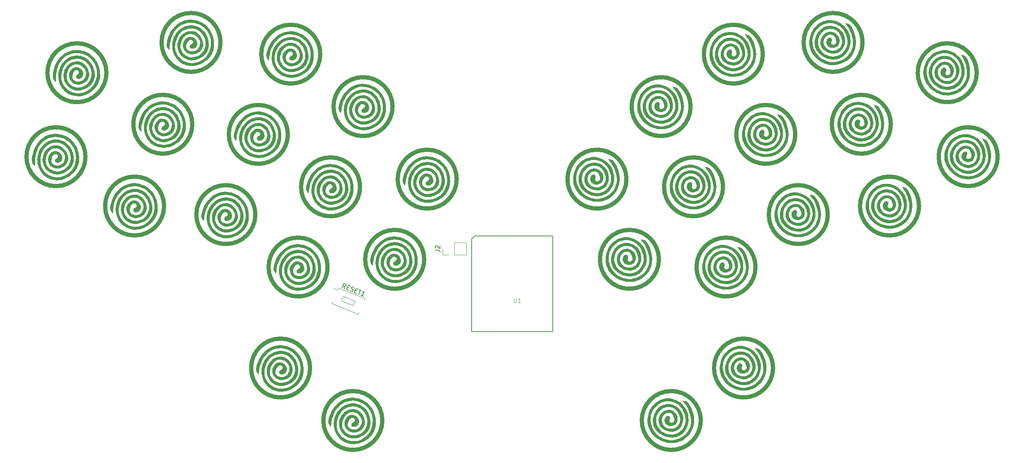
<source format=gbr>
%TF.GenerationSoftware,KiCad,Pcbnew,8.0.6-1.fc41*%
%TF.CreationDate,2024-11-30T15:40:15+11:00*%
%TF.ProjectId,katori,6b61746f-7269-42e6-9b69-6361645f7063,0.1*%
%TF.SameCoordinates,Original*%
%TF.FileFunction,Legend,Top*%
%TF.FilePolarity,Positive*%
%FSLAX46Y46*%
G04 Gerber Fmt 4.6, Leading zero omitted, Abs format (unit mm)*
G04 Created by KiCad (PCBNEW 8.0.6-1.fc41) date 2024-11-30 15:40:15*
%MOMM*%
%LPD*%
G01*
G04 APERTURE LIST*
%ADD10C,0.101600*%
%ADD11C,0.150000*%
%ADD12C,0.900000*%
%ADD13C,0.000000*%
%ADD14C,0.127000*%
%ADD15C,0.120000*%
G04 APERTURE END LIST*
D10*
X159756048Y-119617023D02*
X159756048Y-120336690D01*
X159756048Y-120336690D02*
X159798382Y-120421356D01*
X159798382Y-120421356D02*
X159840715Y-120463690D01*
X159840715Y-120463690D02*
X159925382Y-120506023D01*
X159925382Y-120506023D02*
X160094715Y-120506023D01*
X160094715Y-120506023D02*
X160179382Y-120463690D01*
X160179382Y-120463690D02*
X160221715Y-120421356D01*
X160221715Y-120421356D02*
X160264048Y-120336690D01*
X160264048Y-120336690D02*
X160264048Y-119617023D01*
X161153048Y-120506023D02*
X160645048Y-120506023D01*
X160899048Y-120506023D02*
X160899048Y-119617023D01*
X160899048Y-119617023D02*
X160814381Y-119744023D01*
X160814381Y-119744023D02*
X160729715Y-119828690D01*
X160729715Y-119828690D02*
X160645048Y-119871023D01*
D11*
X122625430Y-117428406D02*
X122494753Y-116862021D01*
X122095611Y-117214345D02*
X122470217Y-116287161D01*
X122470217Y-116287161D02*
X122823430Y-116429868D01*
X122823430Y-116429868D02*
X122893895Y-116509697D01*
X122893895Y-116509697D02*
X122920208Y-116571687D01*
X122920208Y-116571687D02*
X122928683Y-116677828D01*
X122928683Y-116677828D02*
X122875168Y-116810283D01*
X122875168Y-116810283D02*
X122795340Y-116880748D01*
X122795340Y-116880748D02*
X122733349Y-116907061D01*
X122733349Y-116907061D02*
X122627208Y-116915536D01*
X122627208Y-116915536D02*
X122273995Y-116772829D01*
X123219017Y-117103284D02*
X123528079Y-117228153D01*
X123464311Y-117767336D02*
X123022795Y-117588952D01*
X123022795Y-117588952D02*
X123397401Y-116661768D01*
X123397401Y-116661768D02*
X123838917Y-116840152D01*
X123835362Y-117865891D02*
X123949979Y-117963558D01*
X123949979Y-117963558D02*
X124170737Y-118052750D01*
X124170737Y-118052750D02*
X124276878Y-118044275D01*
X124276878Y-118044275D02*
X124338868Y-118017962D01*
X124338868Y-118017962D02*
X124418697Y-117947497D01*
X124418697Y-117947497D02*
X124454374Y-117859194D01*
X124454374Y-117859194D02*
X124445899Y-117753053D01*
X124445899Y-117753053D02*
X124419586Y-117691063D01*
X124419586Y-117691063D02*
X124349121Y-117611234D01*
X124349121Y-117611234D02*
X124190353Y-117495729D01*
X124190353Y-117495729D02*
X124119888Y-117415900D01*
X124119888Y-117415900D02*
X124093575Y-117353910D01*
X124093575Y-117353910D02*
X124085100Y-117247769D01*
X124085100Y-117247769D02*
X124120777Y-117159466D01*
X124120777Y-117159466D02*
X124200605Y-117089001D01*
X124200605Y-117089001D02*
X124262595Y-117062688D01*
X124262595Y-117062688D02*
X124368737Y-117054213D01*
X124368737Y-117054213D02*
X124589495Y-117143405D01*
X124589495Y-117143405D02*
X124704111Y-117241072D01*
X124940930Y-117798982D02*
X125249992Y-117923851D01*
X125186224Y-118463034D02*
X124744708Y-118284650D01*
X124744708Y-118284650D02*
X125119314Y-117357466D01*
X125119314Y-117357466D02*
X125560830Y-117535850D01*
X125825740Y-117642880D02*
X126355560Y-117856941D01*
X125716043Y-118677095D02*
X126090650Y-117749911D01*
X126775682Y-119105217D02*
X126245863Y-118891156D01*
X126510773Y-118998186D02*
X126885379Y-118071002D01*
X126885379Y-118071002D02*
X126743561Y-118167780D01*
X126743561Y-118167780D02*
X126619581Y-118220407D01*
X126619581Y-118220407D02*
X126513439Y-118228881D01*
X142531469Y-109002204D02*
X143245754Y-109002204D01*
X143245754Y-109002204D02*
X143388611Y-109049823D01*
X143388611Y-109049823D02*
X143483850Y-109145061D01*
X143483850Y-109145061D02*
X143531469Y-109287918D01*
X143531469Y-109287918D02*
X143531469Y-109383156D01*
X142626707Y-108573632D02*
X142579088Y-108526013D01*
X142579088Y-108526013D02*
X142531469Y-108430775D01*
X142531469Y-108430775D02*
X142531469Y-108192680D01*
X142531469Y-108192680D02*
X142579088Y-108097442D01*
X142579088Y-108097442D02*
X142626707Y-108049823D01*
X142626707Y-108049823D02*
X142721945Y-108002204D01*
X142721945Y-108002204D02*
X142817183Y-108002204D01*
X142817183Y-108002204D02*
X142960040Y-108049823D01*
X142960040Y-108049823D02*
X143531469Y-108621251D01*
X143531469Y-108621251D02*
X143531469Y-108002204D01*
D12*
%TO.C,SW23*%
X118892639Y-112695169D02*
G75*
G02*
X105958639Y-112695169I-6467000J0D01*
G01*
X105958639Y-112695169D02*
G75*
G02*
X118892639Y-112695169I6467000J0D01*
G01*
D13*
G36*
X113799772Y-112764377D02*
G01*
X113778068Y-112773607D01*
X113768867Y-112751890D01*
X113790572Y-112742660D01*
X113799772Y-112764377D01*
G37*
G36*
X115591451Y-116872111D02*
G01*
X115569747Y-116881342D01*
X115560545Y-116859624D01*
X115582250Y-116850395D01*
X115591451Y-116872111D01*
G37*
G36*
X112827124Y-107697681D02*
G01*
X113383048Y-107787306D01*
X113609186Y-107842687D01*
X113791474Y-107899412D01*
X114011084Y-107979728D01*
X114252370Y-108076773D01*
X114499686Y-108183683D01*
X114737387Y-108293595D01*
X114949829Y-108399645D01*
X115121364Y-108494971D01*
X115179634Y-108531606D01*
X115605143Y-108852650D01*
X115998729Y-109227655D01*
X116355478Y-109649535D01*
X116670478Y-110111205D01*
X116938812Y-110605579D01*
X117155568Y-111125571D01*
X117295682Y-111582785D01*
X117330638Y-111737890D01*
X117365197Y-111924556D01*
X117397663Y-112129234D01*
X117426343Y-112338368D01*
X117449541Y-112538407D01*
X117465563Y-112715798D01*
X117472715Y-112856989D01*
X117469302Y-112948427D01*
X117467607Y-112957784D01*
X117462252Y-113019898D01*
X117466498Y-113039884D01*
X117474466Y-113092736D01*
X117475792Y-113197648D01*
X117471203Y-113340337D01*
X117461426Y-113506525D01*
X117447188Y-113681928D01*
X117429214Y-113852269D01*
X117422439Y-113906058D01*
X117367990Y-114190055D01*
X117278819Y-114505314D01*
X117162505Y-114831469D01*
X117026633Y-115148154D01*
X116878783Y-115435003D01*
X116811503Y-115547125D01*
X116704367Y-115706655D01*
X116580691Y-115876066D01*
X116461193Y-116027415D01*
X116417365Y-116078724D01*
X116295322Y-116211144D01*
X116159360Y-116349248D01*
X116020884Y-116482422D01*
X115891303Y-116600042D01*
X115782025Y-116691491D01*
X115704452Y-116746148D01*
X115695178Y-116751046D01*
X115646701Y-116790093D01*
X115639676Y-116819292D01*
X115636691Y-116831980D01*
X115625444Y-116819921D01*
X115586223Y-116821242D01*
X115506628Y-116862884D01*
X115395534Y-116940128D01*
X115386741Y-116946798D01*
X115044835Y-117177855D01*
X114656968Y-117389114D01*
X114242670Y-117572177D01*
X113821468Y-117718654D01*
X113412893Y-117820150D01*
X113313895Y-117837693D01*
X112823460Y-117894938D01*
X112361548Y-117901102D01*
X111913386Y-117854508D01*
X111464201Y-117753481D01*
X110999216Y-117596346D01*
X110924723Y-117566838D01*
X110619190Y-117434991D01*
X110357858Y-117300810D01*
X110119138Y-117151135D01*
X109881445Y-116972806D01*
X109699590Y-116819948D01*
X109357123Y-116478927D01*
X109052851Y-116088241D01*
X108790449Y-115655352D01*
X108573583Y-115187723D01*
X108405925Y-114692817D01*
X108291145Y-114178096D01*
X108250173Y-113872695D01*
X108236749Y-113633316D01*
X108238535Y-113353319D01*
X108254332Y-113056784D01*
X108282938Y-112767795D01*
X108316292Y-112546818D01*
X108395399Y-112215325D01*
X108512846Y-111860530D01*
X108659243Y-111505783D01*
X108825206Y-111174433D01*
X108955003Y-110958164D01*
X109278097Y-110518118D01*
X109636578Y-110126864D01*
X110026145Y-109786494D01*
X110442498Y-109499103D01*
X110881333Y-109266783D01*
X111338352Y-109091627D01*
X111809250Y-108975728D01*
X112289729Y-108921182D01*
X112775486Y-108930079D01*
X113052244Y-108964205D01*
X113256214Y-109009345D01*
X113496237Y-109081493D01*
X113751541Y-109172782D01*
X114001354Y-109275347D01*
X114224910Y-109381321D01*
X114372323Y-109464160D01*
X114792056Y-109763687D01*
X115162274Y-110107281D01*
X115481218Y-110492400D01*
X115747138Y-110916493D01*
X115958273Y-111377012D01*
X116112872Y-111871411D01*
X116152421Y-112047639D01*
X116184849Y-112195261D01*
X116215666Y-112313962D01*
X116241323Y-112391375D01*
X116257891Y-112415336D01*
X116264659Y-112423499D01*
X116248913Y-112443392D01*
X116234430Y-112501137D01*
X116252192Y-112590275D01*
X116255690Y-112599881D01*
X116280344Y-112688108D01*
X116283725Y-112754238D01*
X116281744Y-112761057D01*
X116282725Y-112808157D01*
X116294539Y-112818371D01*
X116309450Y-112854453D01*
X116301153Y-112890982D01*
X116290195Y-112962029D01*
X116293851Y-113061615D01*
X116296815Y-113084489D01*
X116306292Y-113245310D01*
X116296508Y-113449613D01*
X116269608Y-113677648D01*
X116227736Y-113909667D01*
X116190332Y-114065115D01*
X116110902Y-114306396D01*
X116003298Y-114557809D01*
X115875962Y-114804362D01*
X115737337Y-115031063D01*
X115595866Y-115222921D01*
X115459993Y-115364947D01*
X115456638Y-115367816D01*
X115400114Y-115419756D01*
X115373670Y-115451582D01*
X115373648Y-115451657D01*
X115347556Y-115483090D01*
X115290370Y-115536452D01*
X115283719Y-115542210D01*
X115230871Y-115592720D01*
X115212963Y-115620561D01*
X115214180Y-115621733D01*
X115200881Y-115643292D01*
X115148457Y-115689085D01*
X115128841Y-115704248D01*
X115102333Y-115724692D01*
X115032719Y-115778382D01*
X114997363Y-115806538D01*
X114944358Y-115848748D01*
X114941087Y-115851353D01*
X114939425Y-115852710D01*
X114824722Y-115935284D01*
X114739834Y-115972947D01*
X114691394Y-115962788D01*
X114690607Y-115961759D01*
X114673604Y-115955679D01*
X114674309Y-115972645D01*
X114665416Y-115996694D01*
X114627385Y-116028997D01*
X114553963Y-116072914D01*
X114438899Y-116131815D01*
X114275937Y-116209061D01*
X114058832Y-116308018D01*
X114012071Y-116329048D01*
X113579021Y-116491765D01*
X113136394Y-116597382D01*
X112694384Y-116644349D01*
X112263187Y-116631115D01*
X112133618Y-116614594D01*
X111808133Y-116543563D01*
X111471104Y-116431347D01*
X111144618Y-116287106D01*
X110850761Y-116120000D01*
X110719525Y-116028128D01*
X110366434Y-115726128D01*
X110071453Y-115397730D01*
X109828762Y-115035557D01*
X109648590Y-114670747D01*
X109503528Y-114246211D01*
X109419798Y-113810168D01*
X109395634Y-113369486D01*
X109429267Y-112931033D01*
X109518928Y-112501675D01*
X109662849Y-112088280D01*
X109859261Y-111697715D01*
X110106398Y-111336848D01*
X110402489Y-111012548D01*
X110643634Y-110806589D01*
X110824816Y-110682648D01*
X111040736Y-110558376D01*
X111272824Y-110442585D01*
X111502513Y-110344083D01*
X111711234Y-110271683D01*
X111835262Y-110241187D01*
X112261697Y-110191887D01*
X112674109Y-110204008D01*
X113067769Y-110276416D01*
X113437947Y-110407976D01*
X113779914Y-110597555D01*
X113993602Y-110758756D01*
X114237269Y-110999506D01*
X114462311Y-111287530D01*
X114658887Y-111606153D01*
X114817144Y-111938695D01*
X114927238Y-112268476D01*
X114953419Y-112384518D01*
X114983448Y-112539602D01*
X115017249Y-112714333D01*
X115039127Y-112827520D01*
X115059364Y-112968518D01*
X115067785Y-113106406D01*
X115063855Y-113197495D01*
X115053087Y-113310466D01*
X115050849Y-113411304D01*
X115051815Y-113428677D01*
X115041265Y-113516229D01*
X115004007Y-113646170D01*
X114946653Y-113803047D01*
X114875818Y-113971408D01*
X114798115Y-114135802D01*
X114720157Y-114280775D01*
X114648560Y-114390878D01*
X114630157Y-114413815D01*
X114522703Y-114532549D01*
X114414166Y-114641678D01*
X114317089Y-114729529D01*
X114244023Y-114784430D01*
X114219209Y-114796205D01*
X114198871Y-114812259D01*
X114206805Y-114818193D01*
X114200977Y-114835691D01*
X114150938Y-114859169D01*
X114087529Y-114897524D01*
X114064609Y-114937297D01*
X114050911Y-114963610D01*
X114035679Y-114950483D01*
X114004397Y-114942420D01*
X113989262Y-114964841D01*
X113961329Y-114992563D01*
X113946119Y-114983663D01*
X113926202Y-114981248D01*
X113922279Y-115003826D01*
X113891118Y-115048206D01*
X113811179Y-115082361D01*
X113809030Y-115082898D01*
X113807933Y-115083224D01*
X113718533Y-115109850D01*
X113595189Y-115152380D01*
X113482995Y-115194601D01*
X113108744Y-115307716D01*
X112728827Y-115354570D01*
X112527203Y-115352823D01*
X112384532Y-115342353D01*
X112266495Y-115324301D01*
X112149780Y-115292884D01*
X112011078Y-115242321D01*
X111900066Y-115197267D01*
X111729194Y-115123271D01*
X111600134Y-115057659D01*
X111592484Y-115052744D01*
X113820248Y-115052744D01*
X113840562Y-115052193D01*
X113886330Y-115034438D01*
X113886762Y-115013774D01*
X113882563Y-115011727D01*
X113847540Y-115023147D01*
X113832445Y-115033040D01*
X113820248Y-115052744D01*
X111592484Y-115052744D01*
X111491426Y-114987815D01*
X111381608Y-114901132D01*
X111349729Y-114873849D01*
X111084180Y-114603942D01*
X110874704Y-114304952D01*
X110723514Y-113982592D01*
X110632827Y-113642576D01*
X110604859Y-113290617D01*
X110627889Y-113012239D01*
X110706255Y-112698790D01*
X110837648Y-112405205D01*
X111014841Y-112138494D01*
X111230608Y-111905668D01*
X111477718Y-111713734D01*
X111748945Y-111569703D01*
X112037061Y-111480585D01*
X112233412Y-111455226D01*
X112346295Y-111450687D01*
X112437146Y-111454416D01*
X112524850Y-111470445D01*
X112628288Y-111502807D01*
X112766343Y-111555534D01*
X112838457Y-111584426D01*
X112995416Y-111648911D01*
X113106362Y-111699728D01*
X113187567Y-111746989D01*
X113255302Y-111800799D01*
X113325835Y-111871269D01*
X113360895Y-111909011D01*
X113522766Y-112118817D01*
X113646447Y-112348902D01*
X113721582Y-112578972D01*
X113731825Y-112635858D01*
X113750403Y-112732600D01*
X113771064Y-112797002D01*
X113781471Y-112810980D01*
X113801505Y-112852105D01*
X113803624Y-112940599D01*
X113790156Y-113060214D01*
X113763421Y-113194710D01*
X113725744Y-113327844D01*
X113696249Y-113406520D01*
X113632757Y-113533968D01*
X113556237Y-113655012D01*
X113476337Y-113757915D01*
X113402706Y-113830937D01*
X113344994Y-113862339D01*
X113324729Y-113858497D01*
X113296828Y-113856301D01*
X113295921Y-113868624D01*
X113272259Y-113902356D01*
X113206787Y-113939405D01*
X113197722Y-113943069D01*
X113128722Y-113981690D01*
X113099254Y-114021903D01*
X113099363Y-114025557D01*
X113095759Y-114045127D01*
X113089156Y-114034847D01*
X113051852Y-114026655D01*
X112973606Y-114041364D01*
X112913759Y-114060582D01*
X112725019Y-114103282D01*
X112545923Y-114096036D01*
X112385027Y-114045566D01*
X112250892Y-113958599D01*
X112152073Y-113841857D01*
X112097128Y-113702065D01*
X112094617Y-113545948D01*
X112124531Y-113440438D01*
X112200434Y-113307651D01*
X112317538Y-113195104D01*
X112487429Y-113092215D01*
X112527385Y-113072525D01*
X112695223Y-112964162D01*
X112808930Y-112832448D01*
X112868363Y-112687397D01*
X112873376Y-112539016D01*
X112823824Y-112397314D01*
X112719561Y-112272300D01*
X112560440Y-112173986D01*
X112540559Y-112165626D01*
X112382496Y-112131247D01*
X112202485Y-112137643D01*
X112029604Y-112182581D01*
X111971737Y-112209347D01*
X111852429Y-112302739D01*
X111731113Y-112449833D01*
X111614019Y-112638091D01*
X111507375Y-112854980D01*
X111417411Y-113087963D01*
X111350356Y-113324501D01*
X111314535Y-113531934D01*
X111321896Y-113758789D01*
X111392677Y-113977378D01*
X111523685Y-114182390D01*
X111711721Y-114368511D01*
X111894863Y-114496517D01*
X112160443Y-114618811D01*
X112450520Y-114684708D01*
X112754194Y-114694407D01*
X113060564Y-114648104D01*
X113358730Y-114545999D01*
X113513465Y-114467169D01*
X113665779Y-114371727D01*
X113788973Y-114272632D01*
X113903470Y-114151063D01*
X114022243Y-113998353D01*
X114202994Y-113699550D01*
X114322077Y-113383404D01*
X114380182Y-113056143D01*
X114378000Y-112723998D01*
X114316222Y-112393199D01*
X114195542Y-112069972D01*
X114016647Y-111760549D01*
X113780231Y-111471158D01*
X113736917Y-111426937D01*
X113462624Y-111197458D01*
X113163843Y-111025706D01*
X112847814Y-110910859D01*
X112521780Y-110852094D01*
X112192980Y-110848588D01*
X111868656Y-110899520D01*
X111556048Y-111004064D01*
X111262397Y-111161398D01*
X110994947Y-111370698D01*
X110760935Y-111631146D01*
X110661111Y-111776480D01*
X110516986Y-112017554D01*
X110405565Y-112232256D01*
X110315758Y-112444580D01*
X110236475Y-112678521D01*
X110221735Y-112727226D01*
X110148469Y-112991972D01*
X110100375Y-113216359D01*
X110074300Y-113420472D01*
X110067089Y-113624399D01*
X110068537Y-113702688D01*
X110111498Y-114048436D01*
X110215232Y-114383754D01*
X110373983Y-114702758D01*
X110581995Y-114999563D01*
X110833511Y-115268286D01*
X111122778Y-115503043D01*
X111444035Y-115697949D01*
X111791531Y-115847121D01*
X112159509Y-115944675D01*
X112280656Y-115964031D01*
X112577673Y-115980024D01*
X112905788Y-115956975D01*
X113245172Y-115898977D01*
X113576002Y-115810124D01*
X113878455Y-115694509D01*
X114072417Y-115594087D01*
X114292817Y-115447104D01*
X114518871Y-115268713D01*
X114735179Y-115073093D01*
X114926335Y-114874422D01*
X115076934Y-114686877D01*
X115108144Y-114640765D01*
X115190810Y-114495802D01*
X115281798Y-114309096D01*
X115371872Y-114102457D01*
X115451797Y-113897701D01*
X115512336Y-113716646D01*
X115534144Y-113634545D01*
X115600946Y-113196070D01*
X115603833Y-112883250D01*
X116232376Y-112883250D01*
X116241576Y-112904967D01*
X116263281Y-112895737D01*
X116254079Y-112874020D01*
X116232376Y-112883250D01*
X115603833Y-112883250D01*
X115605045Y-112751914D01*
X115598934Y-112703543D01*
X116233079Y-112703543D01*
X116242280Y-112725259D01*
X116263985Y-112716030D01*
X116254783Y-112694312D01*
X116233079Y-112703543D01*
X115598934Y-112703543D01*
X115589536Y-112629162D01*
X116227179Y-112629162D01*
X116236381Y-112650879D01*
X116258086Y-112641649D01*
X116248884Y-112619932D01*
X116227179Y-112629162D01*
X115589536Y-112629162D01*
X115549130Y-112309367D01*
X115435893Y-111875715D01*
X115268025Y-111458250D01*
X115048219Y-111064257D01*
X114779165Y-110701026D01*
X114463556Y-110375847D01*
X114271924Y-110216489D01*
X114013182Y-110043309D01*
X113718550Y-109888967D01*
X113408684Y-109762169D01*
X113104233Y-109671617D01*
X112884722Y-109631859D01*
X112443361Y-109609307D01*
X111996352Y-109643333D01*
X111559811Y-109731552D01*
X111149857Y-109871579D01*
X111090600Y-109897376D01*
X110765790Y-110061316D01*
X110478841Y-110247722D01*
X110218526Y-110466488D01*
X109973620Y-110727504D01*
X109732898Y-111040660D01*
X109640260Y-111175278D01*
X109553164Y-111322281D01*
X109453963Y-111517465D01*
X109349267Y-111744935D01*
X109245693Y-111988800D01*
X109149854Y-112233167D01*
X109068366Y-112462140D01*
X109007840Y-112659828D01*
X108986697Y-112745682D01*
X108956094Y-112901676D01*
X108927563Y-113073215D01*
X108903376Y-113243239D01*
X108885803Y-113394689D01*
X108877114Y-113510506D01*
X108877799Y-113563754D01*
X108882663Y-113623353D01*
X108889564Y-113729390D01*
X108897207Y-113861647D01*
X108899179Y-113898270D01*
X108907867Y-114048669D01*
X108917895Y-114162564D01*
X108933155Y-114261412D01*
X108957544Y-114366667D01*
X108994957Y-114499786D01*
X109029508Y-114616109D01*
X109202256Y-115081312D01*
X109430665Y-115510610D01*
X109712753Y-115901708D01*
X110046547Y-116252313D01*
X110430064Y-116560127D01*
X110861328Y-116822856D01*
X110986096Y-116885959D01*
X111426230Y-117062855D01*
X111890755Y-117179927D01*
X112373466Y-117236677D01*
X112868156Y-117232608D01*
X113368614Y-117167222D01*
X113661462Y-117100377D01*
X113995865Y-116999077D01*
X114299442Y-116877633D01*
X114589104Y-116727249D01*
X114881763Y-116539128D01*
X115194329Y-116304470D01*
X115199988Y-116299968D01*
X115561404Y-115969914D01*
X115884159Y-115586893D01*
X116166286Y-115153629D01*
X116405821Y-114672846D01*
X116450240Y-114566807D01*
X116631790Y-114038294D01*
X116746973Y-113509004D01*
X116796063Y-112975928D01*
X116779339Y-112436054D01*
X116724063Y-112066698D01*
X116705536Y-111942902D01*
X116756105Y-111942902D01*
X116765306Y-111964619D01*
X116787011Y-111955389D01*
X116777809Y-111933671D01*
X116756105Y-111942902D01*
X116705536Y-111942902D01*
X116697076Y-111886370D01*
X116696326Y-111882751D01*
X116670759Y-111763969D01*
X116649293Y-111672074D01*
X116636265Y-111625540D01*
X116635680Y-111624260D01*
X116620541Y-111580461D01*
X116596394Y-111497414D01*
X116586307Y-111460318D01*
X116473036Y-111125659D01*
X116311068Y-110774589D01*
X116110088Y-110422886D01*
X115879780Y-110086327D01*
X115629829Y-109780690D01*
X115429553Y-109575860D01*
X115169348Y-109346030D01*
X114918020Y-109154849D01*
X114656639Y-108990359D01*
X114366280Y-108840602D01*
X114042275Y-108699423D01*
X113518403Y-108519344D01*
X112992715Y-108404612D01*
X112468407Y-108354990D01*
X111948675Y-108370245D01*
X111436715Y-108450143D01*
X110935723Y-108594450D01*
X110448895Y-108802931D01*
X110118238Y-108986937D01*
X109993757Y-109066201D01*
X109891769Y-109136853D01*
X109825322Y-109189523D01*
X109807042Y-109210413D01*
X109774694Y-109243232D01*
X109760547Y-109242507D01*
X109719728Y-109256000D01*
X109681825Y-109291699D01*
X109631754Y-109346299D01*
X109551520Y-109427342D01*
X109472330Y-109504044D01*
X109164539Y-109833102D01*
X108872407Y-110216981D01*
X108601224Y-110644577D01*
X108356279Y-111104792D01*
X108142860Y-111586525D01*
X107966259Y-112078672D01*
X107831763Y-112570135D01*
X107744661Y-113049813D01*
X107731953Y-113156692D01*
X107703915Y-113396529D01*
X107671609Y-113634669D01*
X107638279Y-113848581D01*
X107610722Y-113998671D01*
X107587358Y-114061307D01*
X107560194Y-114077253D01*
X107522113Y-114041221D01*
X107460216Y-113961112D01*
X107383611Y-113850862D01*
X107301398Y-113724405D01*
X107222685Y-113595672D01*
X107156574Y-113478601D01*
X107117633Y-113399903D01*
X107066671Y-113236566D01*
X107055843Y-113054551D01*
X107058585Y-113006100D01*
X107085146Y-112715761D01*
X107121720Y-112456428D01*
X107172631Y-112210662D01*
X107242200Y-111961022D01*
X107334752Y-111690069D01*
X107454609Y-111380363D01*
X107472558Y-111336008D01*
X107747699Y-110730128D01*
X108058522Y-110179824D01*
X108406171Y-109683616D01*
X108791790Y-109240025D01*
X109216519Y-108847567D01*
X109632536Y-108537272D01*
X110137438Y-108235248D01*
X110656217Y-107997559D01*
X111186726Y-107824583D01*
X111726813Y-107716694D01*
X112274328Y-107674268D01*
X112827124Y-107697681D01*
G37*
D12*
%TO.C,SW13*%
X110173047Y-83557016D02*
G75*
G02*
X97239047Y-83557016I-6467000J0D01*
G01*
X97239047Y-83557016D02*
G75*
G02*
X110173047Y-83557016I6467000J0D01*
G01*
D13*
G36*
X105080180Y-83626224D02*
G01*
X105058476Y-83635454D01*
X105049275Y-83613737D01*
X105070980Y-83604507D01*
X105080180Y-83626224D01*
G37*
G36*
X106871859Y-87733958D02*
G01*
X106850155Y-87743189D01*
X106840953Y-87721471D01*
X106862658Y-87712242D01*
X106871859Y-87733958D01*
G37*
G36*
X104107532Y-78559528D02*
G01*
X104663456Y-78649153D01*
X104889594Y-78704534D01*
X105071882Y-78761259D01*
X105291492Y-78841575D01*
X105532778Y-78938620D01*
X105780094Y-79045530D01*
X106017795Y-79155442D01*
X106230237Y-79261492D01*
X106401772Y-79356818D01*
X106460042Y-79393453D01*
X106885551Y-79714497D01*
X107279137Y-80089502D01*
X107635886Y-80511382D01*
X107950886Y-80973052D01*
X108219220Y-81467426D01*
X108435976Y-81987418D01*
X108576090Y-82444632D01*
X108611046Y-82599737D01*
X108645605Y-82786403D01*
X108678071Y-82991081D01*
X108706751Y-83200215D01*
X108729949Y-83400254D01*
X108745971Y-83577645D01*
X108753123Y-83718836D01*
X108749710Y-83810274D01*
X108748015Y-83819631D01*
X108742660Y-83881745D01*
X108746906Y-83901731D01*
X108754874Y-83954583D01*
X108756200Y-84059495D01*
X108751611Y-84202184D01*
X108741834Y-84368372D01*
X108727596Y-84543775D01*
X108709622Y-84714116D01*
X108702847Y-84767905D01*
X108648398Y-85051902D01*
X108559227Y-85367161D01*
X108442913Y-85693316D01*
X108307041Y-86010001D01*
X108159191Y-86296850D01*
X108091911Y-86408972D01*
X107984775Y-86568502D01*
X107861099Y-86737913D01*
X107741601Y-86889262D01*
X107697773Y-86940571D01*
X107575730Y-87072991D01*
X107439768Y-87211095D01*
X107301292Y-87344269D01*
X107171711Y-87461889D01*
X107062433Y-87553338D01*
X106984860Y-87607995D01*
X106975586Y-87612893D01*
X106927109Y-87651940D01*
X106920084Y-87681139D01*
X106917099Y-87693827D01*
X106905852Y-87681768D01*
X106866631Y-87683089D01*
X106787036Y-87724731D01*
X106675942Y-87801975D01*
X106667149Y-87808645D01*
X106325243Y-88039702D01*
X105937376Y-88250961D01*
X105523078Y-88434024D01*
X105101876Y-88580501D01*
X104693301Y-88681997D01*
X104594303Y-88699540D01*
X104103868Y-88756785D01*
X103641956Y-88762949D01*
X103193794Y-88716355D01*
X102744609Y-88615328D01*
X102279624Y-88458193D01*
X102205131Y-88428685D01*
X101899598Y-88296838D01*
X101638266Y-88162657D01*
X101399546Y-88012982D01*
X101161853Y-87834653D01*
X100979998Y-87681795D01*
X100637531Y-87340774D01*
X100333259Y-86950088D01*
X100070857Y-86517199D01*
X99853991Y-86049570D01*
X99686333Y-85554664D01*
X99571553Y-85039943D01*
X99530581Y-84734542D01*
X99517157Y-84495163D01*
X99518943Y-84215166D01*
X99534740Y-83918631D01*
X99563346Y-83629642D01*
X99596700Y-83408665D01*
X99675807Y-83077172D01*
X99793254Y-82722377D01*
X99939651Y-82367630D01*
X100105614Y-82036280D01*
X100235411Y-81820011D01*
X100558505Y-81379965D01*
X100916986Y-80988711D01*
X101306553Y-80648341D01*
X101722906Y-80360950D01*
X102161741Y-80128630D01*
X102618760Y-79953474D01*
X103089658Y-79837575D01*
X103570137Y-79783029D01*
X104055894Y-79791926D01*
X104332652Y-79826052D01*
X104536622Y-79871192D01*
X104776645Y-79943340D01*
X105031949Y-80034629D01*
X105281762Y-80137194D01*
X105505318Y-80243168D01*
X105652731Y-80326007D01*
X106072464Y-80625534D01*
X106442682Y-80969128D01*
X106761626Y-81354247D01*
X107027546Y-81778340D01*
X107238681Y-82238859D01*
X107393280Y-82733258D01*
X107432829Y-82909486D01*
X107465257Y-83057108D01*
X107496074Y-83175809D01*
X107521731Y-83253222D01*
X107538299Y-83277183D01*
X107545067Y-83285346D01*
X107529321Y-83305239D01*
X107514838Y-83362984D01*
X107532600Y-83452122D01*
X107536098Y-83461728D01*
X107560752Y-83549955D01*
X107564133Y-83616085D01*
X107562152Y-83622904D01*
X107563133Y-83670004D01*
X107574947Y-83680218D01*
X107589858Y-83716300D01*
X107581561Y-83752829D01*
X107570603Y-83823876D01*
X107574259Y-83923462D01*
X107577223Y-83946336D01*
X107586700Y-84107157D01*
X107576916Y-84311460D01*
X107550016Y-84539495D01*
X107508144Y-84771514D01*
X107470740Y-84926962D01*
X107391310Y-85168243D01*
X107283706Y-85419656D01*
X107156370Y-85666209D01*
X107017745Y-85892910D01*
X106876274Y-86084768D01*
X106740401Y-86226794D01*
X106737046Y-86229663D01*
X106680522Y-86281603D01*
X106654078Y-86313429D01*
X106654056Y-86313504D01*
X106627964Y-86344937D01*
X106570778Y-86398299D01*
X106564127Y-86404057D01*
X106511279Y-86454567D01*
X106493371Y-86482408D01*
X106494588Y-86483580D01*
X106481289Y-86505139D01*
X106428865Y-86550932D01*
X106409249Y-86566095D01*
X106382741Y-86586539D01*
X106313127Y-86640229D01*
X106277771Y-86668385D01*
X106224766Y-86710595D01*
X106221495Y-86713200D01*
X106219833Y-86714557D01*
X106105130Y-86797131D01*
X106020242Y-86834794D01*
X105971802Y-86824635D01*
X105971015Y-86823606D01*
X105954012Y-86817526D01*
X105954717Y-86834492D01*
X105945824Y-86858541D01*
X105907793Y-86890844D01*
X105834371Y-86934761D01*
X105719307Y-86993662D01*
X105556345Y-87070908D01*
X105339240Y-87169865D01*
X105292479Y-87190895D01*
X104859429Y-87353612D01*
X104416802Y-87459229D01*
X103974792Y-87506196D01*
X103543595Y-87492962D01*
X103414026Y-87476441D01*
X103088541Y-87405410D01*
X102751512Y-87293194D01*
X102425026Y-87148953D01*
X102131169Y-86981847D01*
X101999933Y-86889975D01*
X101646842Y-86587975D01*
X101351861Y-86259577D01*
X101109170Y-85897404D01*
X100928998Y-85532594D01*
X100783936Y-85108058D01*
X100700206Y-84672015D01*
X100676042Y-84231333D01*
X100709675Y-83792880D01*
X100799336Y-83363522D01*
X100943257Y-82950127D01*
X101139669Y-82559562D01*
X101386806Y-82198695D01*
X101682897Y-81874395D01*
X101924042Y-81668436D01*
X102105224Y-81544495D01*
X102321144Y-81420223D01*
X102553232Y-81304432D01*
X102782921Y-81205930D01*
X102991642Y-81133530D01*
X103115670Y-81103034D01*
X103542105Y-81053734D01*
X103954517Y-81065855D01*
X104348177Y-81138263D01*
X104718355Y-81269823D01*
X105060322Y-81459402D01*
X105274010Y-81620603D01*
X105517677Y-81861353D01*
X105742719Y-82149377D01*
X105939295Y-82468000D01*
X106097552Y-82800542D01*
X106207646Y-83130323D01*
X106233827Y-83246365D01*
X106263856Y-83401449D01*
X106297657Y-83576180D01*
X106319535Y-83689367D01*
X106339772Y-83830365D01*
X106348193Y-83968253D01*
X106344263Y-84059342D01*
X106333495Y-84172313D01*
X106331257Y-84273151D01*
X106332223Y-84290524D01*
X106321673Y-84378076D01*
X106284415Y-84508017D01*
X106227061Y-84664894D01*
X106156226Y-84833255D01*
X106078523Y-84997649D01*
X106000565Y-85142622D01*
X105928968Y-85252725D01*
X105910565Y-85275662D01*
X105803111Y-85394396D01*
X105694574Y-85503525D01*
X105597497Y-85591376D01*
X105524431Y-85646277D01*
X105499617Y-85658052D01*
X105479279Y-85674106D01*
X105487213Y-85680040D01*
X105481385Y-85697538D01*
X105431346Y-85721016D01*
X105367937Y-85759371D01*
X105345017Y-85799144D01*
X105331319Y-85825457D01*
X105316087Y-85812330D01*
X105284805Y-85804267D01*
X105269670Y-85826688D01*
X105241737Y-85854410D01*
X105226527Y-85845510D01*
X105206610Y-85843095D01*
X105202687Y-85865673D01*
X105171526Y-85910053D01*
X105091587Y-85944208D01*
X105089438Y-85944745D01*
X105088341Y-85945071D01*
X104998941Y-85971697D01*
X104875597Y-86014227D01*
X104763403Y-86056448D01*
X104389152Y-86169563D01*
X104009235Y-86216417D01*
X103807611Y-86214670D01*
X103664940Y-86204200D01*
X103546903Y-86186148D01*
X103430188Y-86154731D01*
X103291486Y-86104168D01*
X103180474Y-86059114D01*
X103009602Y-85985118D01*
X102880542Y-85919506D01*
X102872892Y-85914591D01*
X105100656Y-85914591D01*
X105120970Y-85914040D01*
X105166738Y-85896285D01*
X105167170Y-85875621D01*
X105162971Y-85873574D01*
X105127948Y-85884994D01*
X105112853Y-85894887D01*
X105100656Y-85914591D01*
X102872892Y-85914591D01*
X102771834Y-85849662D01*
X102662016Y-85762979D01*
X102630137Y-85735696D01*
X102364588Y-85465789D01*
X102155112Y-85166799D01*
X102003922Y-84844439D01*
X101913235Y-84504423D01*
X101885267Y-84152464D01*
X101908297Y-83874086D01*
X101986663Y-83560637D01*
X102118056Y-83267052D01*
X102295249Y-83000341D01*
X102511016Y-82767515D01*
X102758126Y-82575581D01*
X103029353Y-82431550D01*
X103317469Y-82342432D01*
X103513820Y-82317073D01*
X103626703Y-82312534D01*
X103717554Y-82316263D01*
X103805258Y-82332292D01*
X103908696Y-82364654D01*
X104046751Y-82417381D01*
X104118865Y-82446273D01*
X104275824Y-82510758D01*
X104386770Y-82561575D01*
X104467975Y-82608836D01*
X104535710Y-82662646D01*
X104606243Y-82733116D01*
X104641303Y-82770858D01*
X104803174Y-82980664D01*
X104926855Y-83210749D01*
X105001990Y-83440819D01*
X105012233Y-83497705D01*
X105030811Y-83594447D01*
X105051472Y-83658849D01*
X105061879Y-83672827D01*
X105081913Y-83713952D01*
X105084032Y-83802446D01*
X105070564Y-83922061D01*
X105043829Y-84056557D01*
X105006152Y-84189691D01*
X104976657Y-84268367D01*
X104913165Y-84395815D01*
X104836645Y-84516859D01*
X104756745Y-84619762D01*
X104683114Y-84692784D01*
X104625402Y-84724186D01*
X104605137Y-84720344D01*
X104577236Y-84718148D01*
X104576329Y-84730471D01*
X104552667Y-84764203D01*
X104487195Y-84801252D01*
X104478130Y-84804916D01*
X104409130Y-84843537D01*
X104379662Y-84883750D01*
X104379771Y-84887404D01*
X104376167Y-84906974D01*
X104369564Y-84896694D01*
X104332260Y-84888502D01*
X104254014Y-84903211D01*
X104194167Y-84922429D01*
X104005427Y-84965129D01*
X103826331Y-84957883D01*
X103665435Y-84907413D01*
X103531300Y-84820446D01*
X103432481Y-84703704D01*
X103377536Y-84563912D01*
X103375025Y-84407795D01*
X103404939Y-84302285D01*
X103480842Y-84169498D01*
X103597946Y-84056951D01*
X103767837Y-83954062D01*
X103807793Y-83934372D01*
X103975631Y-83826009D01*
X104089338Y-83694295D01*
X104148771Y-83549244D01*
X104153784Y-83400863D01*
X104104232Y-83259161D01*
X103999969Y-83134147D01*
X103840848Y-83035833D01*
X103820967Y-83027473D01*
X103662904Y-82993094D01*
X103482893Y-82999490D01*
X103310012Y-83044428D01*
X103252145Y-83071194D01*
X103132837Y-83164586D01*
X103011521Y-83311680D01*
X102894427Y-83499938D01*
X102787783Y-83716827D01*
X102697819Y-83949810D01*
X102630764Y-84186348D01*
X102594943Y-84393781D01*
X102602304Y-84620636D01*
X102673085Y-84839225D01*
X102804093Y-85044237D01*
X102992129Y-85230358D01*
X103175271Y-85358364D01*
X103440851Y-85480658D01*
X103730928Y-85546555D01*
X104034602Y-85556254D01*
X104340972Y-85509951D01*
X104639138Y-85407846D01*
X104793873Y-85329016D01*
X104946187Y-85233574D01*
X105069381Y-85134479D01*
X105183878Y-85012910D01*
X105302651Y-84860200D01*
X105483402Y-84561397D01*
X105602485Y-84245251D01*
X105660590Y-83917990D01*
X105658408Y-83585845D01*
X105596630Y-83255046D01*
X105475950Y-82931819D01*
X105297055Y-82622396D01*
X105060639Y-82333005D01*
X105017325Y-82288784D01*
X104743032Y-82059305D01*
X104444251Y-81887553D01*
X104128222Y-81772706D01*
X103802188Y-81713941D01*
X103473388Y-81710435D01*
X103149064Y-81761367D01*
X102836456Y-81865911D01*
X102542805Y-82023245D01*
X102275355Y-82232545D01*
X102041343Y-82492993D01*
X101941519Y-82638327D01*
X101797394Y-82879401D01*
X101685973Y-83094103D01*
X101596166Y-83306427D01*
X101516883Y-83540368D01*
X101502143Y-83589073D01*
X101428877Y-83853819D01*
X101380783Y-84078206D01*
X101354708Y-84282319D01*
X101347497Y-84486246D01*
X101348945Y-84564535D01*
X101391906Y-84910283D01*
X101495640Y-85245601D01*
X101654391Y-85564605D01*
X101862403Y-85861410D01*
X102113919Y-86130133D01*
X102403186Y-86364890D01*
X102724443Y-86559796D01*
X103071939Y-86708968D01*
X103439917Y-86806522D01*
X103561064Y-86825878D01*
X103858081Y-86841871D01*
X104186196Y-86818822D01*
X104525580Y-86760824D01*
X104856410Y-86671971D01*
X105158863Y-86556356D01*
X105352825Y-86455934D01*
X105573225Y-86308951D01*
X105799279Y-86130560D01*
X106015587Y-85934940D01*
X106206743Y-85736269D01*
X106357342Y-85548724D01*
X106388552Y-85502612D01*
X106471218Y-85357649D01*
X106562206Y-85170943D01*
X106652280Y-84964304D01*
X106732205Y-84759548D01*
X106792744Y-84578493D01*
X106814552Y-84496392D01*
X106881354Y-84057917D01*
X106884241Y-83745097D01*
X107512784Y-83745097D01*
X107521984Y-83766814D01*
X107543689Y-83757584D01*
X107534487Y-83735867D01*
X107512784Y-83745097D01*
X106884241Y-83745097D01*
X106885453Y-83613761D01*
X106879342Y-83565390D01*
X107513487Y-83565390D01*
X107522688Y-83587106D01*
X107544393Y-83577877D01*
X107535191Y-83556159D01*
X107513487Y-83565390D01*
X106879342Y-83565390D01*
X106869944Y-83491009D01*
X107507587Y-83491009D01*
X107516789Y-83512726D01*
X107538494Y-83503496D01*
X107529292Y-83481779D01*
X107507587Y-83491009D01*
X106869944Y-83491009D01*
X106829538Y-83171214D01*
X106716301Y-82737562D01*
X106548433Y-82320097D01*
X106328627Y-81926104D01*
X106059573Y-81562873D01*
X105743964Y-81237694D01*
X105552332Y-81078336D01*
X105293590Y-80905156D01*
X104998958Y-80750814D01*
X104689092Y-80624016D01*
X104384641Y-80533464D01*
X104165130Y-80493706D01*
X103723769Y-80471154D01*
X103276760Y-80505180D01*
X102840219Y-80593399D01*
X102430265Y-80733426D01*
X102371008Y-80759223D01*
X102046198Y-80923163D01*
X101759249Y-81109569D01*
X101498934Y-81328335D01*
X101254028Y-81589351D01*
X101013306Y-81902507D01*
X100920668Y-82037125D01*
X100833572Y-82184128D01*
X100734371Y-82379312D01*
X100629675Y-82606782D01*
X100526101Y-82850647D01*
X100430262Y-83095014D01*
X100348774Y-83323987D01*
X100288248Y-83521675D01*
X100267105Y-83607529D01*
X100236502Y-83763523D01*
X100207971Y-83935062D01*
X100183784Y-84105086D01*
X100166211Y-84256536D01*
X100157522Y-84372353D01*
X100158207Y-84425601D01*
X100163071Y-84485200D01*
X100169972Y-84591237D01*
X100177615Y-84723494D01*
X100179587Y-84760117D01*
X100188275Y-84910516D01*
X100198303Y-85024411D01*
X100213563Y-85123259D01*
X100237952Y-85228514D01*
X100275365Y-85361633D01*
X100309916Y-85477956D01*
X100482664Y-85943159D01*
X100711073Y-86372457D01*
X100993161Y-86763555D01*
X101326955Y-87114160D01*
X101710472Y-87421974D01*
X102141736Y-87684703D01*
X102266504Y-87747806D01*
X102706638Y-87924702D01*
X103171163Y-88041774D01*
X103653874Y-88098524D01*
X104148564Y-88094455D01*
X104649022Y-88029069D01*
X104941870Y-87962224D01*
X105276273Y-87860924D01*
X105579850Y-87739480D01*
X105869512Y-87589096D01*
X106162171Y-87400975D01*
X106474737Y-87166317D01*
X106480396Y-87161815D01*
X106841812Y-86831761D01*
X107164567Y-86448740D01*
X107446694Y-86015476D01*
X107686229Y-85534693D01*
X107730648Y-85428654D01*
X107912198Y-84900141D01*
X108027381Y-84370851D01*
X108076471Y-83837775D01*
X108059747Y-83297901D01*
X108004471Y-82928545D01*
X107985944Y-82804749D01*
X108036513Y-82804749D01*
X108045714Y-82826466D01*
X108067419Y-82817236D01*
X108058217Y-82795518D01*
X108036513Y-82804749D01*
X107985944Y-82804749D01*
X107977484Y-82748217D01*
X107976734Y-82744598D01*
X107951167Y-82625816D01*
X107929701Y-82533921D01*
X107916673Y-82487387D01*
X107916088Y-82486107D01*
X107900949Y-82442308D01*
X107876802Y-82359261D01*
X107866715Y-82322165D01*
X107753444Y-81987506D01*
X107591476Y-81636436D01*
X107390496Y-81284733D01*
X107160188Y-80948174D01*
X106910237Y-80642537D01*
X106709961Y-80437707D01*
X106449756Y-80207877D01*
X106198428Y-80016696D01*
X105937047Y-79852206D01*
X105646688Y-79702449D01*
X105322683Y-79561270D01*
X104798811Y-79381191D01*
X104273123Y-79266459D01*
X103748815Y-79216837D01*
X103229083Y-79232092D01*
X102717123Y-79311990D01*
X102216131Y-79456297D01*
X101729303Y-79664778D01*
X101398646Y-79848784D01*
X101274165Y-79928048D01*
X101172177Y-79998700D01*
X101105730Y-80051370D01*
X101087450Y-80072260D01*
X101055102Y-80105079D01*
X101040955Y-80104354D01*
X101000136Y-80117847D01*
X100962233Y-80153546D01*
X100912162Y-80208146D01*
X100831928Y-80289189D01*
X100752738Y-80365891D01*
X100444947Y-80694949D01*
X100152815Y-81078828D01*
X99881632Y-81506424D01*
X99636687Y-81966639D01*
X99423268Y-82448372D01*
X99246667Y-82940519D01*
X99112171Y-83431982D01*
X99025069Y-83911660D01*
X99012361Y-84018539D01*
X98984323Y-84258376D01*
X98952017Y-84496516D01*
X98918687Y-84710428D01*
X98891130Y-84860518D01*
X98867766Y-84923154D01*
X98840602Y-84939100D01*
X98802521Y-84903068D01*
X98740624Y-84822959D01*
X98664019Y-84712709D01*
X98581806Y-84586252D01*
X98503093Y-84457519D01*
X98436982Y-84340448D01*
X98398041Y-84261750D01*
X98347079Y-84098413D01*
X98336251Y-83916398D01*
X98338993Y-83867947D01*
X98365554Y-83577608D01*
X98402128Y-83318275D01*
X98453039Y-83072509D01*
X98522608Y-82822869D01*
X98615160Y-82551916D01*
X98735017Y-82242210D01*
X98752966Y-82197855D01*
X99028107Y-81591975D01*
X99338930Y-81041671D01*
X99686579Y-80545463D01*
X100072198Y-80101872D01*
X100496927Y-79709414D01*
X100912944Y-79399119D01*
X101417846Y-79097095D01*
X101936625Y-78859406D01*
X102467134Y-78686430D01*
X103007221Y-78578541D01*
X103554736Y-78536115D01*
X104107532Y-78559528D01*
G37*
D14*
%TO.C,U1*%
X150440092Y-106552959D02*
X150440092Y-126880579D01*
X150440092Y-126880579D02*
X168237871Y-126880579D01*
X151110652Y-105882399D02*
X150440092Y-106552959D01*
X168237871Y-126880579D02*
X168237872Y-105882399D01*
X168237872Y-105882399D02*
X151110652Y-105882399D01*
D12*
%TO.C,SW15*%
X140067894Y-111004432D02*
G75*
G02*
X127133894Y-111004432I-6467000J0D01*
G01*
X127133894Y-111004432D02*
G75*
G02*
X140067894Y-111004432I6467000J0D01*
G01*
D13*
G36*
X134975027Y-111073640D02*
G01*
X134953323Y-111082870D01*
X134944122Y-111061153D01*
X134965827Y-111051923D01*
X134975027Y-111073640D01*
G37*
G36*
X136766706Y-115181374D02*
G01*
X136745002Y-115190605D01*
X136735800Y-115168887D01*
X136757505Y-115159658D01*
X136766706Y-115181374D01*
G37*
G36*
X134002379Y-106006944D02*
G01*
X134558303Y-106096569D01*
X134784441Y-106151950D01*
X134966729Y-106208675D01*
X135186339Y-106288991D01*
X135427625Y-106386036D01*
X135674941Y-106492946D01*
X135912642Y-106602858D01*
X136125084Y-106708908D01*
X136296619Y-106804234D01*
X136354889Y-106840869D01*
X136780398Y-107161913D01*
X137173984Y-107536918D01*
X137530733Y-107958798D01*
X137845733Y-108420468D01*
X138114067Y-108914842D01*
X138330823Y-109434834D01*
X138470937Y-109892048D01*
X138505893Y-110047153D01*
X138540452Y-110233819D01*
X138572918Y-110438497D01*
X138601598Y-110647631D01*
X138624796Y-110847670D01*
X138640818Y-111025061D01*
X138647970Y-111166252D01*
X138644557Y-111257690D01*
X138642862Y-111267047D01*
X138637507Y-111329161D01*
X138641753Y-111349147D01*
X138649721Y-111401999D01*
X138651047Y-111506911D01*
X138646458Y-111649600D01*
X138636681Y-111815788D01*
X138622443Y-111991191D01*
X138604469Y-112161532D01*
X138597694Y-112215321D01*
X138543245Y-112499318D01*
X138454074Y-112814577D01*
X138337760Y-113140732D01*
X138201888Y-113457417D01*
X138054038Y-113744266D01*
X137986758Y-113856388D01*
X137879622Y-114015918D01*
X137755946Y-114185329D01*
X137636448Y-114336678D01*
X137592620Y-114387987D01*
X137470577Y-114520407D01*
X137334615Y-114658511D01*
X137196139Y-114791685D01*
X137066558Y-114909305D01*
X136957280Y-115000754D01*
X136879707Y-115055411D01*
X136870433Y-115060309D01*
X136821956Y-115099356D01*
X136814931Y-115128555D01*
X136811946Y-115141243D01*
X136800699Y-115129184D01*
X136761478Y-115130505D01*
X136681883Y-115172147D01*
X136570789Y-115249391D01*
X136561996Y-115256061D01*
X136220090Y-115487118D01*
X135832223Y-115698377D01*
X135417925Y-115881440D01*
X134996723Y-116027917D01*
X134588148Y-116129413D01*
X134489150Y-116146956D01*
X133998715Y-116204201D01*
X133536803Y-116210365D01*
X133088641Y-116163771D01*
X132639456Y-116062744D01*
X132174471Y-115905609D01*
X132099978Y-115876101D01*
X131794445Y-115744254D01*
X131533113Y-115610073D01*
X131294393Y-115460398D01*
X131056700Y-115282069D01*
X130874845Y-115129211D01*
X130532378Y-114788190D01*
X130228106Y-114397504D01*
X129965704Y-113964615D01*
X129748838Y-113496986D01*
X129581180Y-113002080D01*
X129466400Y-112487359D01*
X129425428Y-112181958D01*
X129412004Y-111942579D01*
X129413790Y-111662582D01*
X129429587Y-111366047D01*
X129458193Y-111077058D01*
X129491547Y-110856081D01*
X129570654Y-110524588D01*
X129688101Y-110169793D01*
X129834498Y-109815046D01*
X130000461Y-109483696D01*
X130130258Y-109267427D01*
X130453352Y-108827381D01*
X130811833Y-108436127D01*
X131201400Y-108095757D01*
X131617753Y-107808366D01*
X132056588Y-107576046D01*
X132513607Y-107400890D01*
X132984505Y-107284991D01*
X133464984Y-107230445D01*
X133950741Y-107239342D01*
X134227499Y-107273468D01*
X134431469Y-107318608D01*
X134671492Y-107390756D01*
X134926796Y-107482045D01*
X135176609Y-107584610D01*
X135400165Y-107690584D01*
X135547578Y-107773423D01*
X135967311Y-108072950D01*
X136337529Y-108416544D01*
X136656473Y-108801663D01*
X136922393Y-109225756D01*
X137133528Y-109686275D01*
X137288127Y-110180674D01*
X137327676Y-110356902D01*
X137360104Y-110504524D01*
X137390921Y-110623225D01*
X137416578Y-110700638D01*
X137433146Y-110724599D01*
X137439914Y-110732762D01*
X137424168Y-110752655D01*
X137409685Y-110810400D01*
X137427447Y-110899538D01*
X137430945Y-110909144D01*
X137455599Y-110997371D01*
X137458980Y-111063501D01*
X137456999Y-111070320D01*
X137457980Y-111117420D01*
X137469794Y-111127634D01*
X137484705Y-111163716D01*
X137476408Y-111200245D01*
X137465450Y-111271292D01*
X137469106Y-111370878D01*
X137472070Y-111393752D01*
X137481547Y-111554573D01*
X137471763Y-111758876D01*
X137444863Y-111986911D01*
X137402991Y-112218930D01*
X137365587Y-112374378D01*
X137286157Y-112615659D01*
X137178553Y-112867072D01*
X137051217Y-113113625D01*
X136912592Y-113340326D01*
X136771121Y-113532184D01*
X136635248Y-113674210D01*
X136631893Y-113677079D01*
X136575369Y-113729019D01*
X136548925Y-113760845D01*
X136548903Y-113760920D01*
X136522811Y-113792353D01*
X136465625Y-113845715D01*
X136458974Y-113851473D01*
X136406126Y-113901983D01*
X136388218Y-113929824D01*
X136389435Y-113930996D01*
X136376136Y-113952555D01*
X136323712Y-113998348D01*
X136304096Y-114013511D01*
X136277588Y-114033955D01*
X136207974Y-114087645D01*
X136172618Y-114115801D01*
X136119613Y-114158011D01*
X136116342Y-114160616D01*
X136114680Y-114161973D01*
X135999977Y-114244547D01*
X135915089Y-114282210D01*
X135866649Y-114272051D01*
X135865862Y-114271022D01*
X135848859Y-114264942D01*
X135849564Y-114281908D01*
X135840671Y-114305957D01*
X135802640Y-114338260D01*
X135729218Y-114382177D01*
X135614154Y-114441078D01*
X135451192Y-114518324D01*
X135234087Y-114617281D01*
X135187326Y-114638311D01*
X134754276Y-114801028D01*
X134311649Y-114906645D01*
X133869639Y-114953612D01*
X133438442Y-114940378D01*
X133308873Y-114923857D01*
X132983388Y-114852826D01*
X132646359Y-114740610D01*
X132319873Y-114596369D01*
X132026016Y-114429263D01*
X131894780Y-114337391D01*
X131541689Y-114035391D01*
X131246708Y-113706993D01*
X131004017Y-113344820D01*
X130823845Y-112980010D01*
X130678783Y-112555474D01*
X130595053Y-112119431D01*
X130570889Y-111678749D01*
X130604522Y-111240296D01*
X130694183Y-110810938D01*
X130838104Y-110397543D01*
X131034516Y-110006978D01*
X131281653Y-109646111D01*
X131577744Y-109321811D01*
X131818889Y-109115852D01*
X132000071Y-108991911D01*
X132215991Y-108867639D01*
X132448079Y-108751848D01*
X132677768Y-108653346D01*
X132886489Y-108580946D01*
X133010517Y-108550450D01*
X133436952Y-108501150D01*
X133849364Y-108513271D01*
X134243024Y-108585679D01*
X134613202Y-108717239D01*
X134955169Y-108906818D01*
X135168857Y-109068019D01*
X135412524Y-109308769D01*
X135637566Y-109596793D01*
X135834142Y-109915416D01*
X135992399Y-110247958D01*
X136102493Y-110577739D01*
X136128674Y-110693781D01*
X136158703Y-110848865D01*
X136192504Y-111023596D01*
X136214382Y-111136783D01*
X136234619Y-111277781D01*
X136243040Y-111415669D01*
X136239110Y-111506758D01*
X136228342Y-111619729D01*
X136226104Y-111720567D01*
X136227070Y-111737940D01*
X136216520Y-111825492D01*
X136179262Y-111955433D01*
X136121908Y-112112310D01*
X136051073Y-112280671D01*
X135973370Y-112445065D01*
X135895412Y-112590038D01*
X135823815Y-112700141D01*
X135805412Y-112723078D01*
X135697958Y-112841812D01*
X135589421Y-112950941D01*
X135492344Y-113038792D01*
X135419278Y-113093693D01*
X135394464Y-113105468D01*
X135374126Y-113121522D01*
X135382060Y-113127456D01*
X135376232Y-113144954D01*
X135326193Y-113168432D01*
X135262784Y-113206787D01*
X135239864Y-113246560D01*
X135226166Y-113272873D01*
X135210934Y-113259746D01*
X135179652Y-113251683D01*
X135164517Y-113274104D01*
X135136584Y-113301826D01*
X135121374Y-113292926D01*
X135101457Y-113290511D01*
X135097534Y-113313089D01*
X135066373Y-113357469D01*
X134986434Y-113391624D01*
X134984285Y-113392161D01*
X134983188Y-113392487D01*
X134893788Y-113419113D01*
X134770444Y-113461643D01*
X134658250Y-113503864D01*
X134283999Y-113616979D01*
X133904082Y-113663833D01*
X133702458Y-113662086D01*
X133559787Y-113651616D01*
X133441750Y-113633564D01*
X133325035Y-113602147D01*
X133186333Y-113551584D01*
X133075321Y-113506530D01*
X132904449Y-113432534D01*
X132775389Y-113366922D01*
X132767739Y-113362007D01*
X134995503Y-113362007D01*
X135015817Y-113361456D01*
X135061585Y-113343701D01*
X135062017Y-113323037D01*
X135057818Y-113320990D01*
X135022795Y-113332410D01*
X135007700Y-113342303D01*
X134995503Y-113362007D01*
X132767739Y-113362007D01*
X132666681Y-113297078D01*
X132556863Y-113210395D01*
X132524984Y-113183112D01*
X132259435Y-112913205D01*
X132049959Y-112614215D01*
X131898769Y-112291855D01*
X131808082Y-111951839D01*
X131780114Y-111599880D01*
X131803144Y-111321502D01*
X131881510Y-111008053D01*
X132012903Y-110714468D01*
X132190096Y-110447757D01*
X132405863Y-110214931D01*
X132652973Y-110022997D01*
X132924200Y-109878966D01*
X133212316Y-109789848D01*
X133408667Y-109764489D01*
X133521550Y-109759950D01*
X133612401Y-109763679D01*
X133700105Y-109779708D01*
X133803543Y-109812070D01*
X133941598Y-109864797D01*
X134013712Y-109893689D01*
X134170671Y-109958174D01*
X134281617Y-110008991D01*
X134362822Y-110056252D01*
X134430557Y-110110062D01*
X134501090Y-110180532D01*
X134536150Y-110218274D01*
X134698021Y-110428080D01*
X134821702Y-110658165D01*
X134896837Y-110888235D01*
X134907080Y-110945121D01*
X134925658Y-111041863D01*
X134946319Y-111106265D01*
X134956726Y-111120243D01*
X134976760Y-111161368D01*
X134978879Y-111249862D01*
X134965411Y-111369477D01*
X134938676Y-111503973D01*
X134900999Y-111637107D01*
X134871504Y-111715783D01*
X134808012Y-111843231D01*
X134731492Y-111964275D01*
X134651592Y-112067178D01*
X134577961Y-112140200D01*
X134520249Y-112171602D01*
X134499984Y-112167760D01*
X134472083Y-112165564D01*
X134471176Y-112177887D01*
X134447514Y-112211619D01*
X134382042Y-112248668D01*
X134372977Y-112252332D01*
X134303977Y-112290953D01*
X134274509Y-112331166D01*
X134274618Y-112334820D01*
X134271014Y-112354390D01*
X134264411Y-112344110D01*
X134227107Y-112335918D01*
X134148861Y-112350627D01*
X134089014Y-112369845D01*
X133900274Y-112412545D01*
X133721178Y-112405299D01*
X133560282Y-112354829D01*
X133426147Y-112267862D01*
X133327328Y-112151120D01*
X133272383Y-112011328D01*
X133269872Y-111855211D01*
X133299786Y-111749701D01*
X133375689Y-111616914D01*
X133492793Y-111504367D01*
X133662684Y-111401478D01*
X133702640Y-111381788D01*
X133870478Y-111273425D01*
X133984185Y-111141711D01*
X134043618Y-110996660D01*
X134048631Y-110848279D01*
X133999079Y-110706577D01*
X133894816Y-110581563D01*
X133735695Y-110483249D01*
X133715814Y-110474889D01*
X133557751Y-110440510D01*
X133377740Y-110446906D01*
X133204859Y-110491844D01*
X133146992Y-110518610D01*
X133027684Y-110612002D01*
X132906368Y-110759096D01*
X132789274Y-110947354D01*
X132682630Y-111164243D01*
X132592666Y-111397226D01*
X132525611Y-111633764D01*
X132489790Y-111841197D01*
X132497151Y-112068052D01*
X132567932Y-112286641D01*
X132698940Y-112491653D01*
X132886976Y-112677774D01*
X133070118Y-112805780D01*
X133335698Y-112928074D01*
X133625775Y-112993971D01*
X133929449Y-113003670D01*
X134235819Y-112957367D01*
X134533985Y-112855262D01*
X134688720Y-112776432D01*
X134841034Y-112680990D01*
X134964228Y-112581895D01*
X135078725Y-112460326D01*
X135197498Y-112307616D01*
X135378249Y-112008813D01*
X135497332Y-111692667D01*
X135555437Y-111365406D01*
X135553255Y-111033261D01*
X135491477Y-110702462D01*
X135370797Y-110379235D01*
X135191902Y-110069812D01*
X134955486Y-109780421D01*
X134912172Y-109736200D01*
X134637879Y-109506721D01*
X134339098Y-109334969D01*
X134023069Y-109220122D01*
X133697035Y-109161357D01*
X133368235Y-109157851D01*
X133043911Y-109208783D01*
X132731303Y-109313327D01*
X132437652Y-109470661D01*
X132170202Y-109679961D01*
X131936190Y-109940409D01*
X131836366Y-110085743D01*
X131692241Y-110326817D01*
X131580820Y-110541519D01*
X131491013Y-110753843D01*
X131411730Y-110987784D01*
X131396990Y-111036489D01*
X131323724Y-111301235D01*
X131275630Y-111525622D01*
X131249555Y-111729735D01*
X131242344Y-111933662D01*
X131243792Y-112011951D01*
X131286753Y-112357699D01*
X131390487Y-112693017D01*
X131549238Y-113012021D01*
X131757250Y-113308826D01*
X132008766Y-113577549D01*
X132298033Y-113812306D01*
X132619290Y-114007212D01*
X132966786Y-114156384D01*
X133334764Y-114253938D01*
X133455911Y-114273294D01*
X133752928Y-114289287D01*
X134081043Y-114266238D01*
X134420427Y-114208240D01*
X134751257Y-114119387D01*
X135053710Y-114003772D01*
X135247672Y-113903350D01*
X135468072Y-113756367D01*
X135694126Y-113577976D01*
X135910434Y-113382356D01*
X136101590Y-113183685D01*
X136252189Y-112996140D01*
X136283399Y-112950028D01*
X136366065Y-112805065D01*
X136457053Y-112618359D01*
X136547127Y-112411720D01*
X136627052Y-112206964D01*
X136687591Y-112025909D01*
X136709399Y-111943808D01*
X136776201Y-111505333D01*
X136779088Y-111192513D01*
X137407631Y-111192513D01*
X137416831Y-111214230D01*
X137438536Y-111205000D01*
X137429334Y-111183283D01*
X137407631Y-111192513D01*
X136779088Y-111192513D01*
X136780300Y-111061177D01*
X136774189Y-111012806D01*
X137408334Y-111012806D01*
X137417535Y-111034522D01*
X137439240Y-111025293D01*
X137430038Y-111003575D01*
X137408334Y-111012806D01*
X136774189Y-111012806D01*
X136764791Y-110938425D01*
X137402434Y-110938425D01*
X137411636Y-110960142D01*
X137433341Y-110950912D01*
X137424139Y-110929195D01*
X137402434Y-110938425D01*
X136764791Y-110938425D01*
X136724385Y-110618630D01*
X136611148Y-110184978D01*
X136443280Y-109767513D01*
X136223474Y-109373520D01*
X135954420Y-109010289D01*
X135638811Y-108685110D01*
X135447179Y-108525752D01*
X135188437Y-108352572D01*
X134893805Y-108198230D01*
X134583939Y-108071432D01*
X134279488Y-107980880D01*
X134059977Y-107941122D01*
X133618616Y-107918570D01*
X133171607Y-107952596D01*
X132735066Y-108040815D01*
X132325112Y-108180842D01*
X132265855Y-108206639D01*
X131941045Y-108370579D01*
X131654096Y-108556985D01*
X131393781Y-108775751D01*
X131148875Y-109036767D01*
X130908153Y-109349923D01*
X130815515Y-109484541D01*
X130728419Y-109631544D01*
X130629218Y-109826728D01*
X130524522Y-110054198D01*
X130420948Y-110298063D01*
X130325109Y-110542430D01*
X130243621Y-110771403D01*
X130183095Y-110969091D01*
X130161952Y-111054945D01*
X130131349Y-111210939D01*
X130102818Y-111382478D01*
X130078631Y-111552502D01*
X130061058Y-111703952D01*
X130052369Y-111819769D01*
X130053054Y-111873017D01*
X130057918Y-111932616D01*
X130064819Y-112038653D01*
X130072462Y-112170910D01*
X130074434Y-112207533D01*
X130083122Y-112357932D01*
X130093150Y-112471827D01*
X130108410Y-112570675D01*
X130132799Y-112675930D01*
X130170212Y-112809049D01*
X130204763Y-112925372D01*
X130377511Y-113390575D01*
X130605920Y-113819873D01*
X130888008Y-114210971D01*
X131221802Y-114561576D01*
X131605319Y-114869390D01*
X132036583Y-115132119D01*
X132161351Y-115195222D01*
X132601485Y-115372118D01*
X133066010Y-115489190D01*
X133548721Y-115545940D01*
X134043411Y-115541871D01*
X134543869Y-115476485D01*
X134836717Y-115409640D01*
X135171120Y-115308340D01*
X135474697Y-115186896D01*
X135764359Y-115036512D01*
X136057018Y-114848391D01*
X136369584Y-114613733D01*
X136375243Y-114609231D01*
X136736659Y-114279177D01*
X137059414Y-113896156D01*
X137341541Y-113462892D01*
X137581076Y-112982109D01*
X137625495Y-112876070D01*
X137807045Y-112347557D01*
X137922228Y-111818267D01*
X137971318Y-111285191D01*
X137954594Y-110745317D01*
X137899318Y-110375961D01*
X137880791Y-110252165D01*
X137931360Y-110252165D01*
X137940561Y-110273882D01*
X137962266Y-110264652D01*
X137953064Y-110242934D01*
X137931360Y-110252165D01*
X137880791Y-110252165D01*
X137872331Y-110195633D01*
X137871581Y-110192014D01*
X137846014Y-110073232D01*
X137824548Y-109981337D01*
X137811520Y-109934803D01*
X137810935Y-109933523D01*
X137795796Y-109889724D01*
X137771649Y-109806677D01*
X137761562Y-109769581D01*
X137648291Y-109434922D01*
X137486323Y-109083852D01*
X137285343Y-108732149D01*
X137055035Y-108395590D01*
X136805084Y-108089953D01*
X136604808Y-107885123D01*
X136344603Y-107655293D01*
X136093275Y-107464112D01*
X135831894Y-107299622D01*
X135541535Y-107149865D01*
X135217530Y-107008686D01*
X134693658Y-106828607D01*
X134167970Y-106713875D01*
X133643662Y-106664253D01*
X133123930Y-106679508D01*
X132611970Y-106759406D01*
X132110978Y-106903713D01*
X131624150Y-107112194D01*
X131293493Y-107296200D01*
X131169012Y-107375464D01*
X131067024Y-107446116D01*
X131000577Y-107498786D01*
X130982297Y-107519676D01*
X130949949Y-107552495D01*
X130935802Y-107551770D01*
X130894983Y-107565263D01*
X130857080Y-107600962D01*
X130807009Y-107655562D01*
X130726775Y-107736605D01*
X130647585Y-107813307D01*
X130339794Y-108142365D01*
X130047662Y-108526244D01*
X129776479Y-108953840D01*
X129531534Y-109414055D01*
X129318115Y-109895788D01*
X129141514Y-110387935D01*
X129007018Y-110879398D01*
X128919916Y-111359076D01*
X128907208Y-111465955D01*
X128879170Y-111705792D01*
X128846864Y-111943932D01*
X128813534Y-112157844D01*
X128785977Y-112307934D01*
X128762613Y-112370570D01*
X128735449Y-112386516D01*
X128697368Y-112350484D01*
X128635471Y-112270375D01*
X128558866Y-112160125D01*
X128476653Y-112033668D01*
X128397940Y-111904935D01*
X128331829Y-111787864D01*
X128292888Y-111709166D01*
X128241926Y-111545829D01*
X128231098Y-111363814D01*
X128233840Y-111315363D01*
X128260401Y-111025024D01*
X128296975Y-110765691D01*
X128347886Y-110519925D01*
X128417455Y-110270285D01*
X128510007Y-109999332D01*
X128629864Y-109689626D01*
X128647813Y-109645271D01*
X128922954Y-109039391D01*
X129233777Y-108489087D01*
X129581426Y-107992879D01*
X129967045Y-107549288D01*
X130391774Y-107156830D01*
X130807791Y-106846535D01*
X131312693Y-106544511D01*
X131831472Y-106306822D01*
X132361981Y-106133846D01*
X132902068Y-106025957D01*
X133449583Y-105983531D01*
X134002379Y-106006944D01*
G37*
D12*
%TO.C,SW9*%
X236158713Y-63365903D02*
G75*
G02*
X223224713Y-63365903I-6467000J0D01*
G01*
X223224713Y-63365903D02*
G75*
G02*
X236158713Y-63365903I6467000J0D01*
G01*
D13*
G36*
X224593641Y-62279632D02*
G01*
X224583315Y-62300837D01*
X224562124Y-62290485D01*
X224572449Y-62269279D01*
X224593641Y-62279632D01*
G37*
G36*
X228640754Y-64204332D02*
G01*
X228630428Y-64225538D01*
X228609237Y-64215184D01*
X228619562Y-64193980D01*
X228640754Y-64204332D01*
G37*
G36*
X229525183Y-58497137D02*
G01*
X230011132Y-58592372D01*
X230493172Y-58746925D01*
X230963634Y-58957573D01*
X231414855Y-59221090D01*
X231839169Y-59534251D01*
X232070451Y-59737861D01*
X232237628Y-59909714D01*
X232419975Y-60122203D01*
X232602597Y-60356365D01*
X232770602Y-60593235D01*
X232890403Y-60781891D01*
X233048180Y-61083970D01*
X233192308Y-61428790D01*
X233314555Y-61792566D01*
X233406687Y-62151521D01*
X233450613Y-62399895D01*
X233495467Y-62943970D01*
X233481603Y-63474439D01*
X233410897Y-63986898D01*
X233285217Y-64476947D01*
X233106440Y-64940183D01*
X232876436Y-65372206D01*
X232597080Y-65768613D01*
X232270244Y-66125002D01*
X231897801Y-66436973D01*
X231666541Y-66592787D01*
X231482988Y-66692537D01*
X231254507Y-66795554D01*
X231001936Y-66894152D01*
X230746112Y-66980637D01*
X230507866Y-67047324D01*
X230342264Y-67081516D01*
X229828981Y-67130831D01*
X229324155Y-67114400D01*
X228830785Y-67032994D01*
X228351863Y-66887385D01*
X227890389Y-66678345D01*
X227449357Y-66406644D01*
X227303893Y-66299589D01*
X227182571Y-66209453D01*
X227081438Y-66140085D01*
X227011286Y-66098493D01*
X226983063Y-66091280D01*
X226972599Y-66089558D01*
X226971432Y-66064216D01*
X226944478Y-66011133D01*
X226872594Y-65955512D01*
X226863651Y-65950557D01*
X226818208Y-65920607D01*
X226834441Y-65920607D01*
X226855633Y-65930959D01*
X226865959Y-65909754D01*
X226844766Y-65899401D01*
X226834441Y-65920607D01*
X226818208Y-65920607D01*
X226787163Y-65900146D01*
X226756527Y-65868341D01*
X226781191Y-65868341D01*
X226802383Y-65878694D01*
X226812708Y-65857490D01*
X226791517Y-65847136D01*
X226781191Y-65868341D01*
X226756527Y-65868341D01*
X226741226Y-65852456D01*
X226738248Y-65846009D01*
X226706606Y-65811106D01*
X226690988Y-65811149D01*
X226656064Y-65793700D01*
X226638361Y-65760689D01*
X226620432Y-65732253D01*
X226663823Y-65732253D01*
X226685014Y-65742605D01*
X226695341Y-65721400D01*
X226674149Y-65711047D01*
X226663823Y-65732253D01*
X226620432Y-65732253D01*
X226600020Y-65699879D01*
X226531926Y-65627118D01*
X226514682Y-65611800D01*
X226402022Y-65496643D01*
X226275371Y-65336036D01*
X226146068Y-65146287D01*
X226025452Y-64943710D01*
X225951698Y-64801852D01*
X225853349Y-64567645D01*
X225769618Y-64307306D01*
X225703966Y-64037690D01*
X225659859Y-63775651D01*
X225640758Y-63538040D01*
X225650125Y-63341712D01*
X225650774Y-63337345D01*
X225659358Y-63261063D01*
X225658436Y-63219694D01*
X225658403Y-63219622D01*
X225657473Y-63178782D01*
X225665623Y-63100992D01*
X225666866Y-63092283D01*
X225673612Y-63019492D01*
X225668863Y-62986731D01*
X225667176Y-62986645D01*
X225663068Y-62961649D01*
X225672590Y-62892695D01*
X225677447Y-62868382D01*
X225684040Y-62835563D01*
X225701355Y-62749371D01*
X225709567Y-62704926D01*
X225721878Y-62638295D01*
X225722638Y-62634183D01*
X225723002Y-62632069D01*
X225755395Y-62494497D01*
X225794753Y-62410381D01*
X225837975Y-62386268D01*
X225839244Y-62386529D01*
X225856066Y-62379962D01*
X225844402Y-62367621D01*
X225835336Y-62343636D01*
X225842845Y-62294306D01*
X225869446Y-62212992D01*
X225917644Y-62093051D01*
X225989953Y-61927840D01*
X226088883Y-61710722D01*
X226110379Y-61664173D01*
X226330454Y-61257262D01*
X226595217Y-60887162D01*
X226897993Y-60561732D01*
X227232105Y-60288829D01*
X227340730Y-60216292D01*
X227632977Y-60056362D01*
X227960957Y-59919942D01*
X228301989Y-59814608D01*
X228633399Y-59747937D01*
X228792716Y-59731176D01*
X229257327Y-59727449D01*
X229695400Y-59781769D01*
X230116169Y-59895885D01*
X230491482Y-60053007D01*
X230879484Y-60278239D01*
X231228746Y-60552393D01*
X231536095Y-60869127D01*
X231798363Y-61222097D01*
X232012379Y-61604960D01*
X232174972Y-62011374D01*
X232282972Y-62434996D01*
X232333205Y-62869482D01*
X232322503Y-63308488D01*
X232275629Y-63622132D01*
X232220202Y-63834537D01*
X232138774Y-64069982D01*
X232039582Y-64309636D01*
X231930856Y-64534665D01*
X231820831Y-64726239D01*
X231747233Y-64830624D01*
X231457742Y-65147598D01*
X231138539Y-65409017D01*
X230793936Y-65612634D01*
X230428248Y-65756204D01*
X230045787Y-65837477D01*
X229778757Y-65856009D01*
X229436914Y-65834172D01*
X229078110Y-65764440D01*
X228720718Y-65652936D01*
X228383113Y-65505790D01*
X228083668Y-65329129D01*
X227987779Y-65258728D01*
X227863371Y-65161384D01*
X227723227Y-65051689D01*
X227632458Y-64980619D01*
X227524682Y-64887484D01*
X227427865Y-64788942D01*
X227371071Y-64717619D01*
X227305081Y-64625294D01*
X227240615Y-64547722D01*
X227228488Y-64535243D01*
X227179011Y-64462246D01*
X227121882Y-64339735D01*
X227062246Y-64183711D01*
X227005251Y-64010175D01*
X226956043Y-63835128D01*
X226919767Y-63674570D01*
X226901568Y-63544503D01*
X226900409Y-63515118D01*
X226903610Y-63355012D01*
X226913928Y-63201445D01*
X226929555Y-63071455D01*
X226948683Y-62982084D01*
X226959685Y-62956918D01*
X226964502Y-62931460D01*
X226954621Y-62932186D01*
X226947540Y-62915157D01*
X226969901Y-62864609D01*
X226992594Y-62794062D01*
X226983799Y-62749008D01*
X226976873Y-62720163D01*
X226996982Y-62720077D01*
X227025880Y-62705638D01*
X227022593Y-62678789D01*
X227025487Y-62639541D01*
X227042805Y-62636279D01*
X227059421Y-62625035D01*
X227047569Y-62605422D01*
X227042722Y-62558733D01*
X227054617Y-62558733D01*
X227067848Y-62574612D01*
X227072360Y-62573402D01*
X227091299Y-62541807D01*
X227096202Y-62524438D01*
X227092480Y-62501564D01*
X227077511Y-62515307D01*
X227054617Y-62558733D01*
X227042722Y-62558733D01*
X227041970Y-62551484D01*
X227079894Y-62473262D01*
X227081163Y-62471448D01*
X227081777Y-62470480D01*
X227131780Y-62391735D01*
X227196967Y-62278716D01*
X227253942Y-62173246D01*
X227462182Y-61842346D01*
X227718170Y-61557737D01*
X227871484Y-61426778D01*
X227986028Y-61341080D01*
X228086955Y-61277264D01*
X228195652Y-61224403D01*
X228333504Y-61171567D01*
X228446844Y-61132740D01*
X228624349Y-61076482D01*
X228764797Y-61041329D01*
X228892661Y-61022722D01*
X229032411Y-61016096D01*
X229074369Y-61015772D01*
X229451857Y-61045257D01*
X229806106Y-61133480D01*
X230131698Y-61277578D01*
X230423210Y-61474695D01*
X230675224Y-61721974D01*
X230840475Y-61947177D01*
X230986973Y-62235153D01*
X231080418Y-62542926D01*
X231121667Y-62860464D01*
X231111574Y-63177736D01*
X231050997Y-63484709D01*
X230940793Y-63771352D01*
X230781816Y-64027631D01*
X230650265Y-64175588D01*
X230568049Y-64253072D01*
X230497036Y-64309861D01*
X230420328Y-64355301D01*
X230321032Y-64398739D01*
X230182246Y-64449518D01*
X230108868Y-64475024D01*
X229948104Y-64529332D01*
X229831032Y-64563766D01*
X229738741Y-64581374D01*
X229652318Y-64585201D01*
X229552852Y-64578290D01*
X229501633Y-64572807D01*
X229241822Y-64520661D01*
X228997529Y-64428156D01*
X228789885Y-64303813D01*
X228744834Y-64267601D01*
X228667344Y-64206777D01*
X228609499Y-64171728D01*
X228592475Y-64168006D01*
X228550374Y-64150111D01*
X228490720Y-64084715D01*
X228422408Y-63985603D01*
X228354348Y-63866558D01*
X228295439Y-63741363D01*
X228266083Y-63662636D01*
X228230388Y-63524795D01*
X228208726Y-63383240D01*
X228201517Y-63253158D01*
X228209180Y-63149742D01*
X228232134Y-63088180D01*
X228249949Y-63077784D01*
X228272447Y-63061137D01*
X228265048Y-63051242D01*
X228260774Y-63010260D01*
X228285881Y-62939346D01*
X228290319Y-62930633D01*
X228317056Y-62856217D01*
X228312914Y-62806535D01*
X228310434Y-62803849D01*
X228300314Y-62786715D01*
X228312041Y-62790142D01*
X228345571Y-62771850D01*
X228394973Y-62709416D01*
X228427532Y-62655650D01*
X228541963Y-62499599D01*
X228681882Y-62387569D01*
X228836423Y-62320102D01*
X228994712Y-62297736D01*
X229145881Y-62321011D01*
X229279060Y-62390467D01*
X229383377Y-62506642D01*
X229430022Y-62605897D01*
X229459853Y-62755909D01*
X229445311Y-62917676D01*
X229384594Y-63106786D01*
X229367357Y-63147860D01*
X229311781Y-63339754D01*
X229312376Y-63513758D01*
X229362684Y-63662221D01*
X229456247Y-63777495D01*
X229586610Y-63851930D01*
X229747314Y-63877876D01*
X229931904Y-63847682D01*
X229952393Y-63840950D01*
X230094240Y-63763196D01*
X230225900Y-63640272D01*
X230326892Y-63492936D01*
X230353005Y-63434771D01*
X230381779Y-63286015D01*
X230376834Y-63095412D01*
X230341697Y-62876508D01*
X230279890Y-62642856D01*
X230194937Y-62408000D01*
X230090360Y-62185491D01*
X229981307Y-62005439D01*
X229826921Y-61839058D01*
X229630095Y-61720523D01*
X229396722Y-61651748D01*
X229132702Y-61634644D01*
X228910504Y-61658188D01*
X228629836Y-61740128D01*
X228367680Y-61880702D01*
X228132131Y-62072611D01*
X227931288Y-62308552D01*
X227773246Y-62581226D01*
X227708183Y-62742235D01*
X227655846Y-62914194D01*
X227627883Y-63069804D01*
X227621228Y-63236670D01*
X227631775Y-63429843D01*
X227691393Y-63773937D01*
X227808930Y-64090661D01*
X227979780Y-64375768D01*
X228199334Y-64625009D01*
X228462983Y-64834138D01*
X228766117Y-64998906D01*
X229104130Y-65115065D01*
X229472413Y-65178368D01*
X229534114Y-65183326D01*
X229891677Y-65176564D01*
X230229850Y-65110168D01*
X230543706Y-64989511D01*
X230828321Y-64819963D01*
X231078769Y-64606896D01*
X231290125Y-64355681D01*
X231457467Y-64071693D01*
X231575867Y-63760300D01*
X231640401Y-63426874D01*
X231646143Y-63076787D01*
X231626134Y-62901612D01*
X231576747Y-62625117D01*
X231519980Y-62389981D01*
X231448462Y-62170819D01*
X231354818Y-61942246D01*
X231333989Y-61895818D01*
X231215595Y-61647945D01*
X231104681Y-61447046D01*
X230990450Y-61275893D01*
X230862104Y-61117257D01*
X230809648Y-61059121D01*
X230550394Y-60826366D01*
X230252117Y-60641354D01*
X229923020Y-60504749D01*
X229571312Y-60417216D01*
X229205191Y-60379417D01*
X228832865Y-60392019D01*
X228462538Y-60455687D01*
X228102414Y-60571082D01*
X227760696Y-60738872D01*
X227656567Y-60803744D01*
X227421913Y-60986535D01*
X227189404Y-61219192D01*
X226971317Y-61485620D01*
X226779929Y-61769723D01*
X226627515Y-62055406D01*
X226547012Y-62258445D01*
X226477104Y-62513970D01*
X226423533Y-62796909D01*
X226388623Y-63086455D01*
X226374696Y-63361804D01*
X226384077Y-63602148D01*
X226390775Y-63657425D01*
X226423490Y-63821062D01*
X226477311Y-64021666D01*
X226544899Y-64236712D01*
X226618911Y-64443677D01*
X226692004Y-64620040D01*
X226729408Y-64696309D01*
X226966658Y-65071057D01*
X227254957Y-65408955D01*
X227587494Y-65706266D01*
X227957456Y-65959258D01*
X228358029Y-66164191D01*
X228782402Y-66317335D01*
X229223760Y-66414953D01*
X229675290Y-66453311D01*
X229924464Y-66447859D01*
X230233356Y-66408809D01*
X230556974Y-66331996D01*
X230874021Y-66224401D01*
X231163200Y-66093004D01*
X231354951Y-65978998D01*
X231702846Y-65706459D01*
X232017885Y-65387515D01*
X232289469Y-65034539D01*
X232507000Y-64659905D01*
X232534797Y-64601560D01*
X232672380Y-64264739D01*
X232766650Y-63935800D01*
X232819589Y-63599915D01*
X232833180Y-63242250D01*
X232809406Y-62847980D01*
X232791004Y-62685606D01*
X232760293Y-62517523D01*
X232707109Y-62305133D01*
X232636890Y-62064772D01*
X232555068Y-61812774D01*
X232467080Y-61565472D01*
X232378360Y-61339203D01*
X232294345Y-61150298D01*
X232253976Y-61071632D01*
X232174731Y-60933824D01*
X232083724Y-60785644D01*
X231990432Y-60641455D01*
X231904335Y-60515627D01*
X231834909Y-60422520D01*
X231799460Y-60382782D01*
X231756687Y-60340992D01*
X231681913Y-60265492D01*
X231589376Y-60170691D01*
X231563862Y-60144345D01*
X231458633Y-60036538D01*
X231376343Y-59957159D01*
X231299976Y-59892568D01*
X231212517Y-59829132D01*
X231096946Y-59753211D01*
X230994555Y-59688087D01*
X230558981Y-59450328D01*
X230104953Y-59276182D01*
X229635474Y-59166085D01*
X229153540Y-59120468D01*
X228662152Y-59139767D01*
X228164307Y-59224418D01*
X228028744Y-59258650D01*
X227580517Y-59413897D01*
X227153129Y-59630298D01*
X226751591Y-59904155D01*
X226380913Y-60231771D01*
X226046110Y-60609449D01*
X225868949Y-60852023D01*
X225683031Y-61147863D01*
X225533593Y-61438683D01*
X225413642Y-61742215D01*
X225316189Y-62076193D01*
X225234241Y-62458353D01*
X225232924Y-62465463D01*
X225176695Y-62951668D01*
X225184393Y-63452485D01*
X225255716Y-63964565D01*
X225390359Y-64484565D01*
X225426403Y-64593735D01*
X225636121Y-65111717D01*
X225896437Y-65586744D01*
X226209117Y-66021267D01*
X226575929Y-66417744D01*
X226859965Y-66660236D01*
X226998638Y-66778626D01*
X227001579Y-66780865D01*
X227098802Y-66853737D01*
X227175291Y-66909009D01*
X227215653Y-66935581D01*
X227216935Y-66936164D01*
X227257096Y-66959286D01*
X227329802Y-67006122D01*
X227361753Y-67027501D01*
X227666795Y-67205759D01*
X228019356Y-67364454D01*
X228401776Y-67498033D01*
X228796394Y-67600941D01*
X229185551Y-67667626D01*
X229471081Y-67690820D01*
X229818243Y-67693565D01*
X230133348Y-67672966D01*
X230438530Y-67625626D01*
X230755916Y-67548157D01*
X231093068Y-67442140D01*
X231606581Y-67234356D01*
X232078594Y-66976063D01*
X232506849Y-66669536D01*
X232889087Y-66317048D01*
X233223051Y-65920873D01*
X233506480Y-65483282D01*
X233737118Y-65006552D01*
X233865950Y-64650750D01*
X233907895Y-64509261D01*
X233938514Y-64389030D01*
X233954108Y-64305686D01*
X233954199Y-64277928D01*
X233957081Y-64231937D01*
X233968233Y-64223202D01*
X233990188Y-64186240D01*
X233995373Y-64134431D01*
X233997341Y-64060373D01*
X234004726Y-63946572D01*
X234014170Y-63836731D01*
X234030581Y-63386459D01*
X233999209Y-62905085D01*
X233923345Y-62404463D01*
X233806281Y-61896435D01*
X233651304Y-61392853D01*
X233461708Y-60905563D01*
X233240785Y-60446413D01*
X232991824Y-60027252D01*
X232931296Y-59938253D01*
X232795110Y-59738851D01*
X232663258Y-59537929D01*
X232548073Y-59354621D01*
X232470403Y-59223267D01*
X232446943Y-59160668D01*
X232456982Y-59130812D01*
X232509361Y-59133023D01*
X232608631Y-59152872D01*
X232738777Y-59185822D01*
X232883788Y-59227326D01*
X233027649Y-59272838D01*
X233154349Y-59317822D01*
X233235369Y-59351668D01*
X233380989Y-59441506D01*
X233508573Y-59571771D01*
X233538291Y-59610136D01*
X233708725Y-59846684D01*
X233851260Y-60066399D01*
X233974074Y-60285282D01*
X234085348Y-60519329D01*
X234193259Y-60784540D01*
X234305987Y-61096910D01*
X234321539Y-61142161D01*
X234511382Y-61779932D01*
X234637833Y-62399171D01*
X234701000Y-63001743D01*
X234700992Y-63589514D01*
X234637920Y-64164353D01*
X234527521Y-64671467D01*
X234344612Y-65230654D01*
X234109022Y-65750389D01*
X233822125Y-66228981D01*
X233485297Y-66664735D01*
X233099916Y-67055956D01*
X232667357Y-67400952D01*
X232188995Y-67698031D01*
X231981993Y-67804594D01*
X231807204Y-67881375D01*
X231588770Y-67964837D01*
X231343002Y-68049894D01*
X231086212Y-68131462D01*
X230834707Y-68204457D01*
X230604801Y-68263794D01*
X230412801Y-68304387D01*
X230344789Y-68314967D01*
X229813030Y-68351832D01*
X229269961Y-68327027D01*
X228723940Y-68242678D01*
X228183325Y-68100910D01*
X227656473Y-67903845D01*
X227151739Y-67653607D01*
X226746034Y-67400466D01*
X226617895Y-67306340D01*
X226469349Y-67188134D01*
X226310566Y-67054961D01*
X226151716Y-66915941D01*
X226008833Y-66785539D01*
X226885483Y-66785539D01*
X226906676Y-66795894D01*
X226916999Y-66774688D01*
X226895810Y-66764334D01*
X226885483Y-66785539D01*
X226008833Y-66785539D01*
X226002971Y-66780189D01*
X225874500Y-66656822D01*
X225776473Y-66554956D01*
X225719061Y-66483708D01*
X225714200Y-66475534D01*
X225677491Y-66425141D01*
X225661175Y-66412846D01*
X225620488Y-66378184D01*
X225550658Y-66299875D01*
X225460509Y-66189176D01*
X225358859Y-66057339D01*
X225254529Y-65915619D01*
X225156341Y-65775271D01*
X225126166Y-65730229D01*
X224980939Y-65480172D01*
X224841410Y-65183742D01*
X224715216Y-64861281D01*
X224609996Y-64533136D01*
X224533390Y-64219649D01*
X224510608Y-64090890D01*
X224486803Y-63900203D01*
X224469000Y-63691209D01*
X224459892Y-63498587D01*
X224459307Y-63431109D01*
X224464539Y-63251104D01*
X224476546Y-63057675D01*
X224493686Y-62866320D01*
X224514316Y-62692538D01*
X224536795Y-62551827D01*
X224559479Y-62459687D01*
X224563265Y-62449904D01*
X224574235Y-62388632D01*
X224560380Y-62361986D01*
X224554309Y-62350452D01*
X224570709Y-62352175D01*
X224599442Y-62325445D01*
X224632194Y-62241800D01*
X224665361Y-62110620D01*
X224667622Y-62099817D01*
X224774074Y-61701124D01*
X224928203Y-61287222D01*
X225120777Y-60877258D01*
X225342565Y-60490377D01*
X225584332Y-60145728D01*
X225647538Y-60067539D01*
X225980118Y-59702581D01*
X226324683Y-59394888D01*
X226693484Y-59136032D01*
X227098769Y-58917587D01*
X227552786Y-58731120D01*
X227628366Y-58704517D01*
X227945455Y-58603577D01*
X228230715Y-58533395D01*
X228509075Y-58489742D01*
X228805458Y-58468388D01*
X229042990Y-58464444D01*
X229525183Y-58497137D01*
G37*
D12*
%TO.C,SW26*%
X248530308Y-99295611D02*
G75*
G02*
X235596308Y-99295611I-6467000J0D01*
G01*
X235596308Y-99295611D02*
G75*
G02*
X248530308Y-99295611I6467000J0D01*
G01*
D13*
G36*
X236965236Y-98209340D02*
G01*
X236954910Y-98230545D01*
X236933719Y-98220193D01*
X236944044Y-98198987D01*
X236965236Y-98209340D01*
G37*
G36*
X241012349Y-100134040D02*
G01*
X241002023Y-100155246D01*
X240980832Y-100144892D01*
X240991157Y-100123688D01*
X241012349Y-100134040D01*
G37*
G36*
X241896778Y-94426845D02*
G01*
X242382727Y-94522080D01*
X242864767Y-94676633D01*
X243335229Y-94887281D01*
X243786450Y-95150798D01*
X244210764Y-95463959D01*
X244442046Y-95667569D01*
X244609223Y-95839422D01*
X244791570Y-96051911D01*
X244974192Y-96286073D01*
X245142197Y-96522943D01*
X245261998Y-96711599D01*
X245419775Y-97013678D01*
X245563903Y-97358498D01*
X245686150Y-97722274D01*
X245778282Y-98081229D01*
X245822208Y-98329603D01*
X245867062Y-98873678D01*
X245853198Y-99404147D01*
X245782492Y-99916606D01*
X245656812Y-100406655D01*
X245478035Y-100869891D01*
X245248031Y-101301914D01*
X244968675Y-101698321D01*
X244641839Y-102054710D01*
X244269396Y-102366681D01*
X244038136Y-102522495D01*
X243854583Y-102622245D01*
X243626102Y-102725262D01*
X243373531Y-102823860D01*
X243117707Y-102910345D01*
X242879461Y-102977032D01*
X242713859Y-103011224D01*
X242200576Y-103060539D01*
X241695750Y-103044108D01*
X241202380Y-102962702D01*
X240723458Y-102817093D01*
X240261984Y-102608053D01*
X239820952Y-102336352D01*
X239675488Y-102229297D01*
X239554166Y-102139161D01*
X239453033Y-102069793D01*
X239382881Y-102028201D01*
X239354658Y-102020988D01*
X239344194Y-102019266D01*
X239343027Y-101993924D01*
X239316073Y-101940841D01*
X239244189Y-101885220D01*
X239235246Y-101880265D01*
X239189803Y-101850315D01*
X239206036Y-101850315D01*
X239227228Y-101860667D01*
X239237554Y-101839462D01*
X239216361Y-101829109D01*
X239206036Y-101850315D01*
X239189803Y-101850315D01*
X239158758Y-101829854D01*
X239128122Y-101798049D01*
X239152786Y-101798049D01*
X239173978Y-101808402D01*
X239184303Y-101787198D01*
X239163112Y-101776844D01*
X239152786Y-101798049D01*
X239128122Y-101798049D01*
X239112821Y-101782164D01*
X239109843Y-101775717D01*
X239078201Y-101740814D01*
X239062583Y-101740857D01*
X239027659Y-101723408D01*
X239009956Y-101690397D01*
X238992027Y-101661961D01*
X239035418Y-101661961D01*
X239056609Y-101672313D01*
X239066936Y-101651108D01*
X239045744Y-101640755D01*
X239035418Y-101661961D01*
X238992027Y-101661961D01*
X238971615Y-101629587D01*
X238903521Y-101556826D01*
X238886277Y-101541508D01*
X238773617Y-101426351D01*
X238646966Y-101265744D01*
X238517663Y-101075995D01*
X238397047Y-100873418D01*
X238323293Y-100731560D01*
X238224944Y-100497353D01*
X238141213Y-100237014D01*
X238075561Y-99967398D01*
X238031454Y-99705359D01*
X238012353Y-99467748D01*
X238021720Y-99271420D01*
X238022369Y-99267053D01*
X238030953Y-99190771D01*
X238030031Y-99149402D01*
X238029998Y-99149330D01*
X238029068Y-99108490D01*
X238037218Y-99030700D01*
X238038461Y-99021991D01*
X238045207Y-98949200D01*
X238040458Y-98916439D01*
X238038771Y-98916353D01*
X238034663Y-98891357D01*
X238044185Y-98822403D01*
X238049042Y-98798090D01*
X238055635Y-98765271D01*
X238072950Y-98679079D01*
X238081162Y-98634634D01*
X238093473Y-98568003D01*
X238094233Y-98563891D01*
X238094597Y-98561777D01*
X238126990Y-98424205D01*
X238166348Y-98340089D01*
X238209570Y-98315976D01*
X238210839Y-98316237D01*
X238227661Y-98309670D01*
X238215997Y-98297329D01*
X238206931Y-98273344D01*
X238214440Y-98224014D01*
X238241041Y-98142700D01*
X238289239Y-98022759D01*
X238361548Y-97857548D01*
X238460478Y-97640430D01*
X238481974Y-97593881D01*
X238702049Y-97186970D01*
X238966812Y-96816870D01*
X239269588Y-96491440D01*
X239603700Y-96218537D01*
X239712325Y-96146000D01*
X240004572Y-95986070D01*
X240332552Y-95849650D01*
X240673584Y-95744316D01*
X241004994Y-95677645D01*
X241164311Y-95660884D01*
X241628922Y-95657157D01*
X242066995Y-95711477D01*
X242487764Y-95825593D01*
X242863077Y-95982715D01*
X243251079Y-96207947D01*
X243600341Y-96482101D01*
X243907690Y-96798835D01*
X244169958Y-97151805D01*
X244383974Y-97534668D01*
X244546567Y-97941082D01*
X244654567Y-98364704D01*
X244704800Y-98799190D01*
X244694098Y-99238196D01*
X244647224Y-99551840D01*
X244591797Y-99764245D01*
X244510369Y-99999690D01*
X244411177Y-100239344D01*
X244302451Y-100464373D01*
X244192426Y-100655947D01*
X244118828Y-100760332D01*
X243829337Y-101077306D01*
X243510134Y-101338725D01*
X243165531Y-101542342D01*
X242799843Y-101685912D01*
X242417382Y-101767185D01*
X242150352Y-101785717D01*
X241808509Y-101763880D01*
X241449705Y-101694148D01*
X241092313Y-101582644D01*
X240754708Y-101435498D01*
X240455263Y-101258837D01*
X240359374Y-101188436D01*
X240234966Y-101091092D01*
X240094822Y-100981397D01*
X240004053Y-100910327D01*
X239896277Y-100817192D01*
X239799460Y-100718650D01*
X239742666Y-100647327D01*
X239676676Y-100555002D01*
X239612210Y-100477430D01*
X239600083Y-100464951D01*
X239550606Y-100391954D01*
X239493477Y-100269443D01*
X239433841Y-100113419D01*
X239376846Y-99939883D01*
X239327638Y-99764836D01*
X239291362Y-99604278D01*
X239273163Y-99474211D01*
X239272004Y-99444826D01*
X239275205Y-99284720D01*
X239285523Y-99131153D01*
X239301150Y-99001163D01*
X239320278Y-98911792D01*
X239331280Y-98886626D01*
X239336097Y-98861168D01*
X239326216Y-98861894D01*
X239319135Y-98844865D01*
X239341496Y-98794317D01*
X239364189Y-98723770D01*
X239355394Y-98678716D01*
X239348468Y-98649871D01*
X239368577Y-98649785D01*
X239397475Y-98635346D01*
X239394188Y-98608497D01*
X239397082Y-98569249D01*
X239414400Y-98565987D01*
X239431016Y-98554743D01*
X239419164Y-98535130D01*
X239414317Y-98488441D01*
X239426212Y-98488441D01*
X239439443Y-98504320D01*
X239443955Y-98503110D01*
X239462894Y-98471515D01*
X239467797Y-98454146D01*
X239464075Y-98431272D01*
X239449106Y-98445015D01*
X239426212Y-98488441D01*
X239414317Y-98488441D01*
X239413565Y-98481192D01*
X239451489Y-98402970D01*
X239452758Y-98401156D01*
X239453372Y-98400188D01*
X239503375Y-98321443D01*
X239568562Y-98208424D01*
X239625537Y-98102954D01*
X239833777Y-97772054D01*
X240089765Y-97487445D01*
X240243079Y-97356486D01*
X240357623Y-97270788D01*
X240458550Y-97206972D01*
X240567247Y-97154111D01*
X240705099Y-97101275D01*
X240818439Y-97062448D01*
X240995944Y-97006190D01*
X241136392Y-96971037D01*
X241264256Y-96952430D01*
X241404006Y-96945804D01*
X241445964Y-96945480D01*
X241823452Y-96974965D01*
X242177701Y-97063188D01*
X242503293Y-97207286D01*
X242794805Y-97404403D01*
X243046819Y-97651682D01*
X243212070Y-97876885D01*
X243358568Y-98164861D01*
X243452013Y-98472634D01*
X243493262Y-98790172D01*
X243483169Y-99107444D01*
X243422592Y-99414417D01*
X243312388Y-99701060D01*
X243153411Y-99957339D01*
X243021860Y-100105296D01*
X242939644Y-100182780D01*
X242868631Y-100239569D01*
X242791923Y-100285009D01*
X242692627Y-100328447D01*
X242553841Y-100379226D01*
X242480463Y-100404732D01*
X242319699Y-100459040D01*
X242202627Y-100493474D01*
X242110336Y-100511082D01*
X242023913Y-100514909D01*
X241924447Y-100507998D01*
X241873228Y-100502515D01*
X241613417Y-100450369D01*
X241369124Y-100357864D01*
X241161480Y-100233521D01*
X241116429Y-100197309D01*
X241038939Y-100136485D01*
X240981094Y-100101436D01*
X240964070Y-100097714D01*
X240921969Y-100079819D01*
X240862315Y-100014423D01*
X240794003Y-99915311D01*
X240725943Y-99796266D01*
X240667034Y-99671071D01*
X240637678Y-99592344D01*
X240601983Y-99454503D01*
X240580321Y-99312948D01*
X240573112Y-99182866D01*
X240580775Y-99079450D01*
X240603729Y-99017888D01*
X240621544Y-99007492D01*
X240644042Y-98990845D01*
X240636643Y-98980950D01*
X240632369Y-98939968D01*
X240657476Y-98869054D01*
X240661914Y-98860341D01*
X240688651Y-98785925D01*
X240684509Y-98736243D01*
X240682029Y-98733557D01*
X240671909Y-98716423D01*
X240683636Y-98719850D01*
X240717166Y-98701558D01*
X240766568Y-98639124D01*
X240799127Y-98585358D01*
X240913558Y-98429307D01*
X241053477Y-98317277D01*
X241208018Y-98249810D01*
X241366307Y-98227444D01*
X241517476Y-98250719D01*
X241650655Y-98320175D01*
X241754972Y-98436350D01*
X241801617Y-98535605D01*
X241831448Y-98685617D01*
X241816906Y-98847384D01*
X241756189Y-99036494D01*
X241738952Y-99077568D01*
X241683376Y-99269462D01*
X241683971Y-99443466D01*
X241734279Y-99591929D01*
X241827842Y-99707203D01*
X241958205Y-99781638D01*
X242118909Y-99807584D01*
X242303499Y-99777390D01*
X242323988Y-99770658D01*
X242465835Y-99692904D01*
X242597495Y-99569980D01*
X242698487Y-99422644D01*
X242724600Y-99364479D01*
X242753374Y-99215723D01*
X242748429Y-99025120D01*
X242713292Y-98806216D01*
X242651485Y-98572564D01*
X242566532Y-98337708D01*
X242461955Y-98115199D01*
X242352902Y-97935147D01*
X242198516Y-97768766D01*
X242001690Y-97650231D01*
X241768317Y-97581456D01*
X241504297Y-97564352D01*
X241282099Y-97587896D01*
X241001431Y-97669836D01*
X240739275Y-97810410D01*
X240503726Y-98002319D01*
X240302883Y-98238260D01*
X240144841Y-98510934D01*
X240079778Y-98671943D01*
X240027441Y-98843902D01*
X239999478Y-98999512D01*
X239992823Y-99166378D01*
X240003370Y-99359551D01*
X240062988Y-99703645D01*
X240180525Y-100020369D01*
X240351375Y-100305476D01*
X240570929Y-100554717D01*
X240834578Y-100763846D01*
X241137712Y-100928614D01*
X241475725Y-101044773D01*
X241844008Y-101108076D01*
X241905709Y-101113034D01*
X242263272Y-101106272D01*
X242601445Y-101039876D01*
X242915301Y-100919219D01*
X243199916Y-100749671D01*
X243450364Y-100536604D01*
X243661720Y-100285389D01*
X243829062Y-100001401D01*
X243947462Y-99690008D01*
X244011996Y-99356582D01*
X244017738Y-99006495D01*
X243997729Y-98831320D01*
X243948342Y-98554825D01*
X243891575Y-98319689D01*
X243820057Y-98100527D01*
X243726413Y-97871954D01*
X243705584Y-97825526D01*
X243587190Y-97577653D01*
X243476276Y-97376754D01*
X243362045Y-97205601D01*
X243233699Y-97046965D01*
X243181243Y-96988829D01*
X242921989Y-96756074D01*
X242623712Y-96571062D01*
X242294615Y-96434457D01*
X241942907Y-96346924D01*
X241576786Y-96309125D01*
X241204460Y-96321727D01*
X240834133Y-96385395D01*
X240474009Y-96500790D01*
X240132291Y-96668580D01*
X240028162Y-96733452D01*
X239793508Y-96916243D01*
X239560999Y-97148900D01*
X239342912Y-97415328D01*
X239151524Y-97699431D01*
X238999110Y-97985114D01*
X238918607Y-98188153D01*
X238848699Y-98443678D01*
X238795128Y-98726617D01*
X238760218Y-99016163D01*
X238746291Y-99291512D01*
X238755672Y-99531856D01*
X238762370Y-99587133D01*
X238795085Y-99750770D01*
X238848906Y-99951374D01*
X238916494Y-100166420D01*
X238990506Y-100373385D01*
X239063599Y-100549748D01*
X239101003Y-100626017D01*
X239338253Y-101000765D01*
X239626552Y-101338663D01*
X239959089Y-101635974D01*
X240329051Y-101888966D01*
X240729624Y-102093899D01*
X241153997Y-102247043D01*
X241595355Y-102344661D01*
X242046885Y-102383019D01*
X242296059Y-102377567D01*
X242604951Y-102338517D01*
X242928569Y-102261704D01*
X243245616Y-102154109D01*
X243534795Y-102022712D01*
X243726546Y-101908706D01*
X244074441Y-101636167D01*
X244389480Y-101317223D01*
X244661064Y-100964247D01*
X244878595Y-100589613D01*
X244906392Y-100531268D01*
X245043975Y-100194447D01*
X245138245Y-99865508D01*
X245191184Y-99529623D01*
X245204775Y-99171958D01*
X245181001Y-98777688D01*
X245162599Y-98615314D01*
X245131888Y-98447231D01*
X245078704Y-98234841D01*
X245008485Y-97994480D01*
X244926663Y-97742482D01*
X244838675Y-97495180D01*
X244749955Y-97268911D01*
X244665940Y-97080006D01*
X244625571Y-97001340D01*
X244546326Y-96863532D01*
X244455319Y-96715352D01*
X244362027Y-96571163D01*
X244275930Y-96445335D01*
X244206504Y-96352228D01*
X244171055Y-96312490D01*
X244128282Y-96270700D01*
X244053508Y-96195200D01*
X243960971Y-96100399D01*
X243935457Y-96074053D01*
X243830228Y-95966246D01*
X243747938Y-95886867D01*
X243671571Y-95822276D01*
X243584112Y-95758840D01*
X243468541Y-95682919D01*
X243366150Y-95617795D01*
X242930576Y-95380036D01*
X242476548Y-95205890D01*
X242007069Y-95095793D01*
X241525135Y-95050176D01*
X241033747Y-95069475D01*
X240535902Y-95154126D01*
X240400339Y-95188358D01*
X239952112Y-95343605D01*
X239524724Y-95560006D01*
X239123186Y-95833863D01*
X238752508Y-96161479D01*
X238417705Y-96539157D01*
X238240544Y-96781731D01*
X238054626Y-97077571D01*
X237905188Y-97368391D01*
X237785237Y-97671923D01*
X237687784Y-98005901D01*
X237605836Y-98388061D01*
X237604519Y-98395171D01*
X237548290Y-98881376D01*
X237555988Y-99382193D01*
X237627311Y-99894273D01*
X237761954Y-100414273D01*
X237797998Y-100523443D01*
X238007716Y-101041425D01*
X238268032Y-101516452D01*
X238580712Y-101950975D01*
X238947524Y-102347452D01*
X239231560Y-102589944D01*
X239370233Y-102708334D01*
X239373174Y-102710573D01*
X239470397Y-102783445D01*
X239546886Y-102838717D01*
X239587248Y-102865289D01*
X239588530Y-102865872D01*
X239628691Y-102888994D01*
X239701397Y-102935830D01*
X239733348Y-102957209D01*
X240038390Y-103135467D01*
X240390951Y-103294162D01*
X240773371Y-103427741D01*
X241167989Y-103530649D01*
X241557146Y-103597334D01*
X241842676Y-103620528D01*
X242189838Y-103623273D01*
X242504943Y-103602674D01*
X242810125Y-103555334D01*
X243127511Y-103477865D01*
X243464663Y-103371848D01*
X243978176Y-103164064D01*
X244450189Y-102905771D01*
X244878444Y-102599244D01*
X245260682Y-102246756D01*
X245594646Y-101850581D01*
X245878075Y-101412990D01*
X246108713Y-100936260D01*
X246237545Y-100580458D01*
X246279490Y-100438969D01*
X246310109Y-100318738D01*
X246325703Y-100235394D01*
X246325794Y-100207636D01*
X246328676Y-100161645D01*
X246339828Y-100152910D01*
X246361783Y-100115948D01*
X246366968Y-100064139D01*
X246368936Y-99990081D01*
X246376321Y-99876280D01*
X246385765Y-99766439D01*
X246402176Y-99316167D01*
X246370804Y-98834793D01*
X246294940Y-98334171D01*
X246177876Y-97826143D01*
X246022899Y-97322561D01*
X245833303Y-96835271D01*
X245612380Y-96376121D01*
X245363419Y-95956960D01*
X245302891Y-95867961D01*
X245166705Y-95668559D01*
X245034853Y-95467637D01*
X244919668Y-95284329D01*
X244841998Y-95152975D01*
X244818538Y-95090376D01*
X244828577Y-95060520D01*
X244880956Y-95062731D01*
X244980226Y-95082580D01*
X245110372Y-95115530D01*
X245255383Y-95157034D01*
X245399244Y-95202546D01*
X245525944Y-95247530D01*
X245606964Y-95281376D01*
X245752584Y-95371214D01*
X245880168Y-95501479D01*
X245909886Y-95539844D01*
X246080320Y-95776392D01*
X246222855Y-95996107D01*
X246345669Y-96214990D01*
X246456943Y-96449037D01*
X246564854Y-96714248D01*
X246677582Y-97026618D01*
X246693134Y-97071869D01*
X246882977Y-97709640D01*
X247009428Y-98328879D01*
X247072595Y-98931451D01*
X247072587Y-99519222D01*
X247009515Y-100094061D01*
X246899116Y-100601175D01*
X246716207Y-101160362D01*
X246480617Y-101680097D01*
X246193720Y-102158689D01*
X245856892Y-102594443D01*
X245471511Y-102985664D01*
X245038952Y-103330660D01*
X244560590Y-103627739D01*
X244353588Y-103734302D01*
X244178799Y-103811083D01*
X243960365Y-103894545D01*
X243714597Y-103979602D01*
X243457807Y-104061170D01*
X243206302Y-104134165D01*
X242976396Y-104193502D01*
X242784396Y-104234095D01*
X242716384Y-104244675D01*
X242184625Y-104281540D01*
X241641556Y-104256735D01*
X241095535Y-104172386D01*
X240554920Y-104030618D01*
X240028068Y-103833553D01*
X239523334Y-103583315D01*
X239117629Y-103330174D01*
X238989490Y-103236048D01*
X238840944Y-103117842D01*
X238682161Y-102984669D01*
X238523311Y-102845649D01*
X238380428Y-102715247D01*
X239257078Y-102715247D01*
X239278271Y-102725602D01*
X239288594Y-102704396D01*
X239267405Y-102694042D01*
X239257078Y-102715247D01*
X238380428Y-102715247D01*
X238374566Y-102709897D01*
X238246095Y-102586530D01*
X238148068Y-102484664D01*
X238090656Y-102413416D01*
X238085795Y-102405242D01*
X238049086Y-102354849D01*
X238032770Y-102342554D01*
X237992083Y-102307892D01*
X237922253Y-102229583D01*
X237832104Y-102118884D01*
X237730454Y-101987047D01*
X237626124Y-101845327D01*
X237527936Y-101704979D01*
X237497761Y-101659937D01*
X237352534Y-101409880D01*
X237213005Y-101113450D01*
X237086811Y-100790989D01*
X236981591Y-100462844D01*
X236904985Y-100149357D01*
X236882203Y-100020598D01*
X236858398Y-99829911D01*
X236840595Y-99620917D01*
X236831487Y-99428295D01*
X236830902Y-99360817D01*
X236836134Y-99180812D01*
X236848141Y-98987383D01*
X236865281Y-98796028D01*
X236885911Y-98622246D01*
X236908390Y-98481535D01*
X236931074Y-98389395D01*
X236934860Y-98379612D01*
X236945830Y-98318340D01*
X236931975Y-98291694D01*
X236925904Y-98280160D01*
X236942304Y-98281883D01*
X236971037Y-98255153D01*
X237003789Y-98171508D01*
X237036956Y-98040328D01*
X237039217Y-98029525D01*
X237145669Y-97630832D01*
X237299798Y-97216930D01*
X237492372Y-96806966D01*
X237714160Y-96420085D01*
X237955927Y-96075436D01*
X238019133Y-95997247D01*
X238351713Y-95632289D01*
X238696278Y-95324596D01*
X239065079Y-95065740D01*
X239470364Y-94847295D01*
X239924381Y-94660828D01*
X239999961Y-94634225D01*
X240317050Y-94533285D01*
X240602310Y-94463103D01*
X240880670Y-94419450D01*
X241177053Y-94398096D01*
X241414585Y-94394152D01*
X241896778Y-94426845D01*
G37*
D12*
%TO.C,SW8*%
X214293576Y-65940532D02*
G75*
G02*
X201359576Y-65940532I-6467000J0D01*
G01*
X201359576Y-65940532D02*
G75*
G02*
X214293576Y-65940532I6467000J0D01*
G01*
D13*
G36*
X202678639Y-65122562D02*
G01*
X202669437Y-65144279D01*
X202647734Y-65135049D01*
X202656934Y-65113332D01*
X202678639Y-65122562D01*
G37*
G36*
X206820937Y-66832815D02*
G01*
X206811736Y-66854532D01*
X206790031Y-66845301D01*
X206799232Y-66823585D01*
X206820937Y-66832815D01*
G37*
G36*
X207405463Y-61087154D02*
G01*
X207895730Y-61156826D01*
X208385198Y-61285940D01*
X208866040Y-61471676D01*
X209330435Y-61711217D01*
X209770554Y-62001741D01*
X210012177Y-62192968D01*
X210188119Y-62355837D01*
X210381337Y-62558491D01*
X210575964Y-62782774D01*
X210756135Y-63010528D01*
X210885647Y-63192654D01*
X211059015Y-63486063D01*
X211220993Y-63822867D01*
X211362111Y-64179747D01*
X211472903Y-64533387D01*
X211529768Y-64779123D01*
X211603035Y-65320104D01*
X211616953Y-65850570D01*
X211573163Y-66366029D01*
X211473302Y-66861984D01*
X211319014Y-67333941D01*
X211111936Y-67777410D01*
X210853710Y-68187893D01*
X210545973Y-68560900D01*
X210190368Y-68891936D01*
X209967580Y-69059638D01*
X209789499Y-69168858D01*
X209566723Y-69283693D01*
X209319658Y-69395374D01*
X209068709Y-69495130D01*
X208834281Y-69574193D01*
X208670696Y-69617006D01*
X208160697Y-69693115D01*
X207655704Y-69703128D01*
X207158748Y-69647655D01*
X206672863Y-69527311D01*
X206201081Y-69342709D01*
X205746434Y-69094461D01*
X205595565Y-68995166D01*
X205469692Y-68911504D01*
X205365068Y-68847523D01*
X205292836Y-68809660D01*
X205264273Y-68803933D01*
X205253734Y-68802762D01*
X205251241Y-68777514D01*
X205221547Y-68725916D01*
X205146850Y-68674133D01*
X205137660Y-68669655D01*
X205089263Y-68641274D01*
X205106923Y-68641274D01*
X205128627Y-68650502D01*
X205137829Y-68628785D01*
X205116124Y-68619555D01*
X205106923Y-68641274D01*
X205089263Y-68641274D01*
X205058638Y-68623315D01*
X205024998Y-68591865D01*
X205051010Y-68591865D01*
X205072715Y-68601095D01*
X205081916Y-68579378D01*
X205060212Y-68570149D01*
X205051010Y-68591865D01*
X205024998Y-68591865D01*
X205010268Y-68578094D01*
X205006957Y-68571812D01*
X204973532Y-68538612D01*
X204957939Y-68539472D01*
X204922148Y-68523875D01*
X204902741Y-68491835D01*
X204881745Y-68462105D01*
X204926681Y-68462105D01*
X204948386Y-68471335D01*
X204957588Y-68449619D01*
X204935883Y-68440389D01*
X204926681Y-68462105D01*
X204881745Y-68462105D01*
X204861271Y-68433115D01*
X204789462Y-68364019D01*
X204771440Y-68349624D01*
X204652908Y-68240521D01*
X204518025Y-68086762D01*
X204378969Y-67904041D01*
X204247915Y-67708054D01*
X204166838Y-67570251D01*
X204056367Y-67341511D01*
X203959125Y-67085912D01*
X203879454Y-66820101D01*
X203821692Y-66560729D01*
X203790181Y-66324444D01*
X203789260Y-66127894D01*
X203789681Y-66123500D01*
X203794261Y-66046872D01*
X203791175Y-66005609D01*
X203791138Y-66005538D01*
X203788072Y-65964804D01*
X203792140Y-65886693D01*
X203792924Y-65877931D01*
X203795852Y-65804887D01*
X203789395Y-65772419D01*
X203787705Y-65772420D01*
X203782296Y-65747675D01*
X203788195Y-65678318D01*
X203791773Y-65653784D01*
X203796640Y-65620664D01*
X203809420Y-65533684D01*
X203815294Y-65488870D01*
X203824101Y-65421686D01*
X203824645Y-65417541D01*
X203824898Y-65415410D01*
X203850047Y-65276333D01*
X203884948Y-65190271D01*
X203926848Y-65163929D01*
X203928130Y-65164122D01*
X203944583Y-65156685D01*
X203932292Y-65144971D01*
X203921983Y-65121493D01*
X203926901Y-65071838D01*
X203949209Y-64989243D01*
X203991064Y-64866944D01*
X204054627Y-64698175D01*
X204142059Y-64476176D01*
X204161088Y-64428566D01*
X204359565Y-64010696D01*
X204604597Y-63627246D01*
X204889926Y-63286416D01*
X205209297Y-62996401D01*
X205313977Y-62918278D01*
X205597454Y-62743273D01*
X205917844Y-62589875D01*
X206252897Y-62466838D01*
X206580361Y-62382913D01*
X206738584Y-62357836D01*
X207202363Y-62329799D01*
X207642679Y-62361117D01*
X208068843Y-62453055D01*
X208451866Y-62590320D01*
X208851123Y-62794937D01*
X209214253Y-63050436D01*
X209537759Y-63350650D01*
X209818141Y-63689411D01*
X210051901Y-64060548D01*
X210235541Y-64457896D01*
X210365563Y-64875284D01*
X210438467Y-65306546D01*
X210450755Y-65745510D01*
X210420361Y-66061178D01*
X210376126Y-66276193D01*
X210307133Y-66515578D01*
X210220618Y-66760093D01*
X210123818Y-66990505D01*
X210023971Y-67187574D01*
X209955937Y-67295668D01*
X209683432Y-67627359D01*
X209378348Y-67905125D01*
X209044873Y-68126499D01*
X208687201Y-68289009D01*
X208309516Y-68390188D01*
X208043823Y-68422669D01*
X207701305Y-68418754D01*
X207339344Y-68367895D01*
X206976606Y-68275249D01*
X206631762Y-68145972D01*
X206323482Y-67985226D01*
X206224040Y-67919940D01*
X206094708Y-67829241D01*
X205949014Y-67727031D01*
X205854651Y-67660808D01*
X205742148Y-67573440D01*
X205640306Y-67480102D01*
X205579857Y-67411848D01*
X205509127Y-67323103D01*
X205440689Y-67249011D01*
X205427926Y-67237187D01*
X205374696Y-67166877D01*
X205311233Y-67047524D01*
X205243514Y-66894835D01*
X205177514Y-66724520D01*
X205119212Y-66552288D01*
X205074583Y-66393849D01*
X205049601Y-66264912D01*
X205046906Y-66235628D01*
X205041724Y-66075574D01*
X205043991Y-65921678D01*
X205052794Y-65791048D01*
X205067217Y-65700798D01*
X205076887Y-65675091D01*
X205080364Y-65649416D01*
X205070536Y-65650658D01*
X205062574Y-65634023D01*
X205082259Y-65582374D01*
X205101228Y-65510736D01*
X205090087Y-65466204D01*
X205081662Y-65437761D01*
X205101738Y-65436623D01*
X205129841Y-65420691D01*
X205125152Y-65394050D01*
X205125989Y-65354705D01*
X205143113Y-65350541D01*
X205159117Y-65338444D01*
X205146255Y-65319477D01*
X205138874Y-65272484D01*
X205150850Y-65272484D01*
X205164894Y-65287648D01*
X205169336Y-65286204D01*
X205186596Y-65253660D01*
X205190583Y-65236058D01*
X205185669Y-65213411D01*
X205171440Y-65227919D01*
X205150850Y-65272484D01*
X205138874Y-65272484D01*
X205137841Y-65265906D01*
X205171618Y-65185806D01*
X205172792Y-65183928D01*
X205173354Y-65182931D01*
X205219167Y-65101675D01*
X205278350Y-64985400D01*
X205329727Y-64877093D01*
X205520364Y-64535747D01*
X205761106Y-64238131D01*
X205907356Y-64099328D01*
X206017258Y-64007752D01*
X206114707Y-63938742D01*
X206220488Y-63880264D01*
X206355386Y-63820288D01*
X206466537Y-63775580D01*
X206640856Y-63710110D01*
X206779272Y-63667655D01*
X206905987Y-63642381D01*
X207045198Y-63628450D01*
X207087082Y-63625931D01*
X207465596Y-63635620D01*
X207823977Y-63705181D01*
X208156663Y-63832042D01*
X208458092Y-64013632D01*
X208722703Y-64247382D01*
X208899514Y-64463629D01*
X209060882Y-64743543D01*
X209170307Y-65046003D01*
X209228118Y-65360948D01*
X209234643Y-65678313D01*
X209190215Y-65988036D01*
X209095165Y-66280053D01*
X208949817Y-66544302D01*
X208826190Y-66698940D01*
X208748142Y-66780620D01*
X208680198Y-66841049D01*
X208605974Y-66890442D01*
X208509087Y-66939017D01*
X208373150Y-66996990D01*
X208301206Y-67026301D01*
X208143505Y-67088948D01*
X208028396Y-67129462D01*
X207937152Y-67151876D01*
X207851048Y-67160222D01*
X207751358Y-67158525D01*
X207699921Y-67155730D01*
X207437737Y-67117253D01*
X207188937Y-67037660D01*
X206975070Y-66924355D01*
X206928186Y-66890551D01*
X206847619Y-66833865D01*
X206788019Y-66801890D01*
X206770823Y-66799065D01*
X206727844Y-66783399D01*
X206664847Y-66721215D01*
X206591443Y-66625812D01*
X206517247Y-66510493D01*
X206451865Y-66388553D01*
X206418430Y-66311469D01*
X206375568Y-66175686D01*
X206346529Y-66035459D01*
X206332521Y-65905932D01*
X206334762Y-65802257D01*
X206354463Y-65739578D01*
X206371709Y-65728264D01*
X206393305Y-65710463D01*
X206385398Y-65700968D01*
X206378985Y-65660266D01*
X206400346Y-65588135D01*
X206404322Y-65579201D01*
X206427128Y-65503489D01*
X206420391Y-65454091D01*
X206417774Y-65451539D01*
X206406772Y-65434958D01*
X206418663Y-65437766D01*
X206451188Y-65417745D01*
X206497256Y-65352811D01*
X206526956Y-65297413D01*
X206633062Y-65135587D01*
X206766927Y-65016389D01*
X206917725Y-64940926D01*
X207074627Y-64910307D01*
X207226806Y-64925639D01*
X207363438Y-64988029D01*
X207473693Y-65098585D01*
X207525468Y-65195263D01*
X207563110Y-65343508D01*
X207557054Y-65505815D01*
X207506316Y-65697844D01*
X207491254Y-65739763D01*
X207445797Y-65934303D01*
X207455497Y-66108037D01*
X207513506Y-66253664D01*
X207612974Y-66363884D01*
X207747053Y-66431393D01*
X207908896Y-66448892D01*
X208091652Y-66409081D01*
X208111761Y-66401284D01*
X208249344Y-66316215D01*
X208374390Y-66186567D01*
X208467533Y-66034148D01*
X208490566Y-65974697D01*
X208511514Y-65824638D01*
X208496602Y-65634555D01*
X208450056Y-65417791D01*
X208376105Y-65187694D01*
X208278976Y-64957606D01*
X208162898Y-64740874D01*
X208044571Y-64566776D01*
X207881690Y-64408703D01*
X207678930Y-64300632D01*
X207442278Y-64244165D01*
X207177724Y-64240902D01*
X206957063Y-64276043D01*
X206681068Y-64372559D01*
X206426628Y-64526660D01*
X206201446Y-64730634D01*
X206013226Y-64976764D01*
X205869672Y-65257335D01*
X205813124Y-65421529D01*
X205769858Y-65595991D01*
X205750078Y-65752852D01*
X205752165Y-65919837D01*
X205772807Y-66112194D01*
X205850352Y-66452695D01*
X205984305Y-66762834D01*
X206169841Y-67038607D01*
X206402139Y-67276018D01*
X206676371Y-67471062D01*
X206987713Y-67619739D01*
X207331342Y-67718049D01*
X207702434Y-67761990D01*
X207764309Y-67763712D01*
X208121029Y-67738245D01*
X208455263Y-67654243D01*
X208762374Y-67517325D01*
X209037726Y-67333114D01*
X209276679Y-67107231D01*
X209474599Y-66845301D01*
X209626848Y-66552943D01*
X209728789Y-66235779D01*
X209775784Y-65899433D01*
X209763197Y-65549526D01*
X209734045Y-65375638D01*
X209670257Y-65102106D01*
X209601262Y-64870263D01*
X209518371Y-64655144D01*
X209412893Y-64431786D01*
X209389663Y-64386512D01*
X209258458Y-64145173D01*
X209137182Y-63950355D01*
X209014150Y-63785416D01*
X208877678Y-63633715D01*
X208822252Y-63578403D01*
X208551171Y-63359536D01*
X208243619Y-63190388D01*
X207907825Y-63071193D01*
X207552016Y-63002187D01*
X207184420Y-62983602D01*
X206813264Y-63015672D01*
X206446777Y-63098634D01*
X206093186Y-63232719D01*
X205760717Y-63418163D01*
X205660126Y-63488395D01*
X205435360Y-63683217D01*
X205215346Y-63927724D01*
X205011501Y-64205200D01*
X204835244Y-64498931D01*
X204697991Y-64792198D01*
X204628225Y-64999173D01*
X204571786Y-65258006D01*
X204533097Y-65543362D01*
X204513387Y-65834338D01*
X204513890Y-66110038D01*
X204535837Y-66349561D01*
X204545419Y-66404412D01*
X204586653Y-66566113D01*
X204650899Y-66763625D01*
X204729649Y-66974840D01*
X204814392Y-67177648D01*
X204896614Y-67349943D01*
X204937959Y-67424150D01*
X205194497Y-67785968D01*
X205500084Y-68108314D01*
X205847726Y-68387814D01*
X206230421Y-68621096D01*
X206641171Y-68804784D01*
X207072977Y-68935508D01*
X207518839Y-69009894D01*
X207971758Y-69024569D01*
X208220305Y-69006083D01*
X208526730Y-68950921D01*
X208845885Y-68857276D01*
X209156866Y-68733236D01*
X209438772Y-68586884D01*
X209624293Y-68462998D01*
X209957448Y-68172626D01*
X210255363Y-67837631D01*
X210508102Y-67470925D01*
X210705727Y-67085420D01*
X210730433Y-67025700D01*
X210850201Y-66682140D01*
X210927125Y-66348718D01*
X210962412Y-66010522D01*
X210957266Y-65652635D01*
X210912891Y-65260152D01*
X210886015Y-65098963D01*
X210846550Y-64932717D01*
X210782323Y-64723402D01*
X210699620Y-64487045D01*
X210604723Y-64239675D01*
X210503912Y-63997317D01*
X210403472Y-63776001D01*
X210309685Y-63591752D01*
X210265255Y-63515306D01*
X210178906Y-63381835D01*
X210080269Y-63238621D01*
X209979560Y-63099513D01*
X209886993Y-62978362D01*
X209812790Y-62889015D01*
X209775308Y-62851188D01*
X209730409Y-62811694D01*
X209651786Y-62740211D01*
X209554414Y-62650383D01*
X209527555Y-62625409D01*
X209416829Y-62523256D01*
X209330498Y-62448293D01*
X209250855Y-62387788D01*
X209160195Y-62329016D01*
X209040809Y-62259247D01*
X208935151Y-62199572D01*
X208487730Y-61984934D01*
X208025210Y-61834789D01*
X207550612Y-61749413D01*
X207066952Y-61729081D01*
X206577247Y-61774072D01*
X206084515Y-61884661D01*
X205950929Y-61925940D01*
X205511441Y-62104434D01*
X205095965Y-62342906D01*
X204709310Y-62637402D01*
X204356286Y-62983969D01*
X204041707Y-63378652D01*
X203877485Y-63630165D01*
X203707305Y-63935330D01*
X203573292Y-64233571D01*
X203469391Y-64542966D01*
X203389550Y-64881586D01*
X203327716Y-65267512D01*
X203326773Y-65274681D01*
X203296066Y-65763163D01*
X203329965Y-66262890D01*
X203427990Y-66770536D01*
X203589664Y-67282777D01*
X203631371Y-67389911D01*
X203867911Y-67896207D01*
X204152731Y-68356958D01*
X204487724Y-68774522D01*
X204874782Y-69151257D01*
X205171121Y-69378552D01*
X205315800Y-69489522D01*
X205318854Y-69491605D01*
X205419758Y-69559289D01*
X205499035Y-69610482D01*
X205540732Y-69634905D01*
X205542042Y-69635420D01*
X205583359Y-69656409D01*
X205658415Y-69699375D01*
X205691442Y-69719053D01*
X206005396Y-69881101D01*
X206365779Y-70021127D01*
X206754666Y-70134509D01*
X207154129Y-70216624D01*
X207546242Y-70262850D01*
X207832595Y-70271069D01*
X208179424Y-70255641D01*
X208493020Y-70218577D01*
X208795306Y-70155332D01*
X209108203Y-70061357D01*
X209439344Y-69937841D01*
X209941279Y-69703467D01*
X210399127Y-69420825D01*
X210810753Y-69092305D01*
X211174020Y-68720295D01*
X211486791Y-68307184D01*
X211746930Y-67855360D01*
X211952302Y-67367211D01*
X212062336Y-67005155D01*
X212096818Y-66861665D01*
X212121104Y-66739997D01*
X212132314Y-66655950D01*
X212130952Y-66628226D01*
X212131423Y-66582147D01*
X212142103Y-66572840D01*
X212162093Y-66534780D01*
X212164558Y-66482771D01*
X212162649Y-66408711D01*
X212164067Y-66294680D01*
X212167751Y-66184495D01*
X212160574Y-65733981D01*
X212104051Y-65254909D01*
X212002091Y-64758943D01*
X211858598Y-64257739D01*
X211677479Y-63762957D01*
X211462640Y-63286257D01*
X211217989Y-62839299D01*
X210947434Y-62433742D01*
X210882331Y-62348032D01*
X210735894Y-62156030D01*
X210593708Y-61962286D01*
X210469087Y-61785257D01*
X210384649Y-61658148D01*
X210357945Y-61596862D01*
X210366408Y-61566522D01*
X210418831Y-61565988D01*
X210519004Y-61580616D01*
X210650696Y-61606709D01*
X210797680Y-61640566D01*
X210943726Y-61678488D01*
X211072607Y-61716778D01*
X211155287Y-61746338D01*
X211305409Y-61828432D01*
X211439636Y-61951841D01*
X211471321Y-61988598D01*
X211653901Y-62215902D01*
X211807740Y-62427856D01*
X211941841Y-62640011D01*
X212065211Y-62867914D01*
X212186855Y-63127115D01*
X212315777Y-63433156D01*
X212333676Y-63477531D01*
X212556637Y-64104494D01*
X212715322Y-64716265D01*
X212809939Y-65314705D01*
X212840693Y-65901671D01*
X212807792Y-66479023D01*
X212724084Y-66991220D01*
X212570692Y-67559213D01*
X212362626Y-68090566D01*
X212101169Y-68583517D01*
X211787609Y-69036302D01*
X211423231Y-69447156D01*
X211009320Y-69814318D01*
X210547162Y-70136025D01*
X210346021Y-70253276D01*
X210175489Y-70339099D01*
X209961723Y-70433879D01*
X209720743Y-70531682D01*
X209468574Y-70626578D01*
X209221234Y-70712635D01*
X208994748Y-70783923D01*
X208805136Y-70834509D01*
X208737771Y-70848634D01*
X208208670Y-70913278D01*
X207665048Y-70916930D01*
X207115361Y-70861273D01*
X206568067Y-70747993D01*
X206031622Y-70578771D01*
X205514484Y-70355292D01*
X205096087Y-70123731D01*
X204963197Y-70036439D01*
X204808668Y-69926170D01*
X204643133Y-69801490D01*
X204477225Y-69670974D01*
X204321579Y-69543193D01*
X204274326Y-69502349D01*
X205203162Y-69502349D01*
X205224867Y-69511579D01*
X205234068Y-69489862D01*
X205212364Y-69480632D01*
X205203162Y-69502349D01*
X204274326Y-69502349D01*
X204186828Y-69426718D01*
X204083604Y-69330122D01*
X204022541Y-69261976D01*
X204017260Y-69254068D01*
X203977964Y-69205667D01*
X203961026Y-69194240D01*
X203918581Y-69161756D01*
X203844749Y-69087210D01*
X203748929Y-68981380D01*
X203640519Y-68855043D01*
X203528915Y-68718977D01*
X203423516Y-68583959D01*
X203391025Y-68540560D01*
X203232911Y-68298446D01*
X203078058Y-68009724D01*
X202935161Y-67694311D01*
X202812911Y-67372122D01*
X202720005Y-67063074D01*
X202690514Y-66935685D01*
X202656763Y-66746504D01*
X202628045Y-66538728D01*
X202608869Y-66346847D01*
X202604754Y-66279492D01*
X202600559Y-66099459D01*
X202602425Y-65905667D01*
X202609525Y-65713678D01*
X202621033Y-65539054D01*
X202636117Y-65397360D01*
X202653948Y-65304157D01*
X202657218Y-65294191D01*
X202664965Y-65232428D01*
X202649735Y-65206544D01*
X202643068Y-65195343D01*
X202659535Y-65196205D01*
X202686830Y-65168009D01*
X202715160Y-65082764D01*
X202741415Y-64950027D01*
X202743109Y-64939123D01*
X202828549Y-64535404D01*
X202960804Y-64114002D01*
X203131659Y-63694522D01*
X203332895Y-63296564D01*
X203556294Y-62939732D01*
X203615321Y-62858344D01*
X203928345Y-62476480D01*
X204256335Y-62151176D01*
X204611082Y-61873374D01*
X205004378Y-61634016D01*
X205448015Y-61424043D01*
X205522099Y-61393523D01*
X205833470Y-61276125D01*
X206114667Y-61191110D01*
X206390360Y-61132948D01*
X206685219Y-61096112D01*
X206922219Y-61079742D01*
X207405463Y-61087154D01*
G37*
D12*
%TO.C,SW17*%
X205573983Y-95078689D02*
G75*
G02*
X192639983Y-95078689I-6467000J0D01*
G01*
X192639983Y-95078689D02*
G75*
G02*
X205573983Y-95078689I6467000J0D01*
G01*
D13*
G36*
X193959046Y-94260719D02*
G01*
X193949844Y-94282436D01*
X193928141Y-94273206D01*
X193937341Y-94251489D01*
X193959046Y-94260719D01*
G37*
G36*
X198101344Y-95970972D02*
G01*
X198092143Y-95992689D01*
X198070438Y-95983458D01*
X198079639Y-95961742D01*
X198101344Y-95970972D01*
G37*
G36*
X198685870Y-90225311D02*
G01*
X199176137Y-90294983D01*
X199665605Y-90424097D01*
X200146447Y-90609833D01*
X200610842Y-90849374D01*
X201050961Y-91139898D01*
X201292584Y-91331125D01*
X201468526Y-91493994D01*
X201661744Y-91696648D01*
X201856371Y-91920931D01*
X202036542Y-92148685D01*
X202166054Y-92330811D01*
X202339422Y-92624220D01*
X202501400Y-92961024D01*
X202642518Y-93317904D01*
X202753310Y-93671544D01*
X202810175Y-93917280D01*
X202883442Y-94458261D01*
X202897360Y-94988727D01*
X202853570Y-95504186D01*
X202753709Y-96000141D01*
X202599421Y-96472098D01*
X202392343Y-96915567D01*
X202134117Y-97326050D01*
X201826380Y-97699057D01*
X201470775Y-98030093D01*
X201247987Y-98197795D01*
X201069906Y-98307015D01*
X200847130Y-98421850D01*
X200600065Y-98533531D01*
X200349116Y-98633287D01*
X200114688Y-98712350D01*
X199951103Y-98755163D01*
X199441104Y-98831272D01*
X198936111Y-98841285D01*
X198439155Y-98785812D01*
X197953270Y-98665468D01*
X197481488Y-98480866D01*
X197026841Y-98232618D01*
X196875972Y-98133323D01*
X196750099Y-98049661D01*
X196645475Y-97985680D01*
X196573243Y-97947817D01*
X196544680Y-97942090D01*
X196534141Y-97940919D01*
X196531648Y-97915671D01*
X196501954Y-97864073D01*
X196427257Y-97812290D01*
X196418067Y-97807812D01*
X196369670Y-97779431D01*
X196387330Y-97779431D01*
X196409034Y-97788659D01*
X196418236Y-97766942D01*
X196396531Y-97757712D01*
X196387330Y-97779431D01*
X196369670Y-97779431D01*
X196339045Y-97761472D01*
X196305405Y-97730022D01*
X196331417Y-97730022D01*
X196353122Y-97739252D01*
X196362323Y-97717535D01*
X196340619Y-97708306D01*
X196331417Y-97730022D01*
X196305405Y-97730022D01*
X196290675Y-97716251D01*
X196287364Y-97709969D01*
X196253939Y-97676769D01*
X196238346Y-97677629D01*
X196202555Y-97662032D01*
X196183148Y-97629992D01*
X196162152Y-97600262D01*
X196207088Y-97600262D01*
X196228793Y-97609492D01*
X196237995Y-97587776D01*
X196216290Y-97578546D01*
X196207088Y-97600262D01*
X196162152Y-97600262D01*
X196141678Y-97571272D01*
X196069869Y-97502176D01*
X196051847Y-97487781D01*
X195933315Y-97378678D01*
X195798432Y-97224919D01*
X195659376Y-97042198D01*
X195528322Y-96846211D01*
X195447245Y-96708408D01*
X195336774Y-96479668D01*
X195239532Y-96224069D01*
X195159861Y-95958258D01*
X195102099Y-95698886D01*
X195070588Y-95462601D01*
X195069667Y-95266051D01*
X195070088Y-95261657D01*
X195074668Y-95185029D01*
X195071582Y-95143766D01*
X195071545Y-95143695D01*
X195068479Y-95102961D01*
X195072547Y-95024850D01*
X195073331Y-95016088D01*
X195076259Y-94943044D01*
X195069802Y-94910576D01*
X195068112Y-94910577D01*
X195062703Y-94885832D01*
X195068602Y-94816475D01*
X195072180Y-94791941D01*
X195077047Y-94758821D01*
X195089827Y-94671841D01*
X195095701Y-94627027D01*
X195104508Y-94559843D01*
X195105052Y-94555698D01*
X195105305Y-94553567D01*
X195130454Y-94414490D01*
X195165355Y-94328428D01*
X195207255Y-94302086D01*
X195208537Y-94302279D01*
X195224990Y-94294842D01*
X195212699Y-94283128D01*
X195202390Y-94259650D01*
X195207308Y-94209995D01*
X195229616Y-94127400D01*
X195271471Y-94005101D01*
X195335034Y-93836332D01*
X195422466Y-93614333D01*
X195441495Y-93566723D01*
X195639972Y-93148853D01*
X195885004Y-92765403D01*
X196170333Y-92424573D01*
X196489704Y-92134558D01*
X196594384Y-92056435D01*
X196877861Y-91881430D01*
X197198251Y-91728032D01*
X197533304Y-91604995D01*
X197860768Y-91521070D01*
X198018991Y-91495993D01*
X198482770Y-91467956D01*
X198923086Y-91499274D01*
X199349250Y-91591212D01*
X199732273Y-91728477D01*
X200131530Y-91933094D01*
X200494660Y-92188593D01*
X200818166Y-92488807D01*
X201098548Y-92827568D01*
X201332308Y-93198705D01*
X201515948Y-93596053D01*
X201645970Y-94013441D01*
X201718874Y-94444703D01*
X201731162Y-94883667D01*
X201700768Y-95199335D01*
X201656533Y-95414350D01*
X201587540Y-95653735D01*
X201501025Y-95898250D01*
X201404225Y-96128662D01*
X201304378Y-96325731D01*
X201236344Y-96433825D01*
X200963839Y-96765516D01*
X200658755Y-97043282D01*
X200325280Y-97264656D01*
X199967608Y-97427166D01*
X199589923Y-97528345D01*
X199324230Y-97560826D01*
X198981712Y-97556911D01*
X198619751Y-97506052D01*
X198257013Y-97413406D01*
X197912169Y-97284129D01*
X197603889Y-97123383D01*
X197504447Y-97058097D01*
X197375115Y-96967398D01*
X197229421Y-96865188D01*
X197135058Y-96798965D01*
X197022555Y-96711597D01*
X196920713Y-96618259D01*
X196860264Y-96550005D01*
X196789534Y-96461260D01*
X196721096Y-96387168D01*
X196708333Y-96375344D01*
X196655103Y-96305034D01*
X196591640Y-96185681D01*
X196523921Y-96032992D01*
X196457921Y-95862677D01*
X196399619Y-95690445D01*
X196354990Y-95532006D01*
X196330008Y-95403069D01*
X196327313Y-95373785D01*
X196322131Y-95213731D01*
X196324398Y-95059835D01*
X196333201Y-94929205D01*
X196347624Y-94838955D01*
X196357294Y-94813248D01*
X196360771Y-94787573D01*
X196350943Y-94788815D01*
X196342981Y-94772180D01*
X196362666Y-94720531D01*
X196381635Y-94648893D01*
X196370494Y-94604361D01*
X196362069Y-94575918D01*
X196382145Y-94574780D01*
X196410248Y-94558848D01*
X196405559Y-94532207D01*
X196406396Y-94492862D01*
X196423520Y-94488698D01*
X196439524Y-94476601D01*
X196426662Y-94457634D01*
X196419281Y-94410641D01*
X196431257Y-94410641D01*
X196445301Y-94425805D01*
X196449743Y-94424361D01*
X196467003Y-94391817D01*
X196470990Y-94374215D01*
X196466076Y-94351568D01*
X196451847Y-94366076D01*
X196431257Y-94410641D01*
X196419281Y-94410641D01*
X196418248Y-94404063D01*
X196452025Y-94323963D01*
X196453199Y-94322085D01*
X196453761Y-94321088D01*
X196499574Y-94239832D01*
X196558757Y-94123557D01*
X196610134Y-94015250D01*
X196800771Y-93673904D01*
X197041513Y-93376288D01*
X197187763Y-93237485D01*
X197297665Y-93145909D01*
X197395114Y-93076899D01*
X197500895Y-93018421D01*
X197635793Y-92958445D01*
X197746944Y-92913737D01*
X197921263Y-92848267D01*
X198059679Y-92805812D01*
X198186394Y-92780538D01*
X198325605Y-92766607D01*
X198367489Y-92764088D01*
X198746003Y-92773777D01*
X199104384Y-92843338D01*
X199437070Y-92970199D01*
X199738499Y-93151789D01*
X200003110Y-93385539D01*
X200179921Y-93601786D01*
X200341289Y-93881700D01*
X200450714Y-94184160D01*
X200508525Y-94499105D01*
X200515050Y-94816470D01*
X200470622Y-95126193D01*
X200375572Y-95418210D01*
X200230224Y-95682459D01*
X200106597Y-95837097D01*
X200028549Y-95918777D01*
X199960605Y-95979206D01*
X199886381Y-96028599D01*
X199789494Y-96077174D01*
X199653557Y-96135147D01*
X199581613Y-96164458D01*
X199423912Y-96227105D01*
X199308803Y-96267619D01*
X199217559Y-96290033D01*
X199131455Y-96298379D01*
X199031765Y-96296682D01*
X198980328Y-96293887D01*
X198718144Y-96255410D01*
X198469344Y-96175817D01*
X198255477Y-96062512D01*
X198208593Y-96028708D01*
X198128026Y-95972022D01*
X198068426Y-95940047D01*
X198051230Y-95937222D01*
X198008251Y-95921556D01*
X197945254Y-95859372D01*
X197871850Y-95763969D01*
X197797654Y-95648650D01*
X197732272Y-95526710D01*
X197698837Y-95449626D01*
X197655975Y-95313843D01*
X197626936Y-95173616D01*
X197612928Y-95044089D01*
X197615169Y-94940414D01*
X197634870Y-94877735D01*
X197652116Y-94866421D01*
X197673712Y-94848620D01*
X197665805Y-94839125D01*
X197659392Y-94798423D01*
X197680753Y-94726292D01*
X197684729Y-94717358D01*
X197707535Y-94641646D01*
X197700798Y-94592248D01*
X197698181Y-94589696D01*
X197687179Y-94573115D01*
X197699070Y-94575923D01*
X197731595Y-94555902D01*
X197777663Y-94490968D01*
X197807363Y-94435570D01*
X197913469Y-94273744D01*
X198047334Y-94154546D01*
X198198132Y-94079083D01*
X198355034Y-94048464D01*
X198507213Y-94063796D01*
X198643845Y-94126186D01*
X198754100Y-94236742D01*
X198805875Y-94333420D01*
X198843517Y-94481665D01*
X198837461Y-94643972D01*
X198786723Y-94836001D01*
X198771661Y-94877920D01*
X198726204Y-95072460D01*
X198735904Y-95246194D01*
X198793913Y-95391821D01*
X198893381Y-95502041D01*
X199027460Y-95569550D01*
X199189303Y-95587049D01*
X199372059Y-95547238D01*
X199392168Y-95539441D01*
X199529751Y-95454372D01*
X199654797Y-95324724D01*
X199747940Y-95172305D01*
X199770973Y-95112854D01*
X199791921Y-94962795D01*
X199777009Y-94772712D01*
X199730463Y-94555948D01*
X199656512Y-94325851D01*
X199559383Y-94095763D01*
X199443305Y-93879031D01*
X199324978Y-93704933D01*
X199162097Y-93546860D01*
X198959337Y-93438789D01*
X198722685Y-93382322D01*
X198458131Y-93379059D01*
X198237470Y-93414200D01*
X197961475Y-93510716D01*
X197707035Y-93664817D01*
X197481853Y-93868791D01*
X197293633Y-94114921D01*
X197150079Y-94395492D01*
X197093531Y-94559686D01*
X197050265Y-94734148D01*
X197030485Y-94891009D01*
X197032572Y-95057994D01*
X197053214Y-95250351D01*
X197130759Y-95590852D01*
X197264712Y-95900991D01*
X197450248Y-96176764D01*
X197682546Y-96414175D01*
X197956778Y-96609219D01*
X198268120Y-96757896D01*
X198611749Y-96856206D01*
X198982841Y-96900147D01*
X199044716Y-96901869D01*
X199401436Y-96876402D01*
X199735670Y-96792400D01*
X200042781Y-96655482D01*
X200318133Y-96471271D01*
X200557086Y-96245388D01*
X200755006Y-95983458D01*
X200907255Y-95691100D01*
X201009196Y-95373936D01*
X201056191Y-95037590D01*
X201043604Y-94687683D01*
X201014452Y-94513795D01*
X200950664Y-94240263D01*
X200881669Y-94008420D01*
X200798778Y-93793301D01*
X200693300Y-93569943D01*
X200670070Y-93524669D01*
X200538865Y-93283330D01*
X200417589Y-93088512D01*
X200294557Y-92923573D01*
X200158085Y-92771872D01*
X200102659Y-92716560D01*
X199831578Y-92497693D01*
X199524026Y-92328545D01*
X199188232Y-92209350D01*
X198832423Y-92140344D01*
X198464827Y-92121759D01*
X198093671Y-92153829D01*
X197727184Y-92236791D01*
X197373593Y-92370876D01*
X197041124Y-92556320D01*
X196940533Y-92626552D01*
X196715767Y-92821374D01*
X196495753Y-93065881D01*
X196291908Y-93343357D01*
X196115651Y-93637088D01*
X195978398Y-93930355D01*
X195908632Y-94137330D01*
X195852193Y-94396163D01*
X195813504Y-94681519D01*
X195793794Y-94972495D01*
X195794297Y-95248195D01*
X195816244Y-95487718D01*
X195825826Y-95542569D01*
X195867060Y-95704270D01*
X195931306Y-95901782D01*
X196010056Y-96112997D01*
X196094799Y-96315805D01*
X196177021Y-96488100D01*
X196218366Y-96562307D01*
X196474904Y-96924125D01*
X196780491Y-97246471D01*
X197128133Y-97525971D01*
X197510828Y-97759253D01*
X197921578Y-97942941D01*
X198353384Y-98073665D01*
X198799246Y-98148051D01*
X199252165Y-98162726D01*
X199500712Y-98144240D01*
X199807137Y-98089078D01*
X200126292Y-97995433D01*
X200437273Y-97871393D01*
X200719179Y-97725041D01*
X200904700Y-97601155D01*
X201237855Y-97310783D01*
X201535770Y-96975788D01*
X201788509Y-96609082D01*
X201986134Y-96223577D01*
X202010840Y-96163857D01*
X202130608Y-95820297D01*
X202207532Y-95486875D01*
X202242819Y-95148679D01*
X202237673Y-94790792D01*
X202193298Y-94398309D01*
X202166422Y-94237120D01*
X202126957Y-94070874D01*
X202062730Y-93861559D01*
X201980027Y-93625202D01*
X201885130Y-93377832D01*
X201784319Y-93135474D01*
X201683879Y-92914158D01*
X201590092Y-92729909D01*
X201545662Y-92653463D01*
X201459313Y-92519992D01*
X201360676Y-92376778D01*
X201259967Y-92237670D01*
X201167400Y-92116519D01*
X201093197Y-92027172D01*
X201055715Y-91989345D01*
X201010816Y-91949851D01*
X200932193Y-91878368D01*
X200834821Y-91788540D01*
X200807962Y-91763566D01*
X200697236Y-91661413D01*
X200610905Y-91586450D01*
X200531262Y-91525945D01*
X200440602Y-91467173D01*
X200321216Y-91397404D01*
X200215558Y-91337729D01*
X199768137Y-91123091D01*
X199305617Y-90972946D01*
X198831019Y-90887570D01*
X198347359Y-90867238D01*
X197857654Y-90912229D01*
X197364922Y-91022818D01*
X197231336Y-91064097D01*
X196791848Y-91242591D01*
X196376372Y-91481063D01*
X195989717Y-91775559D01*
X195636693Y-92122126D01*
X195322114Y-92516809D01*
X195157892Y-92768322D01*
X194987712Y-93073487D01*
X194853699Y-93371728D01*
X194749798Y-93681123D01*
X194669957Y-94019743D01*
X194608123Y-94405669D01*
X194607180Y-94412838D01*
X194576473Y-94901320D01*
X194610372Y-95401047D01*
X194708397Y-95908693D01*
X194870071Y-96420934D01*
X194911778Y-96528068D01*
X195148318Y-97034364D01*
X195433138Y-97495115D01*
X195768131Y-97912679D01*
X196155189Y-98289414D01*
X196451528Y-98516709D01*
X196596207Y-98627679D01*
X196599261Y-98629762D01*
X196700165Y-98697446D01*
X196779442Y-98748639D01*
X196821139Y-98773062D01*
X196822449Y-98773577D01*
X196863766Y-98794566D01*
X196938822Y-98837532D01*
X196971849Y-98857210D01*
X197285803Y-99019258D01*
X197646186Y-99159284D01*
X198035073Y-99272666D01*
X198434536Y-99354781D01*
X198826649Y-99401007D01*
X199113002Y-99409226D01*
X199459831Y-99393798D01*
X199773427Y-99356734D01*
X200075713Y-99293489D01*
X200388610Y-99199514D01*
X200719751Y-99075998D01*
X201221686Y-98841624D01*
X201679534Y-98558982D01*
X202091160Y-98230462D01*
X202454427Y-97858452D01*
X202767198Y-97445341D01*
X203027337Y-96993517D01*
X203232709Y-96505368D01*
X203342743Y-96143312D01*
X203377225Y-95999822D01*
X203401511Y-95878154D01*
X203412721Y-95794107D01*
X203411359Y-95766383D01*
X203411830Y-95720304D01*
X203422510Y-95710997D01*
X203442500Y-95672937D01*
X203444965Y-95620928D01*
X203443056Y-95546868D01*
X203444474Y-95432837D01*
X203448158Y-95322652D01*
X203440981Y-94872138D01*
X203384458Y-94393066D01*
X203282498Y-93897100D01*
X203139005Y-93395896D01*
X202957886Y-92901114D01*
X202743047Y-92424414D01*
X202498396Y-91977456D01*
X202227841Y-91571899D01*
X202162738Y-91486189D01*
X202016301Y-91294187D01*
X201874115Y-91100443D01*
X201749494Y-90923414D01*
X201665056Y-90796305D01*
X201638352Y-90735019D01*
X201646815Y-90704679D01*
X201699238Y-90704145D01*
X201799411Y-90718773D01*
X201931103Y-90744866D01*
X202078087Y-90778723D01*
X202224133Y-90816645D01*
X202353014Y-90854935D01*
X202435694Y-90884495D01*
X202585816Y-90966589D01*
X202720043Y-91089998D01*
X202751728Y-91126755D01*
X202934308Y-91354059D01*
X203088147Y-91566013D01*
X203222248Y-91778168D01*
X203345618Y-92006071D01*
X203467262Y-92265272D01*
X203596184Y-92571313D01*
X203614083Y-92615688D01*
X203837044Y-93242651D01*
X203995729Y-93854422D01*
X204090346Y-94452862D01*
X204121100Y-95039828D01*
X204088199Y-95617180D01*
X204004491Y-96129377D01*
X203851099Y-96697370D01*
X203643033Y-97228723D01*
X203381576Y-97721674D01*
X203068016Y-98174459D01*
X202703638Y-98585313D01*
X202289727Y-98952475D01*
X201827569Y-99274182D01*
X201626428Y-99391433D01*
X201455896Y-99477256D01*
X201242130Y-99572036D01*
X201001150Y-99669839D01*
X200748981Y-99764735D01*
X200501641Y-99850792D01*
X200275155Y-99922080D01*
X200085543Y-99972666D01*
X200018178Y-99986791D01*
X199489077Y-100051435D01*
X198945455Y-100055087D01*
X198395768Y-99999430D01*
X197848474Y-99886150D01*
X197312029Y-99716928D01*
X196794891Y-99493449D01*
X196376494Y-99261888D01*
X196243604Y-99174596D01*
X196089075Y-99064327D01*
X195923540Y-98939647D01*
X195757632Y-98809131D01*
X195601986Y-98681350D01*
X195554733Y-98640506D01*
X196483569Y-98640506D01*
X196505274Y-98649736D01*
X196514475Y-98628019D01*
X196492771Y-98618789D01*
X196483569Y-98640506D01*
X195554733Y-98640506D01*
X195467235Y-98564875D01*
X195364011Y-98468279D01*
X195302948Y-98400133D01*
X195297667Y-98392225D01*
X195258371Y-98343824D01*
X195241433Y-98332397D01*
X195198988Y-98299913D01*
X195125156Y-98225367D01*
X195029336Y-98119537D01*
X194920926Y-97993200D01*
X194809322Y-97857134D01*
X194703923Y-97722116D01*
X194671432Y-97678717D01*
X194513318Y-97436603D01*
X194358465Y-97147881D01*
X194215568Y-96832468D01*
X194093318Y-96510279D01*
X194000412Y-96201231D01*
X193970921Y-96073842D01*
X193937170Y-95884661D01*
X193908452Y-95676885D01*
X193889276Y-95485004D01*
X193885161Y-95417649D01*
X193880966Y-95237616D01*
X193882832Y-95043824D01*
X193889932Y-94851835D01*
X193901440Y-94677211D01*
X193916524Y-94535517D01*
X193934355Y-94442314D01*
X193937625Y-94432348D01*
X193945372Y-94370585D01*
X193930142Y-94344701D01*
X193923475Y-94333500D01*
X193939942Y-94334362D01*
X193967237Y-94306166D01*
X193995567Y-94220921D01*
X194021822Y-94088184D01*
X194023516Y-94077280D01*
X194108956Y-93673561D01*
X194241211Y-93252159D01*
X194412066Y-92832679D01*
X194613302Y-92434721D01*
X194836701Y-92077889D01*
X194895728Y-91996501D01*
X195208752Y-91614637D01*
X195536742Y-91289333D01*
X195891489Y-91011531D01*
X196284785Y-90772173D01*
X196728422Y-90562200D01*
X196802506Y-90531680D01*
X197113877Y-90414282D01*
X197395074Y-90329267D01*
X197670767Y-90271105D01*
X197965626Y-90234269D01*
X198202626Y-90217899D01*
X198685870Y-90225311D01*
G37*
D12*
%TO.C,SW4*%
X133127666Y-77462174D02*
G75*
G02*
X120193666Y-77462174I-6467000J0D01*
G01*
X120193666Y-77462174D02*
G75*
G02*
X133127666Y-77462174I6467000J0D01*
G01*
D13*
G36*
X128034799Y-77531382D02*
G01*
X128013095Y-77540612D01*
X128003894Y-77518895D01*
X128025599Y-77509665D01*
X128034799Y-77531382D01*
G37*
G36*
X129826478Y-81639116D02*
G01*
X129804774Y-81648347D01*
X129795572Y-81626629D01*
X129817277Y-81617400D01*
X129826478Y-81639116D01*
G37*
G36*
X127062151Y-72464686D02*
G01*
X127618075Y-72554311D01*
X127844213Y-72609692D01*
X128026501Y-72666417D01*
X128246111Y-72746733D01*
X128487397Y-72843778D01*
X128734713Y-72950688D01*
X128972414Y-73060600D01*
X129184856Y-73166650D01*
X129356391Y-73261976D01*
X129414661Y-73298611D01*
X129840170Y-73619655D01*
X130233756Y-73994660D01*
X130590505Y-74416540D01*
X130905505Y-74878210D01*
X131173839Y-75372584D01*
X131390595Y-75892576D01*
X131530709Y-76349790D01*
X131565665Y-76504895D01*
X131600224Y-76691561D01*
X131632690Y-76896239D01*
X131661370Y-77105373D01*
X131684568Y-77305412D01*
X131700590Y-77482803D01*
X131707742Y-77623994D01*
X131704329Y-77715432D01*
X131702634Y-77724789D01*
X131697279Y-77786903D01*
X131701525Y-77806889D01*
X131709493Y-77859741D01*
X131710819Y-77964653D01*
X131706230Y-78107342D01*
X131696453Y-78273530D01*
X131682215Y-78448933D01*
X131664241Y-78619274D01*
X131657466Y-78673063D01*
X131603017Y-78957060D01*
X131513846Y-79272319D01*
X131397532Y-79598474D01*
X131261660Y-79915159D01*
X131113810Y-80202008D01*
X131046530Y-80314130D01*
X130939394Y-80473660D01*
X130815718Y-80643071D01*
X130696220Y-80794420D01*
X130652392Y-80845729D01*
X130530349Y-80978149D01*
X130394387Y-81116253D01*
X130255911Y-81249427D01*
X130126330Y-81367047D01*
X130017052Y-81458496D01*
X129939479Y-81513153D01*
X129930205Y-81518051D01*
X129881728Y-81557098D01*
X129874703Y-81586297D01*
X129871718Y-81598985D01*
X129860471Y-81586926D01*
X129821250Y-81588247D01*
X129741655Y-81629889D01*
X129630561Y-81707133D01*
X129621768Y-81713803D01*
X129279862Y-81944860D01*
X128891995Y-82156119D01*
X128477697Y-82339182D01*
X128056495Y-82485659D01*
X127647920Y-82587155D01*
X127548922Y-82604698D01*
X127058487Y-82661943D01*
X126596575Y-82668107D01*
X126148413Y-82621513D01*
X125699228Y-82520486D01*
X125234243Y-82363351D01*
X125159750Y-82333843D01*
X124854217Y-82201996D01*
X124592885Y-82067815D01*
X124354165Y-81918140D01*
X124116472Y-81739811D01*
X123934617Y-81586953D01*
X123592150Y-81245932D01*
X123287878Y-80855246D01*
X123025476Y-80422357D01*
X122808610Y-79954728D01*
X122640952Y-79459822D01*
X122526172Y-78945101D01*
X122485200Y-78639700D01*
X122471776Y-78400321D01*
X122473562Y-78120324D01*
X122489359Y-77823789D01*
X122517965Y-77534800D01*
X122551319Y-77313823D01*
X122630426Y-76982330D01*
X122747873Y-76627535D01*
X122894270Y-76272788D01*
X123060233Y-75941438D01*
X123190030Y-75725169D01*
X123513124Y-75285123D01*
X123871605Y-74893869D01*
X124261172Y-74553499D01*
X124677525Y-74266108D01*
X125116360Y-74033788D01*
X125573379Y-73858632D01*
X126044277Y-73742733D01*
X126524756Y-73688187D01*
X127010513Y-73697084D01*
X127287271Y-73731210D01*
X127491241Y-73776350D01*
X127731264Y-73848498D01*
X127986568Y-73939787D01*
X128236381Y-74042352D01*
X128459937Y-74148326D01*
X128607350Y-74231165D01*
X129027083Y-74530692D01*
X129397301Y-74874286D01*
X129716245Y-75259405D01*
X129982165Y-75683498D01*
X130193300Y-76144017D01*
X130347899Y-76638416D01*
X130387448Y-76814644D01*
X130419876Y-76962266D01*
X130450693Y-77080967D01*
X130476350Y-77158380D01*
X130492918Y-77182341D01*
X130499686Y-77190504D01*
X130483940Y-77210397D01*
X130469457Y-77268142D01*
X130487219Y-77357280D01*
X130490717Y-77366886D01*
X130515371Y-77455113D01*
X130518752Y-77521243D01*
X130516771Y-77528062D01*
X130517752Y-77575162D01*
X130529566Y-77585376D01*
X130544477Y-77621458D01*
X130536180Y-77657987D01*
X130525222Y-77729034D01*
X130528878Y-77828620D01*
X130531842Y-77851494D01*
X130541319Y-78012315D01*
X130531535Y-78216618D01*
X130504635Y-78444653D01*
X130462763Y-78676672D01*
X130425359Y-78832120D01*
X130345929Y-79073401D01*
X130238325Y-79324814D01*
X130110989Y-79571367D01*
X129972364Y-79798068D01*
X129830893Y-79989926D01*
X129695020Y-80131952D01*
X129691665Y-80134821D01*
X129635141Y-80186761D01*
X129608697Y-80218587D01*
X129608675Y-80218662D01*
X129582583Y-80250095D01*
X129525397Y-80303457D01*
X129518746Y-80309215D01*
X129465898Y-80359725D01*
X129447990Y-80387566D01*
X129449207Y-80388738D01*
X129435908Y-80410297D01*
X129383484Y-80456090D01*
X129363868Y-80471253D01*
X129337360Y-80491697D01*
X129267746Y-80545387D01*
X129232390Y-80573543D01*
X129179385Y-80615753D01*
X129176114Y-80618358D01*
X129174452Y-80619715D01*
X129059749Y-80702289D01*
X128974861Y-80739952D01*
X128926421Y-80729793D01*
X128925634Y-80728764D01*
X128908631Y-80722684D01*
X128909336Y-80739650D01*
X128900443Y-80763699D01*
X128862412Y-80796002D01*
X128788990Y-80839919D01*
X128673926Y-80898820D01*
X128510964Y-80976066D01*
X128293859Y-81075023D01*
X128247098Y-81096053D01*
X127814048Y-81258770D01*
X127371421Y-81364387D01*
X126929411Y-81411354D01*
X126498214Y-81398120D01*
X126368645Y-81381599D01*
X126043160Y-81310568D01*
X125706131Y-81198352D01*
X125379645Y-81054111D01*
X125085788Y-80887005D01*
X124954552Y-80795133D01*
X124601461Y-80493133D01*
X124306480Y-80164735D01*
X124063789Y-79802562D01*
X123883617Y-79437752D01*
X123738555Y-79013216D01*
X123654825Y-78577173D01*
X123630661Y-78136491D01*
X123664294Y-77698038D01*
X123753955Y-77268680D01*
X123897876Y-76855285D01*
X124094288Y-76464720D01*
X124341425Y-76103853D01*
X124637516Y-75779553D01*
X124878661Y-75573594D01*
X125059843Y-75449653D01*
X125275763Y-75325381D01*
X125507851Y-75209590D01*
X125737540Y-75111088D01*
X125946261Y-75038688D01*
X126070289Y-75008192D01*
X126496724Y-74958892D01*
X126909136Y-74971013D01*
X127302796Y-75043421D01*
X127672974Y-75174981D01*
X128014941Y-75364560D01*
X128228629Y-75525761D01*
X128472296Y-75766511D01*
X128697338Y-76054535D01*
X128893914Y-76373158D01*
X129052171Y-76705700D01*
X129162265Y-77035481D01*
X129188446Y-77151523D01*
X129218475Y-77306607D01*
X129252276Y-77481338D01*
X129274154Y-77594525D01*
X129294391Y-77735523D01*
X129302812Y-77873411D01*
X129298882Y-77964500D01*
X129288114Y-78077471D01*
X129285876Y-78178309D01*
X129286842Y-78195682D01*
X129276292Y-78283234D01*
X129239034Y-78413175D01*
X129181680Y-78570052D01*
X129110845Y-78738413D01*
X129033142Y-78902807D01*
X128955184Y-79047780D01*
X128883587Y-79157883D01*
X128865184Y-79180820D01*
X128757730Y-79299554D01*
X128649193Y-79408683D01*
X128552116Y-79496534D01*
X128479050Y-79551435D01*
X128454236Y-79563210D01*
X128433898Y-79579264D01*
X128441832Y-79585198D01*
X128436004Y-79602696D01*
X128385965Y-79626174D01*
X128322556Y-79664529D01*
X128299636Y-79704302D01*
X128285938Y-79730615D01*
X128270706Y-79717488D01*
X128239424Y-79709425D01*
X128224289Y-79731846D01*
X128196356Y-79759568D01*
X128181146Y-79750668D01*
X128161229Y-79748253D01*
X128157306Y-79770831D01*
X128126145Y-79815211D01*
X128046206Y-79849366D01*
X128044057Y-79849903D01*
X128042960Y-79850229D01*
X127953560Y-79876855D01*
X127830216Y-79919385D01*
X127718022Y-79961606D01*
X127343771Y-80074721D01*
X126963854Y-80121575D01*
X126762230Y-80119828D01*
X126619559Y-80109358D01*
X126501522Y-80091306D01*
X126384807Y-80059889D01*
X126246105Y-80009326D01*
X126135093Y-79964272D01*
X125964221Y-79890276D01*
X125835161Y-79824664D01*
X125827511Y-79819749D01*
X128055275Y-79819749D01*
X128075589Y-79819198D01*
X128121357Y-79801443D01*
X128121789Y-79780779D01*
X128117590Y-79778732D01*
X128082567Y-79790152D01*
X128067472Y-79800045D01*
X128055275Y-79819749D01*
X125827511Y-79819749D01*
X125726453Y-79754820D01*
X125616635Y-79668137D01*
X125584756Y-79640854D01*
X125319207Y-79370947D01*
X125109731Y-79071957D01*
X124958541Y-78749597D01*
X124867854Y-78409581D01*
X124839886Y-78057622D01*
X124862916Y-77779244D01*
X124941282Y-77465795D01*
X125072675Y-77172210D01*
X125249868Y-76905499D01*
X125465635Y-76672673D01*
X125712745Y-76480739D01*
X125983972Y-76336708D01*
X126272088Y-76247590D01*
X126468439Y-76222231D01*
X126581322Y-76217692D01*
X126672173Y-76221421D01*
X126759877Y-76237450D01*
X126863315Y-76269812D01*
X127001370Y-76322539D01*
X127073484Y-76351431D01*
X127230443Y-76415916D01*
X127341389Y-76466733D01*
X127422594Y-76513994D01*
X127490329Y-76567804D01*
X127560862Y-76638274D01*
X127595922Y-76676016D01*
X127757793Y-76885822D01*
X127881474Y-77115907D01*
X127956609Y-77345977D01*
X127966852Y-77402863D01*
X127985430Y-77499605D01*
X128006091Y-77564007D01*
X128016498Y-77577985D01*
X128036532Y-77619110D01*
X128038651Y-77707604D01*
X128025183Y-77827219D01*
X127998448Y-77961715D01*
X127960771Y-78094849D01*
X127931276Y-78173525D01*
X127867784Y-78300973D01*
X127791264Y-78422017D01*
X127711364Y-78524920D01*
X127637733Y-78597942D01*
X127580021Y-78629344D01*
X127559756Y-78625502D01*
X127531855Y-78623306D01*
X127530948Y-78635629D01*
X127507286Y-78669361D01*
X127441814Y-78706410D01*
X127432749Y-78710074D01*
X127363749Y-78748695D01*
X127334281Y-78788908D01*
X127334390Y-78792562D01*
X127330786Y-78812132D01*
X127324183Y-78801852D01*
X127286879Y-78793660D01*
X127208633Y-78808369D01*
X127148786Y-78827587D01*
X126960046Y-78870287D01*
X126780950Y-78863041D01*
X126620054Y-78812571D01*
X126485919Y-78725604D01*
X126387100Y-78608862D01*
X126332155Y-78469070D01*
X126329644Y-78312953D01*
X126359558Y-78207443D01*
X126435461Y-78074656D01*
X126552565Y-77962109D01*
X126722456Y-77859220D01*
X126762412Y-77839530D01*
X126930250Y-77731167D01*
X127043957Y-77599453D01*
X127103390Y-77454402D01*
X127108403Y-77306021D01*
X127058851Y-77164319D01*
X126954588Y-77039305D01*
X126795467Y-76940991D01*
X126775586Y-76932631D01*
X126617523Y-76898252D01*
X126437512Y-76904648D01*
X126264631Y-76949586D01*
X126206764Y-76976352D01*
X126087456Y-77069744D01*
X125966140Y-77216838D01*
X125849046Y-77405096D01*
X125742402Y-77621985D01*
X125652438Y-77854968D01*
X125585383Y-78091506D01*
X125549562Y-78298939D01*
X125556923Y-78525794D01*
X125627704Y-78744383D01*
X125758712Y-78949395D01*
X125946748Y-79135516D01*
X126129890Y-79263522D01*
X126395470Y-79385816D01*
X126685547Y-79451713D01*
X126989221Y-79461412D01*
X127295591Y-79415109D01*
X127593757Y-79313004D01*
X127748492Y-79234174D01*
X127900806Y-79138732D01*
X128024000Y-79039637D01*
X128138497Y-78918068D01*
X128257270Y-78765358D01*
X128438021Y-78466555D01*
X128557104Y-78150409D01*
X128615209Y-77823148D01*
X128613027Y-77491003D01*
X128551249Y-77160204D01*
X128430569Y-76836977D01*
X128251674Y-76527554D01*
X128015258Y-76238163D01*
X127971944Y-76193942D01*
X127697651Y-75964463D01*
X127398870Y-75792711D01*
X127082841Y-75677864D01*
X126756807Y-75619099D01*
X126428007Y-75615593D01*
X126103683Y-75666525D01*
X125791075Y-75771069D01*
X125497424Y-75928403D01*
X125229974Y-76137703D01*
X124995962Y-76398151D01*
X124896138Y-76543485D01*
X124752013Y-76784559D01*
X124640592Y-76999261D01*
X124550785Y-77211585D01*
X124471502Y-77445526D01*
X124456762Y-77494231D01*
X124383496Y-77758977D01*
X124335402Y-77983364D01*
X124309327Y-78187477D01*
X124302116Y-78391404D01*
X124303564Y-78469693D01*
X124346525Y-78815441D01*
X124450259Y-79150759D01*
X124609010Y-79469763D01*
X124817022Y-79766568D01*
X125068538Y-80035291D01*
X125357805Y-80270048D01*
X125679062Y-80464954D01*
X126026558Y-80614126D01*
X126394536Y-80711680D01*
X126515683Y-80731036D01*
X126812700Y-80747029D01*
X127140815Y-80723980D01*
X127480199Y-80665982D01*
X127811029Y-80577129D01*
X128113482Y-80461514D01*
X128307444Y-80361092D01*
X128527844Y-80214109D01*
X128753898Y-80035718D01*
X128970206Y-79840098D01*
X129161362Y-79641427D01*
X129311961Y-79453882D01*
X129343171Y-79407770D01*
X129425837Y-79262807D01*
X129516825Y-79076101D01*
X129606899Y-78869462D01*
X129686824Y-78664706D01*
X129747363Y-78483651D01*
X129769171Y-78401550D01*
X129835973Y-77963075D01*
X129838860Y-77650255D01*
X130467403Y-77650255D01*
X130476603Y-77671972D01*
X130498308Y-77662742D01*
X130489106Y-77641025D01*
X130467403Y-77650255D01*
X129838860Y-77650255D01*
X129840072Y-77518919D01*
X129833961Y-77470548D01*
X130468106Y-77470548D01*
X130477307Y-77492264D01*
X130499012Y-77483035D01*
X130489810Y-77461317D01*
X130468106Y-77470548D01*
X129833961Y-77470548D01*
X129824563Y-77396167D01*
X130462206Y-77396167D01*
X130471408Y-77417884D01*
X130493113Y-77408654D01*
X130483911Y-77386937D01*
X130462206Y-77396167D01*
X129824563Y-77396167D01*
X129784157Y-77076372D01*
X129670920Y-76642720D01*
X129503052Y-76225255D01*
X129283246Y-75831262D01*
X129014192Y-75468031D01*
X128698583Y-75142852D01*
X128506951Y-74983494D01*
X128248209Y-74810314D01*
X127953577Y-74655972D01*
X127643711Y-74529174D01*
X127339260Y-74438622D01*
X127119749Y-74398864D01*
X126678388Y-74376312D01*
X126231379Y-74410338D01*
X125794838Y-74498557D01*
X125384884Y-74638584D01*
X125325627Y-74664381D01*
X125000817Y-74828321D01*
X124713868Y-75014727D01*
X124453553Y-75233493D01*
X124208647Y-75494509D01*
X123967925Y-75807665D01*
X123875287Y-75942283D01*
X123788191Y-76089286D01*
X123688990Y-76284470D01*
X123584294Y-76511940D01*
X123480720Y-76755805D01*
X123384881Y-77000172D01*
X123303393Y-77229145D01*
X123242867Y-77426833D01*
X123221724Y-77512687D01*
X123191121Y-77668681D01*
X123162590Y-77840220D01*
X123138403Y-78010244D01*
X123120830Y-78161694D01*
X123112141Y-78277511D01*
X123112826Y-78330759D01*
X123117690Y-78390358D01*
X123124591Y-78496395D01*
X123132234Y-78628652D01*
X123134206Y-78665275D01*
X123142894Y-78815674D01*
X123152922Y-78929569D01*
X123168182Y-79028417D01*
X123192571Y-79133672D01*
X123229984Y-79266791D01*
X123264535Y-79383114D01*
X123437283Y-79848317D01*
X123665692Y-80277615D01*
X123947780Y-80668713D01*
X124281574Y-81019318D01*
X124665091Y-81327132D01*
X125096355Y-81589861D01*
X125221123Y-81652964D01*
X125661257Y-81829860D01*
X126125782Y-81946932D01*
X126608493Y-82003682D01*
X127103183Y-81999613D01*
X127603641Y-81934227D01*
X127896489Y-81867382D01*
X128230892Y-81766082D01*
X128534469Y-81644638D01*
X128824131Y-81494254D01*
X129116790Y-81306133D01*
X129429356Y-81071475D01*
X129435015Y-81066973D01*
X129796431Y-80736919D01*
X130119186Y-80353898D01*
X130401313Y-79920634D01*
X130640848Y-79439851D01*
X130685267Y-79333812D01*
X130866817Y-78805299D01*
X130982000Y-78276009D01*
X131031090Y-77742933D01*
X131014366Y-77203059D01*
X130959090Y-76833703D01*
X130940563Y-76709907D01*
X130991132Y-76709907D01*
X131000333Y-76731624D01*
X131022038Y-76722394D01*
X131012836Y-76700676D01*
X130991132Y-76709907D01*
X130940563Y-76709907D01*
X130932103Y-76653375D01*
X130931353Y-76649756D01*
X130905786Y-76530974D01*
X130884320Y-76439079D01*
X130871292Y-76392545D01*
X130870707Y-76391265D01*
X130855568Y-76347466D01*
X130831421Y-76264419D01*
X130821334Y-76227323D01*
X130708063Y-75892664D01*
X130546095Y-75541594D01*
X130345115Y-75189891D01*
X130114807Y-74853332D01*
X129864856Y-74547695D01*
X129664580Y-74342865D01*
X129404375Y-74113035D01*
X129153047Y-73921854D01*
X128891666Y-73757364D01*
X128601307Y-73607607D01*
X128277302Y-73466428D01*
X127753430Y-73286349D01*
X127227742Y-73171617D01*
X126703434Y-73121995D01*
X126183702Y-73137250D01*
X125671742Y-73217148D01*
X125170750Y-73361455D01*
X124683922Y-73569936D01*
X124353265Y-73753942D01*
X124228784Y-73833206D01*
X124126796Y-73903858D01*
X124060349Y-73956528D01*
X124042069Y-73977418D01*
X124009721Y-74010237D01*
X123995574Y-74009512D01*
X123954755Y-74023005D01*
X123916852Y-74058704D01*
X123866781Y-74113304D01*
X123786547Y-74194347D01*
X123707357Y-74271049D01*
X123399566Y-74600107D01*
X123107434Y-74983986D01*
X122836251Y-75411582D01*
X122591306Y-75871797D01*
X122377887Y-76353530D01*
X122201286Y-76845677D01*
X122066790Y-77337140D01*
X121979688Y-77816818D01*
X121966980Y-77923697D01*
X121938942Y-78163534D01*
X121906636Y-78401674D01*
X121873306Y-78615586D01*
X121845749Y-78765676D01*
X121822385Y-78828312D01*
X121795221Y-78844258D01*
X121757140Y-78808226D01*
X121695243Y-78728117D01*
X121618638Y-78617867D01*
X121536425Y-78491410D01*
X121457712Y-78362677D01*
X121391601Y-78245606D01*
X121352660Y-78166908D01*
X121301698Y-78003571D01*
X121290870Y-77821556D01*
X121293612Y-77773105D01*
X121320173Y-77482766D01*
X121356747Y-77223433D01*
X121407658Y-76977667D01*
X121477227Y-76728027D01*
X121569779Y-76457074D01*
X121689636Y-76147368D01*
X121707585Y-76103013D01*
X121982726Y-75497133D01*
X122293549Y-74946829D01*
X122641198Y-74450621D01*
X123026817Y-74007030D01*
X123451546Y-73614572D01*
X123867563Y-73304277D01*
X124372465Y-73002253D01*
X124891244Y-72764564D01*
X125421753Y-72591588D01*
X125961840Y-72483699D01*
X126509355Y-72441273D01*
X127062151Y-72464686D01*
G37*
D12*
%TO.C,SW19*%
X242344499Y-81330746D02*
G75*
G02*
X229410499Y-81330746I-6467000J0D01*
G01*
X229410499Y-81330746D02*
G75*
G02*
X242344499Y-81330746I6467000J0D01*
G01*
D13*
G36*
X230779427Y-80244475D02*
G01*
X230769101Y-80265680D01*
X230747910Y-80255328D01*
X230758235Y-80234122D01*
X230779427Y-80244475D01*
G37*
G36*
X234826540Y-82169175D02*
G01*
X234816214Y-82190381D01*
X234795023Y-82180027D01*
X234805348Y-82158823D01*
X234826540Y-82169175D01*
G37*
G36*
X235710969Y-76461980D02*
G01*
X236196918Y-76557215D01*
X236678958Y-76711768D01*
X237149420Y-76922416D01*
X237600641Y-77185933D01*
X238024955Y-77499094D01*
X238256237Y-77702704D01*
X238423414Y-77874557D01*
X238605761Y-78087046D01*
X238788383Y-78321208D01*
X238956388Y-78558078D01*
X239076189Y-78746734D01*
X239233966Y-79048813D01*
X239378094Y-79393633D01*
X239500341Y-79757409D01*
X239592473Y-80116364D01*
X239636399Y-80364738D01*
X239681253Y-80908813D01*
X239667389Y-81439282D01*
X239596683Y-81951741D01*
X239471003Y-82441790D01*
X239292226Y-82905026D01*
X239062222Y-83337049D01*
X238782866Y-83733456D01*
X238456030Y-84089845D01*
X238083587Y-84401816D01*
X237852327Y-84557630D01*
X237668774Y-84657380D01*
X237440293Y-84760397D01*
X237187722Y-84858995D01*
X236931898Y-84945480D01*
X236693652Y-85012167D01*
X236528050Y-85046359D01*
X236014767Y-85095674D01*
X235509941Y-85079243D01*
X235016571Y-84997837D01*
X234537649Y-84852228D01*
X234076175Y-84643188D01*
X233635143Y-84371487D01*
X233489679Y-84264432D01*
X233368357Y-84174296D01*
X233267224Y-84104928D01*
X233197072Y-84063336D01*
X233168849Y-84056123D01*
X233158385Y-84054401D01*
X233157218Y-84029059D01*
X233130264Y-83975976D01*
X233058380Y-83920355D01*
X233049437Y-83915400D01*
X233003994Y-83885450D01*
X233020227Y-83885450D01*
X233041419Y-83895802D01*
X233051745Y-83874597D01*
X233030552Y-83864244D01*
X233020227Y-83885450D01*
X233003994Y-83885450D01*
X232972949Y-83864989D01*
X232942313Y-83833184D01*
X232966977Y-83833184D01*
X232988169Y-83843537D01*
X232998494Y-83822333D01*
X232977303Y-83811979D01*
X232966977Y-83833184D01*
X232942313Y-83833184D01*
X232927012Y-83817299D01*
X232924034Y-83810852D01*
X232892392Y-83775949D01*
X232876774Y-83775992D01*
X232841850Y-83758543D01*
X232824147Y-83725532D01*
X232806218Y-83697096D01*
X232849609Y-83697096D01*
X232870800Y-83707448D01*
X232881127Y-83686243D01*
X232859935Y-83675890D01*
X232849609Y-83697096D01*
X232806218Y-83697096D01*
X232785806Y-83664722D01*
X232717712Y-83591961D01*
X232700468Y-83576643D01*
X232587808Y-83461486D01*
X232461157Y-83300879D01*
X232331854Y-83111130D01*
X232211238Y-82908553D01*
X232137484Y-82766695D01*
X232039135Y-82532488D01*
X231955404Y-82272149D01*
X231889752Y-82002533D01*
X231845645Y-81740494D01*
X231826544Y-81502883D01*
X231835911Y-81306555D01*
X231836560Y-81302188D01*
X231845144Y-81225906D01*
X231844222Y-81184537D01*
X231844189Y-81184465D01*
X231843259Y-81143625D01*
X231851409Y-81065835D01*
X231852652Y-81057126D01*
X231859398Y-80984335D01*
X231854649Y-80951574D01*
X231852962Y-80951488D01*
X231848854Y-80926492D01*
X231858376Y-80857538D01*
X231863233Y-80833225D01*
X231869826Y-80800406D01*
X231887141Y-80714214D01*
X231895353Y-80669769D01*
X231907664Y-80603138D01*
X231908424Y-80599026D01*
X231908788Y-80596912D01*
X231941181Y-80459340D01*
X231980539Y-80375224D01*
X232023761Y-80351111D01*
X232025030Y-80351372D01*
X232041852Y-80344805D01*
X232030188Y-80332464D01*
X232021122Y-80308479D01*
X232028631Y-80259149D01*
X232055232Y-80177835D01*
X232103430Y-80057894D01*
X232175739Y-79892683D01*
X232274669Y-79675565D01*
X232296165Y-79629016D01*
X232516240Y-79222105D01*
X232781003Y-78852005D01*
X233083779Y-78526575D01*
X233417891Y-78253672D01*
X233526516Y-78181135D01*
X233818763Y-78021205D01*
X234146743Y-77884785D01*
X234487775Y-77779451D01*
X234819185Y-77712780D01*
X234978502Y-77696019D01*
X235443113Y-77692292D01*
X235881186Y-77746612D01*
X236301955Y-77860728D01*
X236677268Y-78017850D01*
X237065270Y-78243082D01*
X237414532Y-78517236D01*
X237721881Y-78833970D01*
X237984149Y-79186940D01*
X238198165Y-79569803D01*
X238360758Y-79976217D01*
X238468758Y-80399839D01*
X238518991Y-80834325D01*
X238508289Y-81273331D01*
X238461415Y-81586975D01*
X238405988Y-81799380D01*
X238324560Y-82034825D01*
X238225368Y-82274479D01*
X238116642Y-82499508D01*
X238006617Y-82691082D01*
X237933019Y-82795467D01*
X237643528Y-83112441D01*
X237324325Y-83373860D01*
X236979722Y-83577477D01*
X236614034Y-83721047D01*
X236231573Y-83802320D01*
X235964543Y-83820852D01*
X235622700Y-83799015D01*
X235263896Y-83729283D01*
X234906504Y-83617779D01*
X234568899Y-83470633D01*
X234269454Y-83293972D01*
X234173565Y-83223571D01*
X234049157Y-83126227D01*
X233909013Y-83016532D01*
X233818244Y-82945462D01*
X233710468Y-82852327D01*
X233613651Y-82753785D01*
X233556857Y-82682462D01*
X233490867Y-82590137D01*
X233426401Y-82512565D01*
X233414274Y-82500086D01*
X233364797Y-82427089D01*
X233307668Y-82304578D01*
X233248032Y-82148554D01*
X233191037Y-81975018D01*
X233141829Y-81799971D01*
X233105553Y-81639413D01*
X233087354Y-81509346D01*
X233086195Y-81479961D01*
X233089396Y-81319855D01*
X233099714Y-81166288D01*
X233115341Y-81036298D01*
X233134469Y-80946927D01*
X233145471Y-80921761D01*
X233150288Y-80896303D01*
X233140407Y-80897029D01*
X233133326Y-80880000D01*
X233155687Y-80829452D01*
X233178380Y-80758905D01*
X233169585Y-80713851D01*
X233162659Y-80685006D01*
X233182768Y-80684920D01*
X233211666Y-80670481D01*
X233208379Y-80643632D01*
X233211273Y-80604384D01*
X233228591Y-80601122D01*
X233245207Y-80589878D01*
X233233355Y-80570265D01*
X233228508Y-80523576D01*
X233240403Y-80523576D01*
X233253634Y-80539455D01*
X233258146Y-80538245D01*
X233277085Y-80506650D01*
X233281988Y-80489281D01*
X233278266Y-80466407D01*
X233263297Y-80480150D01*
X233240403Y-80523576D01*
X233228508Y-80523576D01*
X233227756Y-80516327D01*
X233265680Y-80438105D01*
X233266949Y-80436291D01*
X233267563Y-80435323D01*
X233317566Y-80356578D01*
X233382753Y-80243559D01*
X233439728Y-80138089D01*
X233647968Y-79807189D01*
X233903956Y-79522580D01*
X234057270Y-79391621D01*
X234171814Y-79305923D01*
X234272741Y-79242107D01*
X234381438Y-79189246D01*
X234519290Y-79136410D01*
X234632630Y-79097583D01*
X234810135Y-79041325D01*
X234950583Y-79006172D01*
X235078447Y-78987565D01*
X235218197Y-78980939D01*
X235260155Y-78980615D01*
X235637643Y-79010100D01*
X235991892Y-79098323D01*
X236317484Y-79242421D01*
X236608996Y-79439538D01*
X236861010Y-79686817D01*
X237026261Y-79912020D01*
X237172759Y-80199996D01*
X237266204Y-80507769D01*
X237307453Y-80825307D01*
X237297360Y-81142579D01*
X237236783Y-81449552D01*
X237126579Y-81736195D01*
X236967602Y-81992474D01*
X236836051Y-82140431D01*
X236753835Y-82217915D01*
X236682822Y-82274704D01*
X236606114Y-82320144D01*
X236506818Y-82363582D01*
X236368032Y-82414361D01*
X236294654Y-82439867D01*
X236133890Y-82494175D01*
X236016818Y-82528609D01*
X235924527Y-82546217D01*
X235838104Y-82550044D01*
X235738638Y-82543133D01*
X235687419Y-82537650D01*
X235427608Y-82485504D01*
X235183315Y-82392999D01*
X234975671Y-82268656D01*
X234930620Y-82232444D01*
X234853130Y-82171620D01*
X234795285Y-82136571D01*
X234778261Y-82132849D01*
X234736160Y-82114954D01*
X234676506Y-82049558D01*
X234608194Y-81950446D01*
X234540134Y-81831401D01*
X234481225Y-81706206D01*
X234451869Y-81627479D01*
X234416174Y-81489638D01*
X234394512Y-81348083D01*
X234387303Y-81218001D01*
X234394966Y-81114585D01*
X234417920Y-81053023D01*
X234435735Y-81042627D01*
X234458233Y-81025980D01*
X234450834Y-81016085D01*
X234446560Y-80975103D01*
X234471667Y-80904189D01*
X234476105Y-80895476D01*
X234502842Y-80821060D01*
X234498700Y-80771378D01*
X234496220Y-80768692D01*
X234486100Y-80751558D01*
X234497827Y-80754985D01*
X234531357Y-80736693D01*
X234580759Y-80674259D01*
X234613318Y-80620493D01*
X234727749Y-80464442D01*
X234867668Y-80352412D01*
X235022209Y-80284945D01*
X235180498Y-80262579D01*
X235331667Y-80285854D01*
X235464846Y-80355310D01*
X235569163Y-80471485D01*
X235615808Y-80570740D01*
X235645639Y-80720752D01*
X235631097Y-80882519D01*
X235570380Y-81071629D01*
X235553143Y-81112703D01*
X235497567Y-81304597D01*
X235498162Y-81478601D01*
X235548470Y-81627064D01*
X235642033Y-81742338D01*
X235772396Y-81816773D01*
X235933100Y-81842719D01*
X236117690Y-81812525D01*
X236138179Y-81805793D01*
X236280026Y-81728039D01*
X236411686Y-81605115D01*
X236512678Y-81457779D01*
X236538791Y-81399614D01*
X236567565Y-81250858D01*
X236562620Y-81060255D01*
X236527483Y-80841351D01*
X236465676Y-80607699D01*
X236380723Y-80372843D01*
X236276146Y-80150334D01*
X236167093Y-79970282D01*
X236012707Y-79803901D01*
X235815881Y-79685366D01*
X235582508Y-79616591D01*
X235318488Y-79599487D01*
X235096290Y-79623031D01*
X234815622Y-79704971D01*
X234553466Y-79845545D01*
X234317917Y-80037454D01*
X234117074Y-80273395D01*
X233959032Y-80546069D01*
X233893969Y-80707078D01*
X233841632Y-80879037D01*
X233813669Y-81034647D01*
X233807014Y-81201513D01*
X233817561Y-81394686D01*
X233877179Y-81738780D01*
X233994716Y-82055504D01*
X234165566Y-82340611D01*
X234385120Y-82589852D01*
X234648769Y-82798981D01*
X234951903Y-82963749D01*
X235289916Y-83079908D01*
X235658199Y-83143211D01*
X235719900Y-83148169D01*
X236077463Y-83141407D01*
X236415636Y-83075011D01*
X236729492Y-82954354D01*
X237014107Y-82784806D01*
X237264555Y-82571739D01*
X237475911Y-82320524D01*
X237643253Y-82036536D01*
X237761653Y-81725143D01*
X237826187Y-81391717D01*
X237831929Y-81041630D01*
X237811920Y-80866455D01*
X237762533Y-80589960D01*
X237705766Y-80354824D01*
X237634248Y-80135662D01*
X237540604Y-79907089D01*
X237519775Y-79860661D01*
X237401381Y-79612788D01*
X237290467Y-79411889D01*
X237176236Y-79240736D01*
X237047890Y-79082100D01*
X236995434Y-79023964D01*
X236736180Y-78791209D01*
X236437903Y-78606197D01*
X236108806Y-78469592D01*
X235757098Y-78382059D01*
X235390977Y-78344260D01*
X235018651Y-78356862D01*
X234648324Y-78420530D01*
X234288200Y-78535925D01*
X233946482Y-78703715D01*
X233842353Y-78768587D01*
X233607699Y-78951378D01*
X233375190Y-79184035D01*
X233157103Y-79450463D01*
X232965715Y-79734566D01*
X232813301Y-80020249D01*
X232732798Y-80223288D01*
X232662890Y-80478813D01*
X232609319Y-80761752D01*
X232574409Y-81051298D01*
X232560482Y-81326647D01*
X232569863Y-81566991D01*
X232576561Y-81622268D01*
X232609276Y-81785905D01*
X232663097Y-81986509D01*
X232730685Y-82201555D01*
X232804697Y-82408520D01*
X232877790Y-82584883D01*
X232915194Y-82661152D01*
X233152444Y-83035900D01*
X233440743Y-83373798D01*
X233773280Y-83671109D01*
X234143242Y-83924101D01*
X234543815Y-84129034D01*
X234968188Y-84282178D01*
X235409546Y-84379796D01*
X235861076Y-84418154D01*
X236110250Y-84412702D01*
X236419142Y-84373652D01*
X236742760Y-84296839D01*
X237059807Y-84189244D01*
X237348986Y-84057847D01*
X237540737Y-83943841D01*
X237888632Y-83671302D01*
X238203671Y-83352358D01*
X238475255Y-82999382D01*
X238692786Y-82624748D01*
X238720583Y-82566403D01*
X238858166Y-82229582D01*
X238952436Y-81900643D01*
X239005375Y-81564758D01*
X239018966Y-81207093D01*
X238995192Y-80812823D01*
X238976790Y-80650449D01*
X238946079Y-80482366D01*
X238892895Y-80269976D01*
X238822676Y-80029615D01*
X238740854Y-79777617D01*
X238652866Y-79530315D01*
X238564146Y-79304046D01*
X238480131Y-79115141D01*
X238439762Y-79036475D01*
X238360517Y-78898667D01*
X238269510Y-78750487D01*
X238176218Y-78606298D01*
X238090121Y-78480470D01*
X238020695Y-78387363D01*
X237985246Y-78347625D01*
X237942473Y-78305835D01*
X237867699Y-78230335D01*
X237775162Y-78135534D01*
X237749648Y-78109188D01*
X237644419Y-78001381D01*
X237562129Y-77922002D01*
X237485762Y-77857411D01*
X237398303Y-77793975D01*
X237282732Y-77718054D01*
X237180341Y-77652930D01*
X236744767Y-77415171D01*
X236290739Y-77241025D01*
X235821260Y-77130928D01*
X235339326Y-77085311D01*
X234847938Y-77104610D01*
X234350093Y-77189261D01*
X234214530Y-77223493D01*
X233766303Y-77378740D01*
X233338915Y-77595141D01*
X232937377Y-77868998D01*
X232566699Y-78196614D01*
X232231896Y-78574292D01*
X232054735Y-78816866D01*
X231868817Y-79112706D01*
X231719379Y-79403526D01*
X231599428Y-79707058D01*
X231501975Y-80041036D01*
X231420027Y-80423196D01*
X231418710Y-80430306D01*
X231362481Y-80916511D01*
X231370179Y-81417328D01*
X231441502Y-81929408D01*
X231576145Y-82449408D01*
X231612189Y-82558578D01*
X231821907Y-83076560D01*
X232082223Y-83551587D01*
X232394903Y-83986110D01*
X232761715Y-84382587D01*
X233045751Y-84625079D01*
X233184424Y-84743469D01*
X233187365Y-84745708D01*
X233284588Y-84818580D01*
X233361077Y-84873852D01*
X233401439Y-84900424D01*
X233402721Y-84901007D01*
X233442882Y-84924129D01*
X233515588Y-84970965D01*
X233547539Y-84992344D01*
X233852581Y-85170602D01*
X234205142Y-85329297D01*
X234587562Y-85462876D01*
X234982180Y-85565784D01*
X235371337Y-85632469D01*
X235656867Y-85655663D01*
X236004029Y-85658408D01*
X236319134Y-85637809D01*
X236624316Y-85590469D01*
X236941702Y-85513000D01*
X237278854Y-85406983D01*
X237792367Y-85199199D01*
X238264380Y-84940906D01*
X238692635Y-84634379D01*
X239074873Y-84281891D01*
X239408837Y-83885716D01*
X239692266Y-83448125D01*
X239922904Y-82971395D01*
X240051736Y-82615593D01*
X240093681Y-82474104D01*
X240124300Y-82353873D01*
X240139894Y-82270529D01*
X240139985Y-82242771D01*
X240142867Y-82196780D01*
X240154019Y-82188045D01*
X240175974Y-82151083D01*
X240181159Y-82099274D01*
X240183127Y-82025216D01*
X240190512Y-81911415D01*
X240199956Y-81801574D01*
X240216367Y-81351302D01*
X240184995Y-80869928D01*
X240109131Y-80369306D01*
X239992067Y-79861278D01*
X239837090Y-79357696D01*
X239647494Y-78870406D01*
X239426571Y-78411256D01*
X239177610Y-77992095D01*
X239117082Y-77903096D01*
X238980896Y-77703694D01*
X238849044Y-77502772D01*
X238733859Y-77319464D01*
X238656189Y-77188110D01*
X238632729Y-77125511D01*
X238642768Y-77095655D01*
X238695147Y-77097866D01*
X238794417Y-77117715D01*
X238924563Y-77150665D01*
X239069574Y-77192169D01*
X239213435Y-77237681D01*
X239340135Y-77282665D01*
X239421155Y-77316511D01*
X239566775Y-77406349D01*
X239694359Y-77536614D01*
X239724077Y-77574979D01*
X239894511Y-77811527D01*
X240037046Y-78031242D01*
X240159860Y-78250125D01*
X240271134Y-78484172D01*
X240379045Y-78749383D01*
X240491773Y-79061753D01*
X240507325Y-79107004D01*
X240697168Y-79744775D01*
X240823619Y-80364014D01*
X240886786Y-80966586D01*
X240886778Y-81554357D01*
X240823706Y-82129196D01*
X240713307Y-82636310D01*
X240530398Y-83195497D01*
X240294808Y-83715232D01*
X240007911Y-84193824D01*
X239671083Y-84629578D01*
X239285702Y-85020799D01*
X238853143Y-85365795D01*
X238374781Y-85662874D01*
X238167779Y-85769437D01*
X237992990Y-85846218D01*
X237774556Y-85929680D01*
X237528788Y-86014737D01*
X237271998Y-86096305D01*
X237020493Y-86169300D01*
X236790587Y-86228637D01*
X236598587Y-86269230D01*
X236530575Y-86279810D01*
X235998816Y-86316675D01*
X235455747Y-86291870D01*
X234909726Y-86207521D01*
X234369111Y-86065753D01*
X233842259Y-85868688D01*
X233337525Y-85618450D01*
X232931820Y-85365309D01*
X232803681Y-85271183D01*
X232655135Y-85152977D01*
X232496352Y-85019804D01*
X232337502Y-84880784D01*
X232194619Y-84750382D01*
X233071269Y-84750382D01*
X233092462Y-84760737D01*
X233102785Y-84739531D01*
X233081596Y-84729177D01*
X233071269Y-84750382D01*
X232194619Y-84750382D01*
X232188757Y-84745032D01*
X232060286Y-84621665D01*
X231962259Y-84519799D01*
X231904847Y-84448551D01*
X231899986Y-84440377D01*
X231863277Y-84389984D01*
X231846961Y-84377689D01*
X231806274Y-84343027D01*
X231736444Y-84264718D01*
X231646295Y-84154019D01*
X231544645Y-84022182D01*
X231440315Y-83880462D01*
X231342127Y-83740114D01*
X231311952Y-83695072D01*
X231166725Y-83445015D01*
X231027196Y-83148585D01*
X230901002Y-82826124D01*
X230795782Y-82497979D01*
X230719176Y-82184492D01*
X230696394Y-82055733D01*
X230672589Y-81865046D01*
X230654786Y-81656052D01*
X230645678Y-81463430D01*
X230645093Y-81395952D01*
X230650325Y-81215947D01*
X230662332Y-81022518D01*
X230679472Y-80831163D01*
X230700102Y-80657381D01*
X230722581Y-80516670D01*
X230745265Y-80424530D01*
X230749051Y-80414747D01*
X230760021Y-80353475D01*
X230746166Y-80326829D01*
X230740095Y-80315295D01*
X230756495Y-80317018D01*
X230785228Y-80290288D01*
X230817980Y-80206643D01*
X230851147Y-80075463D01*
X230853408Y-80064660D01*
X230959860Y-79665967D01*
X231113989Y-79252065D01*
X231306563Y-78842101D01*
X231528351Y-78455220D01*
X231770118Y-78110571D01*
X231833324Y-78032382D01*
X232165904Y-77667424D01*
X232510469Y-77359731D01*
X232879270Y-77100875D01*
X233284555Y-76882430D01*
X233738572Y-76695963D01*
X233814152Y-76669360D01*
X234131241Y-76568420D01*
X234416501Y-76498238D01*
X234694861Y-76454585D01*
X234991244Y-76433231D01*
X235228776Y-76429287D01*
X235710969Y-76461980D01*
G37*
D12*
%TO.C,SW28*%
X130892521Y-146394243D02*
G75*
G02*
X117958521Y-146394243I-6467000J0D01*
G01*
X117958521Y-146394243D02*
G75*
G02*
X130892521Y-146394243I6467000J0D01*
G01*
D13*
G36*
X125799654Y-146463451D02*
G01*
X125777950Y-146472681D01*
X125768749Y-146450964D01*
X125790454Y-146441734D01*
X125799654Y-146463451D01*
G37*
G36*
X127591333Y-150571185D02*
G01*
X127569629Y-150580416D01*
X127560427Y-150558698D01*
X127582132Y-150549469D01*
X127591333Y-150571185D01*
G37*
G36*
X124827006Y-141396755D02*
G01*
X125382930Y-141486380D01*
X125609068Y-141541761D01*
X125791356Y-141598486D01*
X126010966Y-141678802D01*
X126252252Y-141775847D01*
X126499568Y-141882757D01*
X126737269Y-141992669D01*
X126949711Y-142098719D01*
X127121246Y-142194045D01*
X127179516Y-142230680D01*
X127605025Y-142551724D01*
X127998611Y-142926729D01*
X128355360Y-143348609D01*
X128670360Y-143810279D01*
X128938694Y-144304653D01*
X129155450Y-144824645D01*
X129295564Y-145281859D01*
X129330520Y-145436964D01*
X129365079Y-145623630D01*
X129397545Y-145828308D01*
X129426225Y-146037442D01*
X129449423Y-146237481D01*
X129465445Y-146414872D01*
X129472597Y-146556063D01*
X129469184Y-146647501D01*
X129467489Y-146656858D01*
X129462134Y-146718972D01*
X129466380Y-146738958D01*
X129474348Y-146791810D01*
X129475674Y-146896722D01*
X129471085Y-147039411D01*
X129461308Y-147205599D01*
X129447070Y-147381002D01*
X129429096Y-147551343D01*
X129422321Y-147605132D01*
X129367872Y-147889129D01*
X129278701Y-148204388D01*
X129162387Y-148530543D01*
X129026515Y-148847228D01*
X128878665Y-149134077D01*
X128811385Y-149246199D01*
X128704249Y-149405729D01*
X128580573Y-149575140D01*
X128461075Y-149726489D01*
X128417247Y-149777798D01*
X128295204Y-149910218D01*
X128159242Y-150048322D01*
X128020766Y-150181496D01*
X127891185Y-150299116D01*
X127781907Y-150390565D01*
X127704334Y-150445222D01*
X127695060Y-150450120D01*
X127646583Y-150489167D01*
X127639558Y-150518366D01*
X127636573Y-150531054D01*
X127625326Y-150518995D01*
X127586105Y-150520316D01*
X127506510Y-150561958D01*
X127395416Y-150639202D01*
X127386623Y-150645872D01*
X127044717Y-150876929D01*
X126656850Y-151088188D01*
X126242552Y-151271251D01*
X125821350Y-151417728D01*
X125412775Y-151519224D01*
X125313777Y-151536767D01*
X124823342Y-151594012D01*
X124361430Y-151600176D01*
X123913268Y-151553582D01*
X123464083Y-151452555D01*
X122999098Y-151295420D01*
X122924605Y-151265912D01*
X122619072Y-151134065D01*
X122357740Y-150999884D01*
X122119020Y-150850209D01*
X121881327Y-150671880D01*
X121699472Y-150519022D01*
X121357005Y-150178001D01*
X121052733Y-149787315D01*
X120790331Y-149354426D01*
X120573465Y-148886797D01*
X120405807Y-148391891D01*
X120291027Y-147877170D01*
X120250055Y-147571769D01*
X120236631Y-147332390D01*
X120238417Y-147052393D01*
X120254214Y-146755858D01*
X120282820Y-146466869D01*
X120316174Y-146245892D01*
X120395281Y-145914399D01*
X120512728Y-145559604D01*
X120659125Y-145204857D01*
X120825088Y-144873507D01*
X120954885Y-144657238D01*
X121277979Y-144217192D01*
X121636460Y-143825938D01*
X122026027Y-143485568D01*
X122442380Y-143198177D01*
X122881215Y-142965857D01*
X123338234Y-142790701D01*
X123809132Y-142674802D01*
X124289611Y-142620256D01*
X124775368Y-142629153D01*
X125052126Y-142663279D01*
X125256096Y-142708419D01*
X125496119Y-142780567D01*
X125751423Y-142871856D01*
X126001236Y-142974421D01*
X126224792Y-143080395D01*
X126372205Y-143163234D01*
X126791938Y-143462761D01*
X127162156Y-143806355D01*
X127481100Y-144191474D01*
X127747020Y-144615567D01*
X127958155Y-145076086D01*
X128112754Y-145570485D01*
X128152303Y-145746713D01*
X128184731Y-145894335D01*
X128215548Y-146013036D01*
X128241205Y-146090449D01*
X128257773Y-146114410D01*
X128264541Y-146122573D01*
X128248795Y-146142466D01*
X128234312Y-146200211D01*
X128252074Y-146289349D01*
X128255572Y-146298955D01*
X128280226Y-146387182D01*
X128283607Y-146453312D01*
X128281626Y-146460131D01*
X128282607Y-146507231D01*
X128294421Y-146517445D01*
X128309332Y-146553527D01*
X128301035Y-146590056D01*
X128290077Y-146661103D01*
X128293733Y-146760689D01*
X128296697Y-146783563D01*
X128306174Y-146944384D01*
X128296390Y-147148687D01*
X128269490Y-147376722D01*
X128227618Y-147608741D01*
X128190214Y-147764189D01*
X128110784Y-148005470D01*
X128003180Y-148256883D01*
X127875844Y-148503436D01*
X127737219Y-148730137D01*
X127595748Y-148921995D01*
X127459875Y-149064021D01*
X127456520Y-149066890D01*
X127399996Y-149118830D01*
X127373552Y-149150656D01*
X127373530Y-149150731D01*
X127347438Y-149182164D01*
X127290252Y-149235526D01*
X127283601Y-149241284D01*
X127230753Y-149291794D01*
X127212845Y-149319635D01*
X127214062Y-149320807D01*
X127200763Y-149342366D01*
X127148339Y-149388159D01*
X127128723Y-149403322D01*
X127102215Y-149423766D01*
X127032601Y-149477456D01*
X126997245Y-149505612D01*
X126944240Y-149547822D01*
X126940969Y-149550427D01*
X126939307Y-149551784D01*
X126824604Y-149634358D01*
X126739716Y-149672021D01*
X126691276Y-149661862D01*
X126690489Y-149660833D01*
X126673486Y-149654753D01*
X126674191Y-149671719D01*
X126665298Y-149695768D01*
X126627267Y-149728071D01*
X126553845Y-149771988D01*
X126438781Y-149830889D01*
X126275819Y-149908135D01*
X126058714Y-150007092D01*
X126011953Y-150028122D01*
X125578903Y-150190839D01*
X125136276Y-150296456D01*
X124694266Y-150343423D01*
X124263069Y-150330189D01*
X124133500Y-150313668D01*
X123808015Y-150242637D01*
X123470986Y-150130421D01*
X123144500Y-149986180D01*
X122850643Y-149819074D01*
X122719407Y-149727202D01*
X122366316Y-149425202D01*
X122071335Y-149096804D01*
X121828644Y-148734631D01*
X121648472Y-148369821D01*
X121503410Y-147945285D01*
X121419680Y-147509242D01*
X121395516Y-147068560D01*
X121429149Y-146630107D01*
X121518810Y-146200749D01*
X121662731Y-145787354D01*
X121859143Y-145396789D01*
X122106280Y-145035922D01*
X122402371Y-144711622D01*
X122643516Y-144505663D01*
X122824698Y-144381722D01*
X123040618Y-144257450D01*
X123272706Y-144141659D01*
X123502395Y-144043157D01*
X123711116Y-143970757D01*
X123835144Y-143940261D01*
X124261579Y-143890961D01*
X124673991Y-143903082D01*
X125067651Y-143975490D01*
X125437829Y-144107050D01*
X125779796Y-144296629D01*
X125993484Y-144457830D01*
X126237151Y-144698580D01*
X126462193Y-144986604D01*
X126658769Y-145305227D01*
X126817026Y-145637769D01*
X126927120Y-145967550D01*
X126953301Y-146083592D01*
X126983330Y-146238676D01*
X127017131Y-146413407D01*
X127039009Y-146526594D01*
X127059246Y-146667592D01*
X127067667Y-146805480D01*
X127063737Y-146896569D01*
X127052969Y-147009540D01*
X127050731Y-147110378D01*
X127051697Y-147127751D01*
X127041147Y-147215303D01*
X127003889Y-147345244D01*
X126946535Y-147502121D01*
X126875700Y-147670482D01*
X126797997Y-147834876D01*
X126720039Y-147979849D01*
X126648442Y-148089952D01*
X126630039Y-148112889D01*
X126522585Y-148231623D01*
X126414048Y-148340752D01*
X126316971Y-148428603D01*
X126243905Y-148483504D01*
X126219091Y-148495279D01*
X126198753Y-148511333D01*
X126206687Y-148517267D01*
X126200859Y-148534765D01*
X126150820Y-148558243D01*
X126087411Y-148596598D01*
X126064491Y-148636371D01*
X126050793Y-148662684D01*
X126035561Y-148649557D01*
X126004279Y-148641494D01*
X125989144Y-148663915D01*
X125961211Y-148691637D01*
X125946001Y-148682737D01*
X125926084Y-148680322D01*
X125922161Y-148702900D01*
X125891000Y-148747280D01*
X125811061Y-148781435D01*
X125808912Y-148781972D01*
X125807815Y-148782298D01*
X125718415Y-148808924D01*
X125595071Y-148851454D01*
X125482877Y-148893675D01*
X125108626Y-149006790D01*
X124728709Y-149053644D01*
X124527085Y-149051897D01*
X124384414Y-149041427D01*
X124266377Y-149023375D01*
X124149662Y-148991958D01*
X124010960Y-148941395D01*
X123899948Y-148896341D01*
X123729076Y-148822345D01*
X123600016Y-148756733D01*
X123592366Y-148751818D01*
X125820130Y-148751818D01*
X125840444Y-148751267D01*
X125886212Y-148733512D01*
X125886644Y-148712848D01*
X125882445Y-148710801D01*
X125847422Y-148722221D01*
X125832327Y-148732114D01*
X125820130Y-148751818D01*
X123592366Y-148751818D01*
X123491308Y-148686889D01*
X123381490Y-148600206D01*
X123349611Y-148572923D01*
X123084062Y-148303016D01*
X122874586Y-148004026D01*
X122723396Y-147681666D01*
X122632709Y-147341650D01*
X122604741Y-146989691D01*
X122627771Y-146711313D01*
X122706137Y-146397864D01*
X122837530Y-146104279D01*
X123014723Y-145837568D01*
X123230490Y-145604742D01*
X123477600Y-145412808D01*
X123748827Y-145268777D01*
X124036943Y-145179659D01*
X124233294Y-145154300D01*
X124346177Y-145149761D01*
X124437028Y-145153490D01*
X124524732Y-145169519D01*
X124628170Y-145201881D01*
X124766225Y-145254608D01*
X124838339Y-145283500D01*
X124995298Y-145347985D01*
X125106244Y-145398802D01*
X125187449Y-145446063D01*
X125255184Y-145499873D01*
X125325717Y-145570343D01*
X125360777Y-145608085D01*
X125522648Y-145817891D01*
X125646329Y-146047976D01*
X125721464Y-146278046D01*
X125731707Y-146334932D01*
X125750285Y-146431674D01*
X125770946Y-146496076D01*
X125781353Y-146510054D01*
X125801387Y-146551179D01*
X125803506Y-146639673D01*
X125790038Y-146759288D01*
X125763303Y-146893784D01*
X125725626Y-147026918D01*
X125696131Y-147105594D01*
X125632639Y-147233042D01*
X125556119Y-147354086D01*
X125476219Y-147456989D01*
X125402588Y-147530011D01*
X125344876Y-147561413D01*
X125324611Y-147557571D01*
X125296710Y-147555375D01*
X125295803Y-147567698D01*
X125272141Y-147601430D01*
X125206669Y-147638479D01*
X125197604Y-147642143D01*
X125128604Y-147680764D01*
X125099136Y-147720977D01*
X125099245Y-147724631D01*
X125095641Y-147744201D01*
X125089038Y-147733921D01*
X125051734Y-147725729D01*
X124973488Y-147740438D01*
X124913641Y-147759656D01*
X124724901Y-147802356D01*
X124545805Y-147795110D01*
X124384909Y-147744640D01*
X124250774Y-147657673D01*
X124151955Y-147540931D01*
X124097010Y-147401139D01*
X124094499Y-147245022D01*
X124124413Y-147139512D01*
X124200316Y-147006725D01*
X124317420Y-146894178D01*
X124487311Y-146791289D01*
X124527267Y-146771599D01*
X124695105Y-146663236D01*
X124808812Y-146531522D01*
X124868245Y-146386471D01*
X124873258Y-146238090D01*
X124823706Y-146096388D01*
X124719443Y-145971374D01*
X124560322Y-145873060D01*
X124540441Y-145864700D01*
X124382378Y-145830321D01*
X124202367Y-145836717D01*
X124029486Y-145881655D01*
X123971619Y-145908421D01*
X123852311Y-146001813D01*
X123730995Y-146148907D01*
X123613901Y-146337165D01*
X123507257Y-146554054D01*
X123417293Y-146787037D01*
X123350238Y-147023575D01*
X123314417Y-147231008D01*
X123321778Y-147457863D01*
X123392559Y-147676452D01*
X123523567Y-147881464D01*
X123711603Y-148067585D01*
X123894745Y-148195591D01*
X124160325Y-148317885D01*
X124450402Y-148383782D01*
X124754076Y-148393481D01*
X125060446Y-148347178D01*
X125358612Y-148245073D01*
X125513347Y-148166243D01*
X125665661Y-148070801D01*
X125788855Y-147971706D01*
X125903352Y-147850137D01*
X126022125Y-147697427D01*
X126202876Y-147398624D01*
X126321959Y-147082478D01*
X126380064Y-146755217D01*
X126377882Y-146423072D01*
X126316104Y-146092273D01*
X126195424Y-145769046D01*
X126016529Y-145459623D01*
X125780113Y-145170232D01*
X125736799Y-145126011D01*
X125462506Y-144896532D01*
X125163725Y-144724780D01*
X124847696Y-144609933D01*
X124521662Y-144551168D01*
X124192862Y-144547662D01*
X123868538Y-144598594D01*
X123555930Y-144703138D01*
X123262279Y-144860472D01*
X122994829Y-145069772D01*
X122760817Y-145330220D01*
X122660993Y-145475554D01*
X122516868Y-145716628D01*
X122405447Y-145931330D01*
X122315640Y-146143654D01*
X122236357Y-146377595D01*
X122221617Y-146426300D01*
X122148351Y-146691046D01*
X122100257Y-146915433D01*
X122074182Y-147119546D01*
X122066971Y-147323473D01*
X122068419Y-147401762D01*
X122111380Y-147747510D01*
X122215114Y-148082828D01*
X122373865Y-148401832D01*
X122581877Y-148698637D01*
X122833393Y-148967360D01*
X123122660Y-149202117D01*
X123443917Y-149397023D01*
X123791413Y-149546195D01*
X124159391Y-149643749D01*
X124280538Y-149663105D01*
X124577555Y-149679098D01*
X124905670Y-149656049D01*
X125245054Y-149598051D01*
X125575884Y-149509198D01*
X125878337Y-149393583D01*
X126072299Y-149293161D01*
X126292699Y-149146178D01*
X126518753Y-148967787D01*
X126735061Y-148772167D01*
X126926217Y-148573496D01*
X127076816Y-148385951D01*
X127108026Y-148339839D01*
X127190692Y-148194876D01*
X127281680Y-148008170D01*
X127371754Y-147801531D01*
X127451679Y-147596775D01*
X127512218Y-147415720D01*
X127534026Y-147333619D01*
X127600828Y-146895144D01*
X127603715Y-146582324D01*
X128232258Y-146582324D01*
X128241458Y-146604041D01*
X128263163Y-146594811D01*
X128253961Y-146573094D01*
X128232258Y-146582324D01*
X127603715Y-146582324D01*
X127604927Y-146450988D01*
X127598816Y-146402617D01*
X128232961Y-146402617D01*
X128242162Y-146424333D01*
X128263867Y-146415104D01*
X128254665Y-146393386D01*
X128232961Y-146402617D01*
X127598816Y-146402617D01*
X127589418Y-146328236D01*
X128227061Y-146328236D01*
X128236263Y-146349953D01*
X128257968Y-146340723D01*
X128248766Y-146319006D01*
X128227061Y-146328236D01*
X127589418Y-146328236D01*
X127549012Y-146008441D01*
X127435775Y-145574789D01*
X127267907Y-145157324D01*
X127048101Y-144763331D01*
X126779047Y-144400100D01*
X126463438Y-144074921D01*
X126271806Y-143915563D01*
X126013064Y-143742383D01*
X125718432Y-143588041D01*
X125408566Y-143461243D01*
X125104115Y-143370691D01*
X124884604Y-143330933D01*
X124443243Y-143308381D01*
X123996234Y-143342407D01*
X123559693Y-143430626D01*
X123149739Y-143570653D01*
X123090482Y-143596450D01*
X122765672Y-143760390D01*
X122478723Y-143946796D01*
X122218408Y-144165562D01*
X121973502Y-144426578D01*
X121732780Y-144739734D01*
X121640142Y-144874352D01*
X121553046Y-145021355D01*
X121453845Y-145216539D01*
X121349149Y-145444009D01*
X121245575Y-145687874D01*
X121149736Y-145932241D01*
X121068248Y-146161214D01*
X121007722Y-146358902D01*
X120986579Y-146444756D01*
X120955976Y-146600750D01*
X120927445Y-146772289D01*
X120903258Y-146942313D01*
X120885685Y-147093763D01*
X120876996Y-147209580D01*
X120877681Y-147262828D01*
X120882545Y-147322427D01*
X120889446Y-147428464D01*
X120897089Y-147560721D01*
X120899061Y-147597344D01*
X120907749Y-147747743D01*
X120917777Y-147861638D01*
X120933037Y-147960486D01*
X120957426Y-148065741D01*
X120994839Y-148198860D01*
X121029390Y-148315183D01*
X121202138Y-148780386D01*
X121430547Y-149209684D01*
X121712635Y-149600782D01*
X122046429Y-149951387D01*
X122429946Y-150259201D01*
X122861210Y-150521930D01*
X122985978Y-150585033D01*
X123426112Y-150761929D01*
X123890637Y-150879001D01*
X124373348Y-150935751D01*
X124868038Y-150931682D01*
X125368496Y-150866296D01*
X125661344Y-150799451D01*
X125995747Y-150698151D01*
X126299324Y-150576707D01*
X126588986Y-150426323D01*
X126881645Y-150238202D01*
X127194211Y-150003544D01*
X127199870Y-149999042D01*
X127561286Y-149668988D01*
X127884041Y-149285967D01*
X128166168Y-148852703D01*
X128405703Y-148371920D01*
X128450122Y-148265881D01*
X128631672Y-147737368D01*
X128746855Y-147208078D01*
X128795945Y-146675002D01*
X128779221Y-146135128D01*
X128723945Y-145765772D01*
X128705418Y-145641976D01*
X128755987Y-145641976D01*
X128765188Y-145663693D01*
X128786893Y-145654463D01*
X128777691Y-145632745D01*
X128755987Y-145641976D01*
X128705418Y-145641976D01*
X128696958Y-145585444D01*
X128696208Y-145581825D01*
X128670641Y-145463043D01*
X128649175Y-145371148D01*
X128636147Y-145324614D01*
X128635562Y-145323334D01*
X128620423Y-145279535D01*
X128596276Y-145196488D01*
X128586189Y-145159392D01*
X128472918Y-144824733D01*
X128310950Y-144473663D01*
X128109970Y-144121960D01*
X127879662Y-143785401D01*
X127629711Y-143479764D01*
X127429435Y-143274934D01*
X127169230Y-143045104D01*
X126917902Y-142853923D01*
X126656521Y-142689433D01*
X126366162Y-142539676D01*
X126042157Y-142398497D01*
X125518285Y-142218418D01*
X124992597Y-142103686D01*
X124468289Y-142054064D01*
X123948557Y-142069319D01*
X123436597Y-142149217D01*
X122935605Y-142293524D01*
X122448777Y-142502005D01*
X122118120Y-142686011D01*
X121993639Y-142765275D01*
X121891651Y-142835927D01*
X121825204Y-142888597D01*
X121806924Y-142909487D01*
X121774576Y-142942306D01*
X121760429Y-142941581D01*
X121719610Y-142955074D01*
X121681707Y-142990773D01*
X121631636Y-143045373D01*
X121551402Y-143126416D01*
X121472212Y-143203118D01*
X121164421Y-143532176D01*
X120872289Y-143916055D01*
X120601106Y-144343651D01*
X120356161Y-144803866D01*
X120142742Y-145285599D01*
X119966141Y-145777746D01*
X119831645Y-146269209D01*
X119744543Y-146748887D01*
X119731835Y-146855766D01*
X119703797Y-147095603D01*
X119671491Y-147333743D01*
X119638161Y-147547655D01*
X119610604Y-147697745D01*
X119587240Y-147760381D01*
X119560076Y-147776327D01*
X119521995Y-147740295D01*
X119460098Y-147660186D01*
X119383493Y-147549936D01*
X119301280Y-147423479D01*
X119222567Y-147294746D01*
X119156456Y-147177675D01*
X119117515Y-147098977D01*
X119066553Y-146935640D01*
X119055725Y-146753625D01*
X119058467Y-146705174D01*
X119085028Y-146414835D01*
X119121602Y-146155502D01*
X119172513Y-145909736D01*
X119242082Y-145660096D01*
X119334634Y-145389143D01*
X119454491Y-145079437D01*
X119472440Y-145035082D01*
X119747581Y-144429202D01*
X120058404Y-143878898D01*
X120406053Y-143382690D01*
X120791672Y-142939099D01*
X121216401Y-142546641D01*
X121632418Y-142236346D01*
X122137320Y-141934322D01*
X122656099Y-141696633D01*
X123186608Y-141523657D01*
X123726695Y-141415768D01*
X124274210Y-141373342D01*
X124827006Y-141396755D01*
G37*
D12*
%TO.C,SW27*%
X115055412Y-134872603D02*
G75*
G02*
X102121412Y-134872603I-6467000J0D01*
G01*
X102121412Y-134872603D02*
G75*
G02*
X115055412Y-134872603I6467000J0D01*
G01*
D13*
G36*
X109962545Y-134941811D02*
G01*
X109940841Y-134951041D01*
X109931640Y-134929324D01*
X109953345Y-134920094D01*
X109962545Y-134941811D01*
G37*
G36*
X111754224Y-139049545D02*
G01*
X111732520Y-139058776D01*
X111723318Y-139037058D01*
X111745023Y-139027829D01*
X111754224Y-139049545D01*
G37*
G36*
X108989897Y-129875115D02*
G01*
X109545821Y-129964740D01*
X109771959Y-130020121D01*
X109954247Y-130076846D01*
X110173857Y-130157162D01*
X110415143Y-130254207D01*
X110662459Y-130361117D01*
X110900160Y-130471029D01*
X111112602Y-130577079D01*
X111284137Y-130672405D01*
X111342407Y-130709040D01*
X111767916Y-131030084D01*
X112161502Y-131405089D01*
X112518251Y-131826969D01*
X112833251Y-132288639D01*
X113101585Y-132783013D01*
X113318341Y-133303005D01*
X113458455Y-133760219D01*
X113493411Y-133915324D01*
X113527970Y-134101990D01*
X113560436Y-134306668D01*
X113589116Y-134515802D01*
X113612314Y-134715841D01*
X113628336Y-134893232D01*
X113635488Y-135034423D01*
X113632075Y-135125861D01*
X113630380Y-135135218D01*
X113625025Y-135197332D01*
X113629271Y-135217318D01*
X113637239Y-135270170D01*
X113638565Y-135375082D01*
X113633976Y-135517771D01*
X113624199Y-135683959D01*
X113609961Y-135859362D01*
X113591987Y-136029703D01*
X113585212Y-136083492D01*
X113530763Y-136367489D01*
X113441592Y-136682748D01*
X113325278Y-137008903D01*
X113189406Y-137325588D01*
X113041556Y-137612437D01*
X112974276Y-137724559D01*
X112867140Y-137884089D01*
X112743464Y-138053500D01*
X112623966Y-138204849D01*
X112580138Y-138256158D01*
X112458095Y-138388578D01*
X112322133Y-138526682D01*
X112183657Y-138659856D01*
X112054076Y-138777476D01*
X111944798Y-138868925D01*
X111867225Y-138923582D01*
X111857951Y-138928480D01*
X111809474Y-138967527D01*
X111802449Y-138996726D01*
X111799464Y-139009414D01*
X111788217Y-138997355D01*
X111748996Y-138998676D01*
X111669401Y-139040318D01*
X111558307Y-139117562D01*
X111549514Y-139124232D01*
X111207608Y-139355289D01*
X110819741Y-139566548D01*
X110405443Y-139749611D01*
X109984241Y-139896088D01*
X109575666Y-139997584D01*
X109476668Y-140015127D01*
X108986233Y-140072372D01*
X108524321Y-140078536D01*
X108076159Y-140031942D01*
X107626974Y-139930915D01*
X107161989Y-139773780D01*
X107087496Y-139744272D01*
X106781963Y-139612425D01*
X106520631Y-139478244D01*
X106281911Y-139328569D01*
X106044218Y-139150240D01*
X105862363Y-138997382D01*
X105519896Y-138656361D01*
X105215624Y-138265675D01*
X104953222Y-137832786D01*
X104736356Y-137365157D01*
X104568698Y-136870251D01*
X104453918Y-136355530D01*
X104412946Y-136050129D01*
X104399522Y-135810750D01*
X104401308Y-135530753D01*
X104417105Y-135234218D01*
X104445711Y-134945229D01*
X104479065Y-134724252D01*
X104558172Y-134392759D01*
X104675619Y-134037964D01*
X104822016Y-133683217D01*
X104987979Y-133351867D01*
X105117776Y-133135598D01*
X105440870Y-132695552D01*
X105799351Y-132304298D01*
X106188918Y-131963928D01*
X106605271Y-131676537D01*
X107044106Y-131444217D01*
X107501125Y-131269061D01*
X107972023Y-131153162D01*
X108452502Y-131098616D01*
X108938259Y-131107513D01*
X109215017Y-131141639D01*
X109418987Y-131186779D01*
X109659010Y-131258927D01*
X109914314Y-131350216D01*
X110164127Y-131452781D01*
X110387683Y-131558755D01*
X110535096Y-131641594D01*
X110954829Y-131941121D01*
X111325047Y-132284715D01*
X111643991Y-132669834D01*
X111909911Y-133093927D01*
X112121046Y-133554446D01*
X112275645Y-134048845D01*
X112315194Y-134225073D01*
X112347622Y-134372695D01*
X112378439Y-134491396D01*
X112404096Y-134568809D01*
X112420664Y-134592770D01*
X112427432Y-134600933D01*
X112411686Y-134620826D01*
X112397203Y-134678571D01*
X112414965Y-134767709D01*
X112418463Y-134777315D01*
X112443117Y-134865542D01*
X112446498Y-134931672D01*
X112444517Y-134938491D01*
X112445498Y-134985591D01*
X112457312Y-134995805D01*
X112472223Y-135031887D01*
X112463926Y-135068416D01*
X112452968Y-135139463D01*
X112456624Y-135239049D01*
X112459588Y-135261923D01*
X112469065Y-135422744D01*
X112459281Y-135627047D01*
X112432381Y-135855082D01*
X112390509Y-136087101D01*
X112353105Y-136242549D01*
X112273675Y-136483830D01*
X112166071Y-136735243D01*
X112038735Y-136981796D01*
X111900110Y-137208497D01*
X111758639Y-137400355D01*
X111622766Y-137542381D01*
X111619411Y-137545250D01*
X111562887Y-137597190D01*
X111536443Y-137629016D01*
X111536421Y-137629091D01*
X111510329Y-137660524D01*
X111453143Y-137713886D01*
X111446492Y-137719644D01*
X111393644Y-137770154D01*
X111375736Y-137797995D01*
X111376953Y-137799167D01*
X111363654Y-137820726D01*
X111311230Y-137866519D01*
X111291614Y-137881682D01*
X111265106Y-137902126D01*
X111195492Y-137955816D01*
X111160136Y-137983972D01*
X111107131Y-138026182D01*
X111103860Y-138028787D01*
X111102198Y-138030144D01*
X110987495Y-138112718D01*
X110902607Y-138150381D01*
X110854167Y-138140222D01*
X110853380Y-138139193D01*
X110836377Y-138133113D01*
X110837082Y-138150079D01*
X110828189Y-138174128D01*
X110790158Y-138206431D01*
X110716736Y-138250348D01*
X110601672Y-138309249D01*
X110438710Y-138386495D01*
X110221605Y-138485452D01*
X110174844Y-138506482D01*
X109741794Y-138669199D01*
X109299167Y-138774816D01*
X108857157Y-138821783D01*
X108425960Y-138808549D01*
X108296391Y-138792028D01*
X107970906Y-138720997D01*
X107633877Y-138608781D01*
X107307391Y-138464540D01*
X107013534Y-138297434D01*
X106882298Y-138205562D01*
X106529207Y-137903562D01*
X106234226Y-137575164D01*
X105991535Y-137212991D01*
X105811363Y-136848181D01*
X105666301Y-136423645D01*
X105582571Y-135987602D01*
X105558407Y-135546920D01*
X105592040Y-135108467D01*
X105681701Y-134679109D01*
X105825622Y-134265714D01*
X106022034Y-133875149D01*
X106269171Y-133514282D01*
X106565262Y-133189982D01*
X106806407Y-132984023D01*
X106987589Y-132860082D01*
X107203509Y-132735810D01*
X107435597Y-132620019D01*
X107665286Y-132521517D01*
X107874007Y-132449117D01*
X107998035Y-132418621D01*
X108424470Y-132369321D01*
X108836882Y-132381442D01*
X109230542Y-132453850D01*
X109600720Y-132585410D01*
X109942687Y-132774989D01*
X110156375Y-132936190D01*
X110400042Y-133176940D01*
X110625084Y-133464964D01*
X110821660Y-133783587D01*
X110979917Y-134116129D01*
X111090011Y-134445910D01*
X111116192Y-134561952D01*
X111146221Y-134717036D01*
X111180022Y-134891767D01*
X111201900Y-135004954D01*
X111222137Y-135145952D01*
X111230558Y-135283840D01*
X111226628Y-135374929D01*
X111215860Y-135487900D01*
X111213622Y-135588738D01*
X111214588Y-135606111D01*
X111204038Y-135693663D01*
X111166780Y-135823604D01*
X111109426Y-135980481D01*
X111038591Y-136148842D01*
X110960888Y-136313236D01*
X110882930Y-136458209D01*
X110811333Y-136568312D01*
X110792930Y-136591249D01*
X110685476Y-136709983D01*
X110576939Y-136819112D01*
X110479862Y-136906963D01*
X110406796Y-136961864D01*
X110381982Y-136973639D01*
X110361644Y-136989693D01*
X110369578Y-136995627D01*
X110363750Y-137013125D01*
X110313711Y-137036603D01*
X110250302Y-137074958D01*
X110227382Y-137114731D01*
X110213684Y-137141044D01*
X110198452Y-137127917D01*
X110167170Y-137119854D01*
X110152035Y-137142275D01*
X110124102Y-137169997D01*
X110108892Y-137161097D01*
X110088975Y-137158682D01*
X110085052Y-137181260D01*
X110053891Y-137225640D01*
X109973952Y-137259795D01*
X109971803Y-137260332D01*
X109970706Y-137260658D01*
X109881306Y-137287284D01*
X109757962Y-137329814D01*
X109645768Y-137372035D01*
X109271517Y-137485150D01*
X108891600Y-137532004D01*
X108689976Y-137530257D01*
X108547305Y-137519787D01*
X108429268Y-137501735D01*
X108312553Y-137470318D01*
X108173851Y-137419755D01*
X108062839Y-137374701D01*
X107891967Y-137300705D01*
X107762907Y-137235093D01*
X107755257Y-137230178D01*
X109983021Y-137230178D01*
X110003335Y-137229627D01*
X110049103Y-137211872D01*
X110049535Y-137191208D01*
X110045336Y-137189161D01*
X110010313Y-137200581D01*
X109995218Y-137210474D01*
X109983021Y-137230178D01*
X107755257Y-137230178D01*
X107654199Y-137165249D01*
X107544381Y-137078566D01*
X107512502Y-137051283D01*
X107246953Y-136781376D01*
X107037477Y-136482386D01*
X106886287Y-136160026D01*
X106795600Y-135820010D01*
X106767632Y-135468051D01*
X106790662Y-135189673D01*
X106869028Y-134876224D01*
X107000421Y-134582639D01*
X107177614Y-134315928D01*
X107393381Y-134083102D01*
X107640491Y-133891168D01*
X107911718Y-133747137D01*
X108199834Y-133658019D01*
X108396185Y-133632660D01*
X108509068Y-133628121D01*
X108599919Y-133631850D01*
X108687623Y-133647879D01*
X108791061Y-133680241D01*
X108929116Y-133732968D01*
X109001230Y-133761860D01*
X109158189Y-133826345D01*
X109269135Y-133877162D01*
X109350340Y-133924423D01*
X109418075Y-133978233D01*
X109488608Y-134048703D01*
X109523668Y-134086445D01*
X109685539Y-134296251D01*
X109809220Y-134526336D01*
X109884355Y-134756406D01*
X109894598Y-134813292D01*
X109913176Y-134910034D01*
X109933837Y-134974436D01*
X109944244Y-134988414D01*
X109964278Y-135029539D01*
X109966397Y-135118033D01*
X109952929Y-135237648D01*
X109926194Y-135372144D01*
X109888517Y-135505278D01*
X109859022Y-135583954D01*
X109795530Y-135711402D01*
X109719010Y-135832446D01*
X109639110Y-135935349D01*
X109565479Y-136008371D01*
X109507767Y-136039773D01*
X109487502Y-136035931D01*
X109459601Y-136033735D01*
X109458694Y-136046058D01*
X109435032Y-136079790D01*
X109369560Y-136116839D01*
X109360495Y-136120503D01*
X109291495Y-136159124D01*
X109262027Y-136199337D01*
X109262136Y-136202991D01*
X109258532Y-136222561D01*
X109251929Y-136212281D01*
X109214625Y-136204089D01*
X109136379Y-136218798D01*
X109076532Y-136238016D01*
X108887792Y-136280716D01*
X108708696Y-136273470D01*
X108547800Y-136223000D01*
X108413665Y-136136033D01*
X108314846Y-136019291D01*
X108259901Y-135879499D01*
X108257390Y-135723382D01*
X108287304Y-135617872D01*
X108363207Y-135485085D01*
X108480311Y-135372538D01*
X108650202Y-135269649D01*
X108690158Y-135249959D01*
X108857996Y-135141596D01*
X108971703Y-135009882D01*
X109031136Y-134864831D01*
X109036149Y-134716450D01*
X108986597Y-134574748D01*
X108882334Y-134449734D01*
X108723213Y-134351420D01*
X108703332Y-134343060D01*
X108545269Y-134308681D01*
X108365258Y-134315077D01*
X108192377Y-134360015D01*
X108134510Y-134386781D01*
X108015202Y-134480173D01*
X107893886Y-134627267D01*
X107776792Y-134815525D01*
X107670148Y-135032414D01*
X107580184Y-135265397D01*
X107513129Y-135501935D01*
X107477308Y-135709368D01*
X107484669Y-135936223D01*
X107555450Y-136154812D01*
X107686458Y-136359824D01*
X107874494Y-136545945D01*
X108057636Y-136673951D01*
X108323216Y-136796245D01*
X108613293Y-136862142D01*
X108916967Y-136871841D01*
X109223337Y-136825538D01*
X109521503Y-136723433D01*
X109676238Y-136644603D01*
X109828552Y-136549161D01*
X109951746Y-136450066D01*
X110066243Y-136328497D01*
X110185016Y-136175787D01*
X110365767Y-135876984D01*
X110484850Y-135560838D01*
X110542955Y-135233577D01*
X110540773Y-134901432D01*
X110478995Y-134570633D01*
X110358315Y-134247406D01*
X110179420Y-133937983D01*
X109943004Y-133648592D01*
X109899690Y-133604371D01*
X109625397Y-133374892D01*
X109326616Y-133203140D01*
X109010587Y-133088293D01*
X108684553Y-133029528D01*
X108355753Y-133026022D01*
X108031429Y-133076954D01*
X107718821Y-133181498D01*
X107425170Y-133338832D01*
X107157720Y-133548132D01*
X106923708Y-133808580D01*
X106823884Y-133953914D01*
X106679759Y-134194988D01*
X106568338Y-134409690D01*
X106478531Y-134622014D01*
X106399248Y-134855955D01*
X106384508Y-134904660D01*
X106311242Y-135169406D01*
X106263148Y-135393793D01*
X106237073Y-135597906D01*
X106229862Y-135801833D01*
X106231310Y-135880122D01*
X106274271Y-136225870D01*
X106378005Y-136561188D01*
X106536756Y-136880192D01*
X106744768Y-137176997D01*
X106996284Y-137445720D01*
X107285551Y-137680477D01*
X107606808Y-137875383D01*
X107954304Y-138024555D01*
X108322282Y-138122109D01*
X108443429Y-138141465D01*
X108740446Y-138157458D01*
X109068561Y-138134409D01*
X109407945Y-138076411D01*
X109738775Y-137987558D01*
X110041228Y-137871943D01*
X110235190Y-137771521D01*
X110455590Y-137624538D01*
X110681644Y-137446147D01*
X110897952Y-137250527D01*
X111089108Y-137051856D01*
X111239707Y-136864311D01*
X111270917Y-136818199D01*
X111353583Y-136673236D01*
X111444571Y-136486530D01*
X111534645Y-136279891D01*
X111614570Y-136075135D01*
X111675109Y-135894080D01*
X111696917Y-135811979D01*
X111763719Y-135373504D01*
X111766606Y-135060684D01*
X112395149Y-135060684D01*
X112404349Y-135082401D01*
X112426054Y-135073171D01*
X112416852Y-135051454D01*
X112395149Y-135060684D01*
X111766606Y-135060684D01*
X111767818Y-134929348D01*
X111761707Y-134880977D01*
X112395852Y-134880977D01*
X112405053Y-134902693D01*
X112426758Y-134893464D01*
X112417556Y-134871746D01*
X112395852Y-134880977D01*
X111761707Y-134880977D01*
X111752309Y-134806596D01*
X112389952Y-134806596D01*
X112399154Y-134828313D01*
X112420859Y-134819083D01*
X112411657Y-134797366D01*
X112389952Y-134806596D01*
X111752309Y-134806596D01*
X111711903Y-134486801D01*
X111598666Y-134053149D01*
X111430798Y-133635684D01*
X111210992Y-133241691D01*
X110941938Y-132878460D01*
X110626329Y-132553281D01*
X110434697Y-132393923D01*
X110175955Y-132220743D01*
X109881323Y-132066401D01*
X109571457Y-131939603D01*
X109267006Y-131849051D01*
X109047495Y-131809293D01*
X108606134Y-131786741D01*
X108159125Y-131820767D01*
X107722584Y-131908986D01*
X107312630Y-132049013D01*
X107253373Y-132074810D01*
X106928563Y-132238750D01*
X106641614Y-132425156D01*
X106381299Y-132643922D01*
X106136393Y-132904938D01*
X105895671Y-133218094D01*
X105803033Y-133352712D01*
X105715937Y-133499715D01*
X105616736Y-133694899D01*
X105512040Y-133922369D01*
X105408466Y-134166234D01*
X105312627Y-134410601D01*
X105231139Y-134639574D01*
X105170613Y-134837262D01*
X105149470Y-134923116D01*
X105118867Y-135079110D01*
X105090336Y-135250649D01*
X105066149Y-135420673D01*
X105048576Y-135572123D01*
X105039887Y-135687940D01*
X105040572Y-135741188D01*
X105045436Y-135800787D01*
X105052337Y-135906824D01*
X105059980Y-136039081D01*
X105061952Y-136075704D01*
X105070640Y-136226103D01*
X105080668Y-136339998D01*
X105095928Y-136438846D01*
X105120317Y-136544101D01*
X105157730Y-136677220D01*
X105192281Y-136793543D01*
X105365029Y-137258746D01*
X105593438Y-137688044D01*
X105875526Y-138079142D01*
X106209320Y-138429747D01*
X106592837Y-138737561D01*
X107024101Y-139000290D01*
X107148869Y-139063393D01*
X107589003Y-139240289D01*
X108053528Y-139357361D01*
X108536239Y-139414111D01*
X109030929Y-139410042D01*
X109531387Y-139344656D01*
X109824235Y-139277811D01*
X110158638Y-139176511D01*
X110462215Y-139055067D01*
X110751877Y-138904683D01*
X111044536Y-138716562D01*
X111357102Y-138481904D01*
X111362761Y-138477402D01*
X111724177Y-138147348D01*
X112046932Y-137764327D01*
X112329059Y-137331063D01*
X112568594Y-136850280D01*
X112613013Y-136744241D01*
X112794563Y-136215728D01*
X112909746Y-135686438D01*
X112958836Y-135153362D01*
X112942112Y-134613488D01*
X112886836Y-134244132D01*
X112868309Y-134120336D01*
X112918878Y-134120336D01*
X112928079Y-134142053D01*
X112949784Y-134132823D01*
X112940582Y-134111105D01*
X112918878Y-134120336D01*
X112868309Y-134120336D01*
X112859849Y-134063804D01*
X112859099Y-134060185D01*
X112833532Y-133941403D01*
X112812066Y-133849508D01*
X112799038Y-133802974D01*
X112798453Y-133801694D01*
X112783314Y-133757895D01*
X112759167Y-133674848D01*
X112749080Y-133637752D01*
X112635809Y-133303093D01*
X112473841Y-132952023D01*
X112272861Y-132600320D01*
X112042553Y-132263761D01*
X111792602Y-131958124D01*
X111592326Y-131753294D01*
X111332121Y-131523464D01*
X111080793Y-131332283D01*
X110819412Y-131167793D01*
X110529053Y-131018036D01*
X110205048Y-130876857D01*
X109681176Y-130696778D01*
X109155488Y-130582046D01*
X108631180Y-130532424D01*
X108111448Y-130547679D01*
X107599488Y-130627577D01*
X107098496Y-130771884D01*
X106611668Y-130980365D01*
X106281011Y-131164371D01*
X106156530Y-131243635D01*
X106054542Y-131314287D01*
X105988095Y-131366957D01*
X105969815Y-131387847D01*
X105937467Y-131420666D01*
X105923320Y-131419941D01*
X105882501Y-131433434D01*
X105844598Y-131469133D01*
X105794527Y-131523733D01*
X105714293Y-131604776D01*
X105635103Y-131681478D01*
X105327312Y-132010536D01*
X105035180Y-132394415D01*
X104763997Y-132822011D01*
X104519052Y-133282226D01*
X104305633Y-133763959D01*
X104129032Y-134256106D01*
X103994536Y-134747569D01*
X103907434Y-135227247D01*
X103894726Y-135334126D01*
X103866688Y-135573963D01*
X103834382Y-135812103D01*
X103801052Y-136026015D01*
X103773495Y-136176105D01*
X103750131Y-136238741D01*
X103722967Y-136254687D01*
X103684886Y-136218655D01*
X103622989Y-136138546D01*
X103546384Y-136028296D01*
X103464171Y-135901839D01*
X103385458Y-135773106D01*
X103319347Y-135656035D01*
X103280406Y-135577337D01*
X103229444Y-135414000D01*
X103218616Y-135231985D01*
X103221358Y-135183534D01*
X103247919Y-134893195D01*
X103284493Y-134633862D01*
X103335404Y-134388096D01*
X103404973Y-134138456D01*
X103497525Y-133867503D01*
X103617382Y-133557797D01*
X103635331Y-133513442D01*
X103910472Y-132907562D01*
X104221295Y-132357258D01*
X104568944Y-131861050D01*
X104954563Y-131417459D01*
X105379292Y-131025001D01*
X105795309Y-130714706D01*
X106300211Y-130412682D01*
X106818990Y-130174993D01*
X107349499Y-130002017D01*
X107889586Y-129894128D01*
X108437101Y-129851702D01*
X108989897Y-129875115D01*
G37*
D12*
%TO.C,SW10*%
X261171808Y-70019133D02*
G75*
G02*
X248237808Y-70019133I-6467000J0D01*
G01*
X248237808Y-70019133D02*
G75*
G02*
X261171808Y-70019133I6467000J0D01*
G01*
D13*
G36*
X249720809Y-68492670D02*
G01*
X249708675Y-68512894D01*
X249688467Y-68500734D01*
X249700601Y-68480509D01*
X249720809Y-68492670D01*
G37*
G36*
X253584774Y-70762774D02*
G01*
X253572640Y-70782999D01*
X253552431Y-70770838D01*
X253564565Y-70750614D01*
X253584774Y-70762774D01*
G37*
G36*
X254248772Y-65063012D02*
G01*
X254485744Y-65079786D01*
X254963253Y-65154378D01*
X255439052Y-65291606D01*
X255905786Y-65487584D01*
X256356100Y-65738433D01*
X256782637Y-66040273D01*
X257178041Y-66389225D01*
X257390699Y-66612217D01*
X257542262Y-66797987D01*
X257705395Y-67025560D01*
X257866914Y-67274747D01*
X258013635Y-67525359D01*
X258116538Y-67723738D01*
X258247386Y-68038419D01*
X258360913Y-68394488D01*
X258450990Y-68767535D01*
X258511486Y-69133153D01*
X258533597Y-69384411D01*
X258530861Y-69930325D01*
X258470817Y-70457566D01*
X258355716Y-70961913D01*
X258187803Y-71439144D01*
X257969333Y-71885035D01*
X257702551Y-72295368D01*
X257389710Y-72665919D01*
X257033055Y-72992468D01*
X256634840Y-73270790D01*
X256390880Y-73405855D01*
X256199332Y-73489228D01*
X255962742Y-73571940D01*
X255702538Y-73648148D01*
X255440148Y-73712009D01*
X255196998Y-73757677D01*
X255029048Y-73777306D01*
X254513417Y-73781697D01*
X254011946Y-73721331D01*
X253527548Y-73597235D01*
X253063140Y-73410440D01*
X252621640Y-73161975D01*
X252205966Y-72852869D01*
X252070387Y-72733543D01*
X251957382Y-72633176D01*
X251862680Y-72555258D01*
X251796420Y-72507710D01*
X251768933Y-72498064D01*
X251758659Y-72495438D01*
X251759705Y-72470089D01*
X251737480Y-72414860D01*
X251670717Y-72353185D01*
X251662241Y-72347470D01*
X251621367Y-72315088D01*
X251635752Y-72315088D01*
X251655961Y-72327248D01*
X251668095Y-72307022D01*
X251647886Y-72294862D01*
X251635752Y-72315088D01*
X251621367Y-72315088D01*
X251590437Y-72290584D01*
X251564425Y-72258379D01*
X251587259Y-72258379D01*
X251607469Y-72270541D01*
X251619602Y-72250316D01*
X251599394Y-72238155D01*
X251587259Y-72258379D01*
X251564425Y-72258379D01*
X251548831Y-72239072D01*
X251546426Y-72232390D01*
X251517947Y-72194862D01*
X251502386Y-72193543D01*
X251469114Y-72173116D01*
X251454355Y-72138688D01*
X251440920Y-72112580D01*
X251482199Y-72112580D01*
X251502409Y-72124741D01*
X251514543Y-72104516D01*
X251494334Y-72092355D01*
X251482199Y-72112580D01*
X251440920Y-72112580D01*
X251421461Y-72074768D01*
X251359967Y-71996350D01*
X251344124Y-71979587D01*
X251241929Y-71855050D01*
X251129758Y-71684015D01*
X251017485Y-71483719D01*
X250914983Y-71271400D01*
X250853874Y-71123654D01*
X250776312Y-70881766D01*
X250715589Y-70615121D01*
X250673686Y-70340809D01*
X250652584Y-70075923D01*
X250654265Y-69837551D01*
X250680707Y-69642786D01*
X250681735Y-69638492D01*
X250696936Y-69563248D01*
X250699622Y-69521958D01*
X250699595Y-69521882D01*
X250702228Y-69481117D01*
X250717127Y-69404333D01*
X250719124Y-69395766D01*
X250732188Y-69323838D01*
X250730313Y-69290789D01*
X250728640Y-69290556D01*
X250726727Y-69265298D01*
X250742222Y-69197436D01*
X250749180Y-69173639D01*
X250758608Y-69141519D01*
X250783369Y-69057164D01*
X250795423Y-69013604D01*
X250813494Y-68948300D01*
X250814610Y-68944270D01*
X250815157Y-68942195D01*
X250859417Y-68807971D01*
X250905956Y-68727605D01*
X250951115Y-68707351D01*
X250952357Y-68707721D01*
X250969685Y-68702646D01*
X250959143Y-68689335D01*
X250952204Y-68664650D01*
X250963983Y-68616164D01*
X250997569Y-68537477D01*
X251056037Y-68422193D01*
X251142470Y-68263913D01*
X251259948Y-68056243D01*
X251285417Y-68011744D01*
X251540119Y-67625563D01*
X251836132Y-67279947D01*
X252166119Y-66982143D01*
X252522745Y-66739399D01*
X252637279Y-66676605D01*
X252942352Y-66542756D01*
X253280973Y-66435440D01*
X253629886Y-66360230D01*
X253965846Y-66322696D01*
X254126019Y-66319884D01*
X254589186Y-66356664D01*
X255020859Y-66448960D01*
X255430080Y-66599312D01*
X255790272Y-66788548D01*
X256157166Y-67046740D01*
X256481204Y-67350291D01*
X256759780Y-67692607D01*
X256990287Y-68067092D01*
X257170120Y-68467151D01*
X257296672Y-68886189D01*
X257367340Y-69317611D01*
X257379516Y-69754822D01*
X257330591Y-70191226D01*
X257256560Y-70499590D01*
X257182831Y-70706356D01*
X257081193Y-70933809D01*
X256961489Y-71163905D01*
X256833566Y-71378602D01*
X256707263Y-71559857D01*
X256624848Y-71657431D01*
X256308831Y-71947968D01*
X255968059Y-72180572D01*
X255607021Y-72353380D01*
X255230212Y-72464531D01*
X254842123Y-72512161D01*
X254574494Y-72507349D01*
X254235855Y-72455803D01*
X253884494Y-72355063D01*
X253538180Y-72212836D01*
X253214684Y-72036825D01*
X252931776Y-71834738D01*
X252842387Y-71756247D01*
X252726937Y-71648431D01*
X252596887Y-71526940D01*
X252512657Y-71448229D01*
X252413409Y-71346054D01*
X252325548Y-71239450D01*
X252275188Y-71163448D01*
X252217495Y-71065723D01*
X252160035Y-70982827D01*
X252149042Y-70969340D01*
X252106115Y-70892308D01*
X252059881Y-70765284D01*
X252014070Y-70604656D01*
X251972417Y-70426813D01*
X251938651Y-70248143D01*
X251916510Y-70085034D01*
X251909715Y-69953876D01*
X251911120Y-69924502D01*
X251928263Y-69765285D01*
X251951927Y-69613201D01*
X251978825Y-69485068D01*
X252005668Y-69397704D01*
X252018821Y-69373593D01*
X252025839Y-69348651D01*
X252015932Y-69348514D01*
X252010363Y-69330932D01*
X252037044Y-69282525D01*
X252065800Y-69214225D01*
X252060964Y-69168576D01*
X252056579Y-69139237D01*
X252076620Y-69140903D01*
X252106665Y-69129039D01*
X252105731Y-69102004D01*
X252112034Y-69063158D01*
X252129571Y-69061418D01*
X252147103Y-69051664D01*
X252137006Y-69031094D01*
X252136264Y-68985197D01*
X252148096Y-68985197D01*
X252159893Y-69002168D01*
X252164493Y-69001356D01*
X252186114Y-68971532D01*
X252192512Y-68954656D01*
X252190798Y-68931545D01*
X252174688Y-68943931D01*
X252148096Y-68985197D01*
X252136264Y-68985197D01*
X252136130Y-68976873D01*
X252180726Y-68902255D01*
X252182149Y-68900557D01*
X252182845Y-68899648D01*
X252239521Y-68825559D01*
X252314310Y-68718652D01*
X252380260Y-68618549D01*
X252616548Y-68307057D01*
X252896367Y-68045842D01*
X253060511Y-67928744D01*
X253182088Y-67853357D01*
X253288194Y-67798578D01*
X253401083Y-67755393D01*
X253543016Y-67714770D01*
X253659309Y-67685969D01*
X253841042Y-67645397D01*
X253984019Y-67622619D01*
X254113019Y-67615226D01*
X254252814Y-67620806D01*
X254294642Y-67624140D01*
X254668122Y-67686413D01*
X255013335Y-67805175D01*
X255325128Y-67977102D01*
X255598351Y-68198876D01*
X255827854Y-68467178D01*
X255972849Y-68705927D01*
X256093691Y-69005575D01*
X256159956Y-69320321D01*
X256173373Y-69640246D01*
X256135666Y-69955431D01*
X256048565Y-70255956D01*
X255913799Y-70531903D01*
X255733089Y-70773352D01*
X255589144Y-70909280D01*
X255500487Y-70979304D01*
X255424796Y-71029687D01*
X255344419Y-71068270D01*
X255241714Y-71102888D01*
X255099033Y-71141378D01*
X255023709Y-71160392D01*
X254858825Y-71200480D01*
X254739197Y-71224582D01*
X254645722Y-71234076D01*
X254559294Y-71230357D01*
X254460810Y-71214804D01*
X254410263Y-71204877D01*
X254155985Y-71130286D01*
X253920684Y-71016842D01*
X253724667Y-70874875D01*
X253682944Y-70834873D01*
X253611050Y-70767528D01*
X253556480Y-70727569D01*
X253539845Y-70722378D01*
X253499465Y-70700883D01*
X253445735Y-70630537D01*
X253386323Y-70525848D01*
X253328897Y-70401324D01*
X253281124Y-70271471D01*
X253258741Y-70190484D01*
X253235195Y-70050057D01*
X253225953Y-69907153D01*
X253230109Y-69776938D01*
X253246756Y-69674583D01*
X253274989Y-69615256D01*
X253293642Y-69606453D01*
X253317505Y-69591828D01*
X253310996Y-69581327D01*
X253310311Y-69540129D01*
X253341505Y-69471673D01*
X253346683Y-69463380D01*
X253379804Y-69391577D01*
X253380008Y-69341723D01*
X253377771Y-69338831D01*
X253369184Y-69320881D01*
X253380568Y-69325316D01*
X253415563Y-69310017D01*
X253470220Y-69252127D01*
X253507341Y-69201400D01*
X253634936Y-69055917D01*
X253784088Y-68956509D01*
X253943920Y-68902768D01*
X254103556Y-68894283D01*
X254252121Y-68930645D01*
X254378740Y-69011443D01*
X254472535Y-69136268D01*
X254510353Y-69239211D01*
X254526995Y-69391252D01*
X254498410Y-69551137D01*
X254421441Y-69734235D01*
X254400690Y-69773650D01*
X254328600Y-69959970D01*
X254314028Y-70133364D01*
X254351205Y-70285647D01*
X254434364Y-70408637D01*
X254557745Y-70494150D01*
X254715576Y-70534004D01*
X254902095Y-70520013D01*
X254923093Y-70515091D01*
X255071177Y-70449997D01*
X255213049Y-70339014D01*
X255326499Y-70201042D01*
X255357582Y-70145375D01*
X255399209Y-69999692D01*
X255410897Y-69809384D01*
X255394972Y-69588251D01*
X255353764Y-69350101D01*
X255289605Y-69108734D01*
X255204818Y-68877957D01*
X255111872Y-68689085D01*
X254972575Y-68509882D01*
X254786828Y-68374644D01*
X254560338Y-68285791D01*
X254298814Y-68245742D01*
X254075409Y-68249830D01*
X253788667Y-68306996D01*
X253515257Y-68424186D01*
X253263879Y-68594836D01*
X253043236Y-68812375D01*
X252862031Y-69070237D01*
X252783182Y-69224963D01*
X252716057Y-69391705D01*
X252674639Y-69544286D01*
X252653465Y-69709937D01*
X252647136Y-69903295D01*
X252676537Y-70251275D01*
X252766023Y-70577038D01*
X252911374Y-70875950D01*
X253108370Y-71143378D01*
X253352788Y-71374690D01*
X253640408Y-71565251D01*
X253967012Y-71710428D01*
X254328376Y-71805588D01*
X254389410Y-71815906D01*
X254746202Y-71840331D01*
X255088874Y-71803662D01*
X255412052Y-71710818D01*
X255710361Y-71566722D01*
X255978426Y-71376293D01*
X256210873Y-71144457D01*
X256402329Y-70876133D01*
X256547419Y-70576244D01*
X256640766Y-70249711D01*
X256676999Y-69901457D01*
X256672333Y-69725205D01*
X256647233Y-69445457D01*
X256611176Y-69206268D01*
X256559030Y-68981707D01*
X256485664Y-68745843D01*
X256468961Y-68697776D01*
X256372621Y-68440527D01*
X256279638Y-68230726D01*
X256180759Y-68050270D01*
X256066728Y-67881051D01*
X256019539Y-67818563D01*
X255781557Y-67564099D01*
X255500539Y-67353794D01*
X255184601Y-67189026D01*
X254841859Y-67071172D01*
X254480427Y-67001608D01*
X254108419Y-66981712D01*
X253733952Y-67012861D01*
X253365142Y-67096431D01*
X253010100Y-67233800D01*
X252900713Y-67289349D01*
X252651022Y-67450993D01*
X252399120Y-67662501D01*
X252158641Y-67908906D01*
X251943220Y-68175248D01*
X251766487Y-68446560D01*
X251668594Y-68641811D01*
X251576682Y-68890270D01*
X251498656Y-69167463D01*
X251438642Y-69452865D01*
X251400770Y-69725952D01*
X251389170Y-69966199D01*
X251391024Y-70021850D01*
X251409352Y-70187716D01*
X251445485Y-70392247D01*
X251494072Y-70612366D01*
X251549763Y-70824995D01*
X251607208Y-71007056D01*
X251637823Y-71086295D01*
X251841509Y-71480295D01*
X252099261Y-71842033D01*
X252404620Y-72167195D01*
X252751123Y-72451468D01*
X253132313Y-72690534D01*
X253541723Y-72880082D01*
X253972893Y-73015796D01*
X254419362Y-73093361D01*
X254668063Y-73109648D01*
X254979183Y-73097667D01*
X255308265Y-73049352D01*
X255633482Y-72969798D01*
X255933013Y-72864105D01*
X256133971Y-72767245D01*
X256504295Y-72526064D01*
X256845933Y-72235791D01*
X257147248Y-71907829D01*
X257396602Y-71553580D01*
X257429378Y-71497879D01*
X257595794Y-71174330D01*
X257718374Y-70854860D01*
X257800384Y-70524865D01*
X257845098Y-70169747D01*
X257855777Y-69774906D01*
X257851597Y-69611546D01*
X257835652Y-69441425D01*
X257801183Y-69225207D01*
X257752178Y-68979642D01*
X257692632Y-68721472D01*
X257626532Y-68467442D01*
X257557870Y-68234302D01*
X257490638Y-68038793D01*
X257457280Y-67956908D01*
X257390347Y-67812718D01*
X257312601Y-67657171D01*
X257232231Y-67505400D01*
X257157428Y-67372546D01*
X257096382Y-67273741D01*
X257064530Y-67231065D01*
X257025563Y-67185708D01*
X256957653Y-67103978D01*
X256873731Y-67001473D01*
X256850609Y-66973003D01*
X256755178Y-66856434D01*
X256680120Y-66770185D01*
X256609672Y-66699185D01*
X256528074Y-66628368D01*
X256419560Y-66542663D01*
X256323235Y-66468863D01*
X255910040Y-66194046D0
... [301796 chars truncated]
</source>
